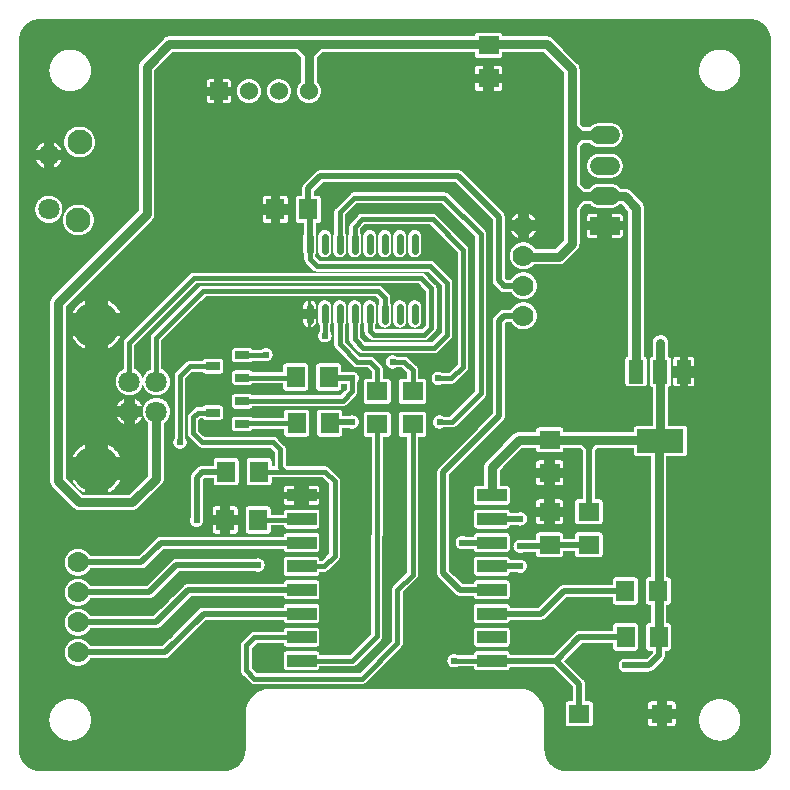
<source format=gtl>
G04 Layer: TopLayer*
G04 EasyEDA v5.9.42, Sat, 09 Mar 2019 23:57:52 GMT*
G04 162059df4c4b4fe6933ecd086f83df09*
G04 Gerber Generator version 0.2*
G04 Scale: 100 percent, Rotated: No, Reflected: No *
G04 Dimensions in millimeters *
G04 leading zeros omitted , absolute positions ,3 integer and 3 decimal *
%FSLAX33Y33*%
%MOMM*%
G90*
G71D02*

%ADD11C,0.799998*%
%ADD12C,0.399999*%
%ADD13C,0.508000*%
%ADD14C,0.599999*%
%ADD15C,0.619760*%
%ADD16R,1.250010X0.699999*%
%ADD17R,2.499995X1.099998*%
%ADD18R,4.013200X2.006600*%
%ADD19R,1.295400X2.006600*%
%ADD20R,1.799996X1.599997*%
%ADD21R,1.600200X1.800860*%
%ADD22R,1.800860X1.600200*%
%ADD23C,1.778000*%
%ADD24C,1.799996*%
%ADD25C,3.999992*%
%ADD26C,2.099996*%
%ADD27C,1.524000*%
%ADD28R,1.524000X1.524000*%
%ADD29R,2.499995X1.524000*%

%LPD*%
G36*
G01X63842Y1862D02*
G01X44657Y1862D01*
G01X44660Y1830D01*
G01X44663Y1797D01*
G01X44671Y1733D01*
G01X44676Y1701D01*
G01X44688Y1637D01*
G01X44702Y1573D01*
G01X44710Y1542D01*
G01X44718Y1510D01*
G01X44736Y1448D01*
G01X44746Y1417D01*
G01X44768Y1355D01*
G01X44779Y1325D01*
G01X44792Y1295D01*
G01X44804Y1265D01*
G01X44817Y1235D01*
G01X44831Y1206D01*
G01X44845Y1176D01*
G01X44860Y1147D01*
G01X44875Y1119D01*
G01X44891Y1090D01*
G01X44907Y1062D01*
G01X44924Y1034D01*
G01X44941Y1007D01*
G01X44959Y979D01*
G01X44977Y952D01*
G01X44996Y926D01*
G01X45015Y899D01*
G01X45035Y873D01*
G01X45075Y823D01*
G01X45096Y798D01*
G01X45118Y773D01*
G01X45139Y749D01*
G01X45162Y725D01*
G01X45184Y702D01*
G01X45207Y679D01*
G01X45231Y656D01*
G01X45255Y634D01*
G01X45279Y613D01*
G01X45303Y591D01*
G01X45328Y571D01*
G01X45354Y550D01*
G01X45379Y530D01*
G01X45405Y511D01*
G01X45459Y473D01*
G01X45513Y437D01*
G01X45541Y420D01*
G01X45568Y404D01*
G01X45597Y387D01*
G01X45625Y372D01*
G01X45683Y342D01*
G01X45712Y328D01*
G01X45742Y314D01*
G01X45772Y301D01*
G01X45862Y265D01*
G01X45893Y254D01*
G01X45955Y234D01*
G01X46017Y216D01*
G01X46049Y208D01*
G01X46080Y200D01*
G01X46144Y186D01*
G01X46176Y180D01*
G01X46240Y170D01*
G01X46272Y166D01*
G01X46305Y162D01*
G01X46337Y159D01*
G01X46370Y156D01*
G01X46402Y154D01*
G01X46434Y153D01*
G01X46467Y152D01*
G01X62032Y152D01*
G01X62064Y153D01*
G01X62097Y155D01*
G01X62129Y157D01*
G01X62162Y159D01*
G01X62194Y162D01*
G01X62226Y166D01*
G01X62259Y170D01*
G01X62291Y175D01*
G01X62387Y193D01*
G01X62419Y200D01*
G01X62450Y208D01*
G01X62482Y216D01*
G01X62544Y234D01*
G01X62606Y254D01*
G01X62637Y265D01*
G01X62727Y301D01*
G01X62757Y314D01*
G01X62787Y328D01*
G01X62816Y342D01*
G01X62874Y372D01*
G01X62958Y420D01*
G01X62986Y437D01*
G01X63040Y473D01*
G01X63067Y492D01*
G01X63119Y530D01*
G01X63145Y550D01*
G01X63171Y571D01*
G01X63195Y591D01*
G01X63220Y613D01*
G01X63244Y634D01*
G01X63268Y657D01*
G01X63292Y679D01*
G01X63315Y702D01*
G01X63337Y725D01*
G01X63360Y749D01*
G01X63381Y773D01*
G01X63403Y798D01*
G01X63424Y823D01*
G01X63444Y848D01*
G01X63464Y874D01*
G01X63484Y899D01*
G01X63503Y926D01*
G01X63522Y952D01*
G01X63540Y979D01*
G01X63557Y1007D01*
G01X63575Y1034D01*
G01X63591Y1062D01*
G01X63608Y1090D01*
G01X63623Y1119D01*
G01X63639Y1147D01*
G01X63653Y1176D01*
G01X63668Y1206D01*
G01X63681Y1235D01*
G01X63695Y1265D01*
G01X63731Y1355D01*
G01X63753Y1417D01*
G01X63763Y1448D01*
G01X63781Y1510D01*
G01X63789Y1542D01*
G01X63797Y1573D01*
G01X63811Y1637D01*
G01X63823Y1701D01*
G01X63828Y1733D01*
G01X63836Y1797D01*
G01X63839Y1830D01*
G01X63842Y1862D01*
G37*

%LPD*%
G36*
G01X47522Y3944D02*
G01X44652Y3944D01*
G01X44652Y1965D01*
G01X44653Y1931D01*
G01X44655Y1896D01*
G01X44657Y1862D01*
G01X47522Y1862D01*
G01X47522Y3944D01*
G37*

%LPD*%
G36*
G01X53872Y3944D02*
G01X47522Y3944D01*
G01X47522Y1862D01*
G01X53872Y1862D01*
G01X53872Y3944D01*
G37*

%LPD*%
G36*
G01X60222Y2745D02*
G01X53872Y2745D01*
G01X53872Y1862D01*
G01X60222Y1862D01*
G01X60222Y2745D01*
G37*

%LPD*%
G36*
G01X63847Y2000D02*
G01X60222Y2000D01*
G01X60222Y1862D01*
G01X63842Y1862D01*
G01X63844Y1896D01*
G01X63846Y1931D01*
G01X63847Y1965D01*
G01X63847Y2000D01*
G37*

%LPD*%
G36*
G01X46682Y6053D02*
G01X44376Y6053D01*
G01X44395Y6020D01*
G01X44412Y5987D01*
G01X44429Y5953D01*
G01X44446Y5918D01*
G01X44462Y5884D01*
G01X44492Y5814D01*
G01X44506Y5779D01*
G01X44519Y5743D01*
G01X44532Y5708D01*
G01X44556Y5636D01*
G01X44567Y5599D01*
G01X44577Y5563D01*
G01X44587Y5526D01*
G01X44596Y5489D01*
G01X44604Y5452D01*
G01X44611Y5415D01*
G01X44618Y5377D01*
G01X44625Y5340D01*
G01X44631Y5302D01*
G01X44636Y5265D01*
G01X44644Y5189D01*
G01X44647Y5151D01*
G01X44651Y5075D01*
G01X44652Y5037D01*
G01X44652Y3944D01*
G01X46691Y3944D01*
G01X46686Y3945D01*
G01X46677Y3945D01*
G01X46673Y3946D01*
G01X46668Y3946D01*
G01X46664Y3947D01*
G01X46660Y3947D01*
G01X46655Y3948D01*
G01X46647Y3950D01*
G01X46642Y3951D01*
G01X46634Y3953D01*
G01X46629Y3954D01*
G01X46625Y3955D01*
G01X46621Y3957D01*
G01X46617Y3958D01*
G01X46612Y3960D01*
G01X46608Y3961D01*
G01X46604Y3963D01*
G01X46600Y3964D01*
G01X46572Y3978D01*
G01X46568Y3981D01*
G01X46565Y3983D01*
G01X46561Y3985D01*
G01X46557Y3988D01*
G01X46553Y3990D01*
G01X46550Y3993D01*
G01X46546Y3995D01*
G01X46543Y3998D01*
G01X46539Y4001D01*
G01X46536Y4004D01*
G01X46532Y4007D01*
G01X46523Y4016D01*
G01X46519Y4019D01*
G01X46510Y4028D01*
G01X46507Y4032D01*
G01X46504Y4035D01*
G01X46502Y4039D01*
G01X46499Y4042D01*
G01X46496Y4046D01*
G01X46494Y4049D01*
G01X46491Y4053D01*
G01X46488Y4056D01*
G01X46484Y4064D01*
G01X46481Y4068D01*
G01X46479Y4072D01*
G01X46477Y4075D01*
G01X46463Y4103D01*
G01X46462Y4108D01*
G01X46460Y4112D01*
G01X46459Y4116D01*
G01X46457Y4120D01*
G01X46456Y4124D01*
G01X46455Y4129D01*
G01X46453Y4137D01*
G01X46451Y4142D01*
G01X46451Y4146D01*
G01X46450Y4150D01*
G01X46449Y4155D01*
G01X46447Y4163D01*
G01X46447Y4168D01*
G01X46446Y4172D01*
G01X46446Y4181D01*
G01X46445Y4185D01*
G01X46445Y5812D01*
G01X46446Y5817D01*
G01X46446Y5826D01*
G01X46447Y5830D01*
G01X46447Y5834D01*
G01X46448Y5839D01*
G01X46449Y5843D01*
G01X46450Y5848D01*
G01X46451Y5852D01*
G01X46451Y5856D01*
G01X46453Y5861D01*
G01X46456Y5873D01*
G01X46457Y5878D01*
G01X46459Y5882D01*
G01X46460Y5886D01*
G01X46462Y5890D01*
G01X46463Y5894D01*
G01X46467Y5902D01*
G01X46469Y5907D01*
G01X46471Y5911D01*
G01X46473Y5914D01*
G01X46481Y5930D01*
G01X46484Y5934D01*
G01X46486Y5938D01*
G01X46488Y5941D01*
G01X46494Y5949D01*
G01X46496Y5952D01*
G01X46499Y5956D01*
G01X46502Y5959D01*
G01X46504Y5963D01*
G01X46510Y5969D01*
G01X46513Y5973D01*
G01X46519Y5979D01*
G01X46523Y5982D01*
G01X46532Y5991D01*
G01X46536Y5994D01*
G01X46539Y5997D01*
G01X46543Y6000D01*
G01X46546Y6002D01*
G01X46550Y6005D01*
G01X46553Y6007D01*
G01X46557Y6010D01*
G01X46561Y6012D01*
G01X46565Y6015D01*
G01X46568Y6017D01*
G01X46572Y6019D01*
G01X46576Y6022D01*
G01X46592Y6030D01*
G01X46596Y6031D01*
G01X46608Y6037D01*
G01X46612Y6038D01*
G01X46617Y6040D01*
G01X46625Y6042D01*
G01X46629Y6044D01*
G01X46634Y6045D01*
G01X46642Y6047D01*
G01X46647Y6048D01*
G01X46655Y6050D01*
G01X46660Y6050D01*
G01X46668Y6052D01*
G01X46677Y6052D01*
G01X46682Y6053D01*
G37*

%LPD*%
G36*
G01X53445Y4599D02*
G01X48752Y4599D01*
G01X48752Y4181D01*
G01X48751Y4177D01*
G01X48751Y4172D01*
G01X48750Y4168D01*
G01X48750Y4163D01*
G01X48748Y4155D01*
G01X48748Y4150D01*
G01X48746Y4142D01*
G01X48745Y4137D01*
G01X48744Y4133D01*
G01X48742Y4129D01*
G01X48741Y4124D01*
G01X48740Y4120D01*
G01X48738Y4116D01*
G01X48737Y4112D01*
G01X48735Y4108D01*
G01X48734Y4103D01*
G01X48728Y4091D01*
G01X48727Y4087D01*
G01X48725Y4083D01*
G01X48722Y4079D01*
G01X48720Y4075D01*
G01X48718Y4072D01*
G01X48714Y4064D01*
G01X48711Y4060D01*
G01X48709Y4056D01*
G01X48706Y4053D01*
G01X48704Y4049D01*
G01X48701Y4046D01*
G01X48698Y4042D01*
G01X48696Y4039D01*
G01X48693Y4035D01*
G01X48690Y4032D01*
G01X48687Y4028D01*
G01X48675Y4016D01*
G01X48671Y4013D01*
G01X48665Y4007D01*
G01X48661Y4004D01*
G01X48658Y4001D01*
G01X48654Y3998D01*
G01X48651Y3995D01*
G01X48647Y3993D01*
G01X48644Y3990D01*
G01X48640Y3988D01*
G01X48636Y3985D01*
G01X48633Y3983D01*
G01X48629Y3981D01*
G01X48625Y3978D01*
G01X48597Y3964D01*
G01X48593Y3963D01*
G01X48589Y3961D01*
G01X48585Y3960D01*
G01X48581Y3958D01*
G01X48576Y3957D01*
G01X48572Y3955D01*
G01X48564Y3953D01*
G01X48559Y3952D01*
G01X48551Y3950D01*
G01X48546Y3949D01*
G01X48538Y3947D01*
G01X48533Y3947D01*
G01X48529Y3946D01*
G01X48524Y3946D01*
G01X48520Y3945D01*
G01X48511Y3945D01*
G01X48507Y3944D01*
G01X53691Y3944D01*
G01X53686Y3945D01*
G01X53678Y3945D01*
G01X53673Y3946D01*
G01X53669Y3946D01*
G01X53664Y3947D01*
G01X53660Y3947D01*
G01X53656Y3948D01*
G01X53651Y3949D01*
G01X53647Y3950D01*
G01X53642Y3951D01*
G01X53630Y3954D01*
G01X53625Y3955D01*
G01X53621Y3957D01*
G01X53617Y3958D01*
G01X53613Y3960D01*
G01X53608Y3961D01*
G01X53604Y3963D01*
G01X53600Y3964D01*
G01X53572Y3978D01*
G01X53569Y3981D01*
G01X53561Y3985D01*
G01X53557Y3988D01*
G01X53554Y3990D01*
G01X53550Y3993D01*
G01X53547Y3995D01*
G01X53543Y3998D01*
G01X53540Y4001D01*
G01X53536Y4004D01*
G01X53533Y4007D01*
G01X53529Y4010D01*
G01X53511Y4028D01*
G01X53508Y4032D01*
G01X53505Y4035D01*
G01X53502Y4039D01*
G01X53499Y4042D01*
G01X53496Y4046D01*
G01X53494Y4049D01*
G01X53491Y4053D01*
G01X53489Y4056D01*
G01X53486Y4060D01*
G01X53482Y4068D01*
G01X53479Y4072D01*
G01X53477Y4075D01*
G01X53465Y4099D01*
G01X53464Y4103D01*
G01X53462Y4108D01*
G01X53461Y4112D01*
G01X53459Y4116D01*
G01X53458Y4120D01*
G01X53456Y4124D01*
G01X53455Y4129D01*
G01X53453Y4137D01*
G01X53452Y4142D01*
G01X53450Y4150D01*
G01X53449Y4155D01*
G01X53448Y4159D01*
G01X53448Y4163D01*
G01X53447Y4168D01*
G01X53447Y4172D01*
G01X53446Y4177D01*
G01X53446Y4185D01*
G01X53445Y4190D01*
G01X53445Y4599D01*
G37*

%LPD*%
G36*
G01X57835Y3944D02*
G01X53872Y3944D01*
G01X53872Y2745D01*
G01X59469Y2745D01*
G01X59407Y2747D01*
G01X59376Y2749D01*
G01X59345Y2752D01*
G01X59315Y2755D01*
G01X59284Y2758D01*
G01X59253Y2762D01*
G01X59193Y2772D01*
G01X59162Y2778D01*
G01X59132Y2784D01*
G01X59072Y2798D01*
G01X59012Y2814D01*
G01X58983Y2823D01*
G01X58953Y2832D01*
G01X58895Y2852D01*
G01X58866Y2863D01*
G01X58837Y2875D01*
G01X58781Y2899D01*
G01X58725Y2925D01*
G01X58697Y2939D01*
G01X58670Y2953D01*
G01X58643Y2968D01*
G01X58616Y2984D01*
G01X58590Y2999D01*
G01X58563Y3016D01*
G01X58537Y3032D01*
G01X58512Y3049D01*
G01X58486Y3067D01*
G01X58461Y3085D01*
G01X58437Y3104D01*
G01X58412Y3122D01*
G01X58364Y3162D01*
G01X58318Y3202D01*
G01X58296Y3223D01*
G01X58273Y3245D01*
G01X58251Y3266D01*
G01X58230Y3289D01*
G01X58209Y3311D01*
G01X58188Y3334D01*
G01X58168Y3357D01*
G01X58128Y3405D01*
G01X58109Y3429D01*
G01X58055Y3504D01*
G01X58038Y3529D01*
G01X58004Y3581D01*
G01X57988Y3608D01*
G01X57958Y3662D01*
G01X57930Y3716D01*
G01X57916Y3744D01*
G01X57890Y3800D01*
G01X57878Y3829D01*
G01X57867Y3857D01*
G01X57845Y3915D01*
G01X57835Y3944D01*
G37*

%LPD*%
G36*
G01X60222Y2745D02*
G01X60222Y2900D01*
G01X60193Y2888D01*
G01X60165Y2876D01*
G01X60136Y2864D01*
G01X60107Y2853D01*
G01X60078Y2843D01*
G01X60048Y2833D01*
G01X60019Y2824D01*
G01X59959Y2806D01*
G01X59929Y2798D01*
G01X59869Y2784D01*
G01X59838Y2778D01*
G01X59808Y2772D01*
G01X59777Y2767D01*
G01X59747Y2762D01*
G01X59716Y2758D01*
G01X59623Y2749D01*
G01X59593Y2747D01*
G01X59531Y2745D01*
G01X60222Y2745D01*
G37*

%LPD*%
G36*
G01X63847Y7152D02*
G01X60222Y7152D01*
G01X60222Y6099D01*
G01X60249Y6086D01*
G01X60305Y6058D01*
G01X60332Y6044D01*
G01X60359Y6029D01*
G01X60385Y6014D01*
G01X60412Y5998D01*
G01X60438Y5982D01*
G01X60464Y5965D01*
G01X60514Y5931D01*
G01X60539Y5913D01*
G01X60564Y5894D01*
G01X60588Y5876D01*
G01X60612Y5856D01*
G01X60635Y5837D01*
G01X60659Y5817D01*
G01X60682Y5796D01*
G01X60726Y5754D01*
G01X60748Y5732D01*
G01X60790Y5688D01*
G01X60811Y5665D01*
G01X60831Y5642D01*
G01X60851Y5618D01*
G01X60908Y5546D01*
G01X60944Y5496D01*
G01X60961Y5470D01*
G01X60978Y5445D01*
G01X60994Y5419D01*
G01X61010Y5392D01*
G01X61025Y5366D01*
G01X61055Y5312D01*
G01X61069Y5285D01*
G01X61108Y5201D01*
G01X61120Y5173D01*
G01X61131Y5144D01*
G01X61142Y5116D01*
G01X61153Y5087D01*
G01X61163Y5058D01*
G01X61172Y5029D01*
G01X61181Y4999D01*
G01X61190Y4970D01*
G01X61198Y4940D01*
G01X61219Y4850D01*
G01X61224Y4820D01*
G01X61230Y4790D01*
G01X61235Y4760D01*
G01X61239Y4729D01*
G01X61243Y4699D01*
G01X61246Y4668D01*
G01X61249Y4638D01*
G01X61251Y4607D01*
G01X61252Y4576D01*
G01X61253Y4546D01*
G01X61254Y4515D01*
G01X61254Y4484D01*
G01X61253Y4453D01*
G01X61252Y4423D01*
G01X61251Y4392D01*
G01X61249Y4361D01*
G01X61246Y4331D01*
G01X61243Y4300D01*
G01X61239Y4270D01*
G01X61235Y4239D01*
G01X61230Y4209D01*
G01X61224Y4179D01*
G01X61219Y4149D01*
G01X61198Y4059D01*
G01X61190Y4029D01*
G01X61181Y4000D01*
G01X61172Y3970D01*
G01X61163Y3941D01*
G01X61153Y3912D01*
G01X61142Y3883D01*
G01X61131Y3855D01*
G01X61120Y3826D01*
G01X61108Y3798D01*
G01X61069Y3714D01*
G01X61055Y3687D01*
G01X61025Y3633D01*
G01X61010Y3607D01*
G01X60994Y3580D01*
G01X60978Y3554D01*
G01X60961Y3529D01*
G01X60944Y3503D01*
G01X60908Y3453D01*
G01X60889Y3429D01*
G01X60870Y3404D01*
G01X60851Y3381D01*
G01X60831Y3357D01*
G01X60811Y3334D01*
G01X60790Y3311D01*
G01X60748Y3267D01*
G01X60726Y3245D01*
G01X60682Y3203D01*
G01X60659Y3182D01*
G01X60635Y3162D01*
G01X60612Y3143D01*
G01X60588Y3123D01*
G01X60564Y3105D01*
G01X60539Y3086D01*
G01X60514Y3068D01*
G01X60464Y3034D01*
G01X60438Y3017D01*
G01X60412Y3001D01*
G01X60385Y2985D01*
G01X60359Y2970D01*
G01X60332Y2955D01*
G01X60305Y2941D01*
G01X60249Y2913D01*
G01X60222Y2900D01*
G01X60222Y2000D01*
G01X63847Y2000D01*
G01X63847Y7152D01*
G37*

%LPD*%
G36*
G01X47091Y7152D02*
G01X42538Y7152D01*
G01X42575Y7151D01*
G01X42651Y7147D01*
G01X42689Y7144D01*
G01X42765Y7136D01*
G01X42802Y7130D01*
G01X42840Y7125D01*
G01X42877Y7118D01*
G01X42915Y7111D01*
G01X42952Y7104D01*
G01X42989Y7095D01*
G01X43026Y7087D01*
G01X43063Y7077D01*
G01X43099Y7067D01*
G01X43136Y7056D01*
G01X43208Y7032D01*
G01X43244Y7019D01*
G01X43279Y7006D01*
G01X43315Y6992D01*
G01X43350Y6977D01*
G01X43384Y6962D01*
G01X43419Y6946D01*
G01X43487Y6912D01*
G01X43521Y6894D01*
G01X43554Y6876D01*
G01X43587Y6857D01*
G01X43619Y6838D01*
G01X43652Y6818D01*
G01X43684Y6797D01*
G01X43715Y6776D01*
G01X43777Y6732D01*
G01X43837Y6686D01*
G01X43867Y6662D01*
G01X43925Y6612D01*
G01X43953Y6587D01*
G01X43981Y6561D01*
G01X44008Y6535D01*
G01X44035Y6508D01*
G01X44061Y6481D01*
G01X44087Y6453D01*
G01X44113Y6424D01*
G01X44138Y6396D01*
G01X44162Y6367D01*
G01X44186Y6337D01*
G01X44232Y6277D01*
G01X44276Y6215D01*
G01X44318Y6151D01*
G01X44338Y6119D01*
G01X44376Y6053D01*
G01X47091Y6053D01*
G01X47091Y7152D01*
G37*

%LPD*%
G36*
G01X53872Y5399D02*
G01X48752Y5399D01*
G01X48752Y4599D01*
G01X53872Y4599D01*
G01X53872Y5399D01*
G37*

%LPD*%
G36*
G01X55048Y4599D02*
G01X54149Y4599D01*
G01X54149Y3944D01*
G01X55048Y3944D01*
G01X55048Y4599D01*
G37*

%LPD*%
G36*
G01X57748Y4599D02*
G01X55753Y4599D01*
G01X55753Y4199D01*
G01X55752Y4194D01*
G01X55752Y4176D01*
G01X55751Y4172D01*
G01X55751Y4167D01*
G01X55750Y4163D01*
G01X55749Y4158D01*
G01X55749Y4154D01*
G01X55748Y4150D01*
G01X55747Y4145D01*
G01X55745Y4137D01*
G01X55744Y4132D01*
G01X55742Y4128D01*
G01X55741Y4124D01*
G01X55740Y4119D01*
G01X55738Y4115D01*
G01X55737Y4111D01*
G01X55735Y4107D01*
G01X55734Y4102D01*
G01X55718Y4070D01*
G01X55715Y4066D01*
G01X55713Y4063D01*
G01X55711Y4059D01*
G01X55705Y4051D01*
G01X55703Y4048D01*
G01X55700Y4044D01*
G01X55697Y4041D01*
G01X55695Y4037D01*
G01X55692Y4034D01*
G01X55689Y4030D01*
G01X55683Y4024D01*
G01X55680Y4020D01*
G01X55676Y4017D01*
G01X55667Y4008D01*
G01X55663Y4005D01*
G01X55660Y4002D01*
G01X55656Y3999D01*
G01X55653Y3997D01*
G01X55645Y3991D01*
G01X55642Y3989D01*
G01X55638Y3986D01*
G01X55634Y3984D01*
G01X55630Y3981D01*
G01X55627Y3979D01*
G01X55599Y3965D01*
G01X55594Y3963D01*
G01X55590Y3962D01*
G01X55582Y3958D01*
G01X55578Y3957D01*
G01X55573Y3956D01*
G01X55569Y3954D01*
G01X55565Y3953D01*
G01X55560Y3952D01*
G01X55552Y3950D01*
G01X55547Y3949D01*
G01X55543Y3948D01*
G01X55538Y3947D01*
G01X55534Y3947D01*
G01X55529Y3946D01*
G01X55525Y3946D01*
G01X55520Y3945D01*
G01X55511Y3945D01*
G01X55507Y3944D01*
G01X57835Y3944D01*
G01X57825Y3974D01*
G01X57816Y4005D01*
G01X57808Y4035D01*
G01X57800Y4066D01*
G01X57792Y4096D01*
G01X57785Y4127D01*
G01X57767Y4220D01*
G01X57763Y4252D01*
G01X57758Y4283D01*
G01X57755Y4314D01*
G01X57749Y4378D01*
G01X57747Y4409D01*
G01X57746Y4441D01*
G01X57745Y4472D01*
G01X57745Y4536D01*
G01X57746Y4567D01*
G01X57748Y4599D01*
G37*

%LPD*%
G36*
G01X60222Y10358D02*
G01X54823Y10358D01*
G01X54823Y9897D01*
G01X54822Y9888D01*
G01X54822Y9879D01*
G01X54820Y9861D01*
G01X54819Y9853D01*
G01X54817Y9835D01*
G01X54815Y9826D01*
G01X54814Y9818D01*
G01X54810Y9800D01*
G01X54808Y9792D01*
G01X54806Y9783D01*
G01X54803Y9774D01*
G01X54801Y9766D01*
G01X54798Y9757D01*
G01X54792Y9741D01*
G01X54789Y9732D01*
G01X54786Y9724D01*
G01X54782Y9716D01*
G01X54779Y9708D01*
G01X54755Y9660D01*
G01X54750Y9653D01*
G01X54746Y9645D01*
G01X54741Y9638D01*
G01X54736Y9630D01*
G01X54726Y9616D01*
G01X54720Y9609D01*
G01X54715Y9601D01*
G01X54710Y9595D01*
G01X54692Y9574D01*
G01X54686Y9568D01*
G01X54680Y9561D01*
G01X53872Y8753D01*
G01X53872Y6254D01*
G01X60222Y6254D01*
G01X60222Y10358D01*
G37*

%LPD*%
G36*
G01X60222Y6254D02*
G01X59531Y6254D01*
G01X59593Y6252D01*
G01X59623Y6250D01*
G01X59716Y6241D01*
G01X59747Y6236D01*
G01X59777Y6232D01*
G01X59808Y6227D01*
G01X59838Y6221D01*
G01X59869Y6215D01*
G01X59929Y6201D01*
G01X59959Y6193D01*
G01X60019Y6175D01*
G01X60048Y6166D01*
G01X60078Y6156D01*
G01X60107Y6146D01*
G01X60136Y6135D01*
G01X60165Y6123D01*
G01X60193Y6111D01*
G01X60222Y6099D01*
G01X60222Y6254D01*
G37*

%LPD*%
G36*
G01X63847Y20912D02*
G01X60222Y20912D01*
G01X60222Y7152D01*
G01X63847Y7152D01*
G01X63847Y20912D01*
G37*

%LPD*%
G36*
G01X45681Y8694D02*
G01X41172Y8694D01*
G01X41172Y7152D01*
G01X47091Y7152D01*
G01X47091Y7284D01*
G01X45681Y8694D01*
G37*

%LPD*%
G36*
G01X53682Y6053D02*
G01X48516Y6053D01*
G01X48520Y6052D01*
G01X48529Y6052D01*
G01X48533Y6051D01*
G01X48538Y6050D01*
G01X48542Y6050D01*
G01X48546Y6049D01*
G01X48551Y6048D01*
G01X48559Y6046D01*
G01X48564Y6045D01*
G01X48568Y6044D01*
G01X48572Y6042D01*
G01X48576Y6041D01*
G01X48581Y6040D01*
G01X48585Y6038D01*
G01X48589Y6037D01*
G01X48601Y6031D01*
G01X48605Y6030D01*
G01X48621Y6022D01*
G01X48625Y6019D01*
G01X48633Y6015D01*
G01X48636Y6012D01*
G01X48640Y6010D01*
G01X48644Y6007D01*
G01X48647Y6005D01*
G01X48651Y6002D01*
G01X48654Y6000D01*
G01X48658Y5997D01*
G01X48661Y5994D01*
G01X48665Y5991D01*
G01X48671Y5985D01*
G01X48675Y5982D01*
G01X48684Y5973D01*
G01X48687Y5969D01*
G01X48693Y5963D01*
G01X48696Y5959D01*
G01X48698Y5956D01*
G01X48701Y5952D01*
G01X48704Y5949D01*
G01X48706Y5945D01*
G01X48709Y5941D01*
G01X48711Y5938D01*
G01X48714Y5934D01*
G01X48722Y5918D01*
G01X48725Y5914D01*
G01X48727Y5911D01*
G01X48728Y5907D01*
G01X48730Y5902D01*
G01X48734Y5894D01*
G01X48735Y5890D01*
G01X48737Y5886D01*
G01X48738Y5882D01*
G01X48740Y5878D01*
G01X48741Y5873D01*
G01X48742Y5869D01*
G01X48744Y5865D01*
G01X48745Y5861D01*
G01X48746Y5856D01*
G01X48748Y5848D01*
G01X48748Y5843D01*
G01X48749Y5839D01*
G01X48750Y5834D01*
G01X48750Y5830D01*
G01X48751Y5826D01*
G01X48751Y5821D01*
G01X48752Y5817D01*
G01X48752Y5399D01*
G01X53445Y5399D01*
G01X53445Y5808D01*
G01X53446Y5812D01*
G01X53446Y5821D01*
G01X53447Y5826D01*
G01X53447Y5830D01*
G01X53448Y5834D01*
G01X53448Y5839D01*
G01X53449Y5843D01*
G01X53450Y5848D01*
G01X53452Y5856D01*
G01X53453Y5861D01*
G01X53456Y5873D01*
G01X53458Y5878D01*
G01X53459Y5882D01*
G01X53461Y5886D01*
G01X53462Y5890D01*
G01X53464Y5894D01*
G01X53465Y5898D01*
G01X53467Y5902D01*
G01X53469Y5907D01*
G01X53471Y5911D01*
G01X53473Y5914D01*
G01X53479Y5926D01*
G01X53482Y5930D01*
G01X53486Y5938D01*
G01X53489Y5941D01*
G01X53491Y5945D01*
G01X53494Y5949D01*
G01X53496Y5952D01*
G01X53499Y5956D01*
G01X53502Y5959D01*
G01X53505Y5963D01*
G01X53511Y5969D01*
G01X53514Y5973D01*
G01X53529Y5988D01*
G01X53533Y5991D01*
G01X53536Y5994D01*
G01X53540Y5997D01*
G01X53543Y6000D01*
G01X53547Y6002D01*
G01X53550Y6005D01*
G01X53554Y6007D01*
G01X53557Y6010D01*
G01X53561Y6012D01*
G01X53565Y6015D01*
G01X53569Y6017D01*
G01X53572Y6019D01*
G01X53576Y6022D01*
G01X53592Y6030D01*
G01X53596Y6031D01*
G01X53608Y6037D01*
G01X53613Y6038D01*
G01X53617Y6040D01*
G01X53625Y6042D01*
G01X53630Y6044D01*
G01X53642Y6047D01*
G01X53647Y6048D01*
G01X53651Y6049D01*
G01X53656Y6050D01*
G01X53660Y6050D01*
G01X53664Y6051D01*
G01X53669Y6052D01*
G01X53678Y6052D01*
G01X53682Y6053D01*
G37*

%LPD*%
G36*
G01X57993Y5399D02*
G01X53872Y5399D01*
G01X53872Y4599D01*
G01X57748Y4599D01*
G01X57752Y4661D01*
G01X57756Y4692D01*
G01X57759Y4723D01*
G01X57764Y4754D01*
G01X57768Y4785D01*
G01X57786Y4878D01*
G01X57793Y4908D01*
G01X57801Y4938D01*
G01X57809Y4969D01*
G01X57827Y5029D01*
G01X57836Y5058D01*
G01X57847Y5088D01*
G01X57857Y5117D01*
G01X57869Y5147D01*
G01X57881Y5176D01*
G01X57893Y5204D01*
G01X57906Y5233D01*
G01X57919Y5261D01*
G01X57947Y5317D01*
G01X57962Y5345D01*
G01X57977Y5372D01*
G01X57993Y5399D01*
G37*

%LPD*%
G36*
G01X53872Y8535D02*
G01X47522Y8535D01*
G01X47522Y8292D01*
G01X47959Y7854D01*
G01X47978Y7835D01*
G01X47983Y7828D01*
G01X47989Y7822D01*
G01X47995Y7815D01*
G01X48000Y7808D01*
G01X48006Y7801D01*
G01X48011Y7794D01*
G01X48016Y7786D01*
G01X48026Y7772D01*
G01X48031Y7764D01*
G01X48036Y7757D01*
G01X48044Y7741D01*
G01X48049Y7733D01*
G01X48053Y7726D01*
G01X48057Y7718D01*
G01X48060Y7710D01*
G01X48064Y7701D01*
G01X48068Y7693D01*
G01X48077Y7669D01*
G01X48080Y7660D01*
G01X48083Y7652D01*
G01X48086Y7643D01*
G01X48088Y7635D01*
G01X48091Y7626D01*
G01X48093Y7618D01*
G01X48097Y7600D01*
G01X48099Y7592D01*
G01X48100Y7583D01*
G01X48102Y7574D01*
G01X48103Y7565D01*
G01X48104Y7557D01*
G01X48107Y7530D01*
G01X48107Y7521D01*
G01X48108Y7512D01*
G01X48108Y6053D01*
G01X53872Y6053D01*
G01X53872Y8535D01*
G37*

%LPD*%
G36*
G01X53872Y8591D02*
G01X51744Y8591D01*
G01X51717Y8579D01*
G01X51707Y8575D01*
G01X51698Y8571D01*
G01X51688Y8568D01*
G01X51679Y8564D01*
G01X51659Y8558D01*
G01X51650Y8556D01*
G01X51640Y8553D01*
G01X51630Y8551D01*
G01X51620Y8548D01*
G01X51600Y8544D01*
G01X51590Y8543D01*
G01X51580Y8541D01*
G01X51530Y8536D01*
G01X51520Y8536D01*
G01X51510Y8535D01*
G01X53872Y8535D01*
G01X53872Y8591D01*
G37*

%LPD*%
G36*
G01X53872Y8591D02*
G01X53872Y8753D01*
G01X53853Y8734D01*
G01X53846Y8728D01*
G01X53840Y8722D01*
G01X53819Y8704D01*
G01X53812Y8699D01*
G01X53805Y8693D01*
G01X53784Y8678D01*
G01X53776Y8673D01*
G01X53769Y8668D01*
G01X53761Y8664D01*
G01X53754Y8659D01*
G01X53706Y8635D01*
G01X53698Y8632D01*
G01X53690Y8628D01*
G01X53682Y8625D01*
G01X53673Y8622D01*
G01X53657Y8616D01*
G01X53648Y8613D01*
G01X53640Y8611D01*
G01X53631Y8608D01*
G01X53622Y8606D01*
G01X53614Y8604D01*
G01X53596Y8600D01*
G01X53588Y8599D01*
G01X53579Y8597D01*
G01X53561Y8595D01*
G01X53553Y8594D01*
G01X53535Y8592D01*
G01X53526Y8592D01*
G01X53517Y8591D01*
G01X53872Y8591D01*
G37*

%LPD*%
G36*
G01X59468Y6254D02*
G01X53872Y6254D01*
G01X53872Y6053D01*
G01X58685Y6053D01*
G01X58713Y6068D01*
G01X58741Y6082D01*
G01X58769Y6095D01*
G01X58798Y6108D01*
G01X58856Y6132D01*
G01X58885Y6143D01*
G01X58915Y6154D01*
G01X58945Y6164D01*
G01X58974Y6174D01*
G01X59004Y6183D01*
G01X59035Y6191D01*
G01X59095Y6207D01*
G01X59126Y6214D01*
G01X59157Y6220D01*
G01X59187Y6226D01*
G01X59249Y6236D01*
G01X59280Y6240D01*
G01X59312Y6244D01*
G01X59374Y6250D01*
G01X59405Y6251D01*
G01X59437Y6253D01*
G01X59468Y6254D01*
G37*

%LPD*%
G36*
G01X60222Y12668D02*
G01X55119Y12668D01*
G01X55123Y12667D01*
G01X55137Y12667D01*
G01X55141Y12666D01*
G01X55146Y12666D01*
G01X55150Y12665D01*
G01X55155Y12664D01*
G01X55159Y12664D01*
G01X55164Y12663D01*
G01X55172Y12661D01*
G01X55177Y12660D01*
G01X55185Y12658D01*
G01X55190Y12656D01*
G01X55194Y12655D01*
G01X55198Y12653D01*
G01X55202Y12652D01*
G01X55207Y12650D01*
G01X55211Y12649D01*
G01X55243Y12633D01*
G01X55247Y12630D01*
G01X55251Y12628D01*
G01X55254Y12626D01*
G01X55258Y12623D01*
G01X55262Y12621D01*
G01X55266Y12618D01*
G01X55269Y12615D01*
G01X55273Y12612D01*
G01X55276Y12610D01*
G01X55280Y12607D01*
G01X55286Y12601D01*
G01X55290Y12598D01*
G01X55293Y12595D01*
G01X55296Y12591D01*
G01X55305Y12582D01*
G01X55308Y12578D01*
G01X55311Y12575D01*
G01X55314Y12571D01*
G01X55317Y12568D01*
G01X55319Y12564D01*
G01X55322Y12561D01*
G01X55325Y12557D01*
G01X55329Y12549D01*
G01X55332Y12546D01*
G01X55336Y12538D01*
G01X55339Y12534D01*
G01X55345Y12522D01*
G01X55346Y12518D01*
G01X55348Y12514D01*
G01X55350Y12509D01*
G01X55352Y12505D01*
G01X55353Y12501D01*
G01X55355Y12497D01*
G01X55356Y12493D01*
G01X55358Y12488D01*
G01X55360Y12480D01*
G01X55361Y12475D01*
G01X55363Y12467D01*
G01X55364Y12462D01*
G01X55365Y12458D01*
G01X55366Y12453D01*
G01X55366Y12449D01*
G01X55367Y12444D01*
G01X55368Y12440D01*
G01X55368Y12431D01*
G01X55369Y12427D01*
G01X55369Y10599D01*
G01X55368Y10594D01*
G01X55368Y10585D01*
G01X55367Y10581D01*
G01X55366Y10576D01*
G01X55366Y10572D01*
G01X55365Y10568D01*
G01X55364Y10563D01*
G01X55363Y10559D01*
G01X55362Y10554D01*
G01X55360Y10546D01*
G01X55359Y10541D01*
G01X55358Y10537D01*
G01X55356Y10533D01*
G01X55355Y10528D01*
G01X55353Y10524D01*
G01X55352Y10520D01*
G01X55346Y10508D01*
G01X55345Y10504D01*
G01X55339Y10492D01*
G01X55336Y10488D01*
G01X55332Y10480D01*
G01X55329Y10476D01*
G01X55327Y10472D01*
G01X55325Y10469D01*
G01X55319Y10461D01*
G01X55317Y10458D01*
G01X55314Y10454D01*
G01X55311Y10451D01*
G01X55308Y10447D01*
G01X55305Y10444D01*
G01X55302Y10440D01*
G01X55290Y10428D01*
G01X55286Y10425D01*
G01X55280Y10419D01*
G01X55276Y10416D01*
G01X55273Y10413D01*
G01X55269Y10410D01*
G01X55266Y10407D01*
G01X55262Y10405D01*
G01X55258Y10402D01*
G01X55254Y10400D01*
G01X55251Y10397D01*
G01X55243Y10393D01*
G01X55239Y10390D01*
G01X55215Y10378D01*
G01X55211Y10377D01*
G01X55207Y10375D01*
G01X55202Y10373D01*
G01X55198Y10372D01*
G01X55194Y10370D01*
G01X55190Y10369D01*
G01X55185Y10368D01*
G01X55181Y10367D01*
G01X55177Y10365D01*
G01X55172Y10364D01*
G01X55168Y10363D01*
G01X55164Y10363D01*
G01X55159Y10362D01*
G01X55155Y10361D01*
G01X55150Y10360D01*
G01X55146Y10360D01*
G01X55141Y10359D01*
G01X55137Y10359D01*
G01X55132Y10358D01*
G01X60222Y10358D01*
G01X60222Y12668D01*
G37*

%LPD*%
G36*
G01X60222Y14246D02*
G01X54968Y14246D01*
G01X54968Y12668D01*
G01X60222Y12668D01*
G01X60222Y14246D01*
G37*

%LPD*%
G36*
G01X60222Y20912D02*
G01X54968Y20912D01*
G01X54968Y20371D01*
G01X60222Y20371D01*
G01X60222Y20912D01*
G37*

%LPD*%
G36*
G01X60222Y20371D02*
G01X54968Y20371D01*
G01X54968Y16556D01*
G01X60222Y16556D01*
G01X60222Y20371D01*
G37*

%LPD*%
G36*
G01X60222Y16556D02*
G01X55109Y16556D01*
G01X55114Y16555D01*
G01X55118Y16555D01*
G01X55123Y16554D01*
G01X55127Y16554D01*
G01X55131Y16553D01*
G01X55136Y16552D01*
G01X55140Y16552D01*
G01X55145Y16551D01*
G01X55157Y16548D01*
G01X55162Y16547D01*
G01X55166Y16545D01*
G01X55170Y16544D01*
G01X55174Y16542D01*
G01X55179Y16541D01*
G01X55183Y16539D01*
G01X55187Y16538D01*
G01X55195Y16534D01*
G01X55199Y16533D01*
G01X55211Y16527D01*
G01X55215Y16524D01*
G01X55223Y16520D01*
G01X55226Y16518D01*
G01X55230Y16515D01*
G01X55234Y16513D01*
G01X55238Y16510D01*
G01X55241Y16508D01*
G01X55245Y16505D01*
G01X55248Y16502D01*
G01X55252Y16500D01*
G01X55255Y16497D01*
G01X55259Y16494D01*
G01X55268Y16485D01*
G01X55272Y16482D01*
G01X55275Y16479D01*
G01X55278Y16475D01*
G01X55284Y16469D01*
G01X55287Y16465D01*
G01X55289Y16462D01*
G01X55292Y16459D01*
G01X55298Y16451D01*
G01X55300Y16448D01*
G01X55303Y16444D01*
G01X55305Y16440D01*
G01X55307Y16437D01*
G01X55310Y16433D01*
G01X55328Y16397D01*
G01X55329Y16393D01*
G01X55331Y16389D01*
G01X55332Y16385D01*
G01X55334Y16381D01*
G01X55335Y16376D01*
G01X55337Y16368D01*
G01X55339Y16363D01*
G01X55341Y16355D01*
G01X55341Y16350D01*
G01X55343Y16342D01*
G01X55344Y16337D01*
G01X55344Y16333D01*
G01X55345Y16328D01*
G01X55345Y16324D01*
G01X55346Y16320D01*
G01X55346Y14483D01*
G01X55345Y14479D01*
G01X55345Y14474D01*
G01X55344Y14470D01*
G01X55344Y14466D01*
G01X55343Y14461D01*
G01X55342Y14457D01*
G01X55341Y14452D01*
G01X55341Y14448D01*
G01X55340Y14444D01*
G01X55339Y14439D01*
G01X55337Y14435D01*
G01X55335Y14427D01*
G01X55334Y14422D01*
G01X55332Y14418D01*
G01X55331Y14414D01*
G01X55329Y14410D01*
G01X55328Y14406D01*
G01X55326Y14402D01*
G01X55324Y14397D01*
G01X55318Y14385D01*
G01X55316Y14382D01*
G01X55310Y14370D01*
G01X55307Y14366D01*
G01X55305Y14362D01*
G01X55303Y14359D01*
G01X55300Y14355D01*
G01X55298Y14351D01*
G01X55295Y14348D01*
G01X55292Y14344D01*
G01X55289Y14341D01*
G01X55287Y14337D01*
G01X55281Y14331D01*
G01X55278Y14327D01*
G01X55272Y14321D01*
G01X55268Y14318D01*
G01X55259Y14309D01*
G01X55255Y14306D01*
G01X55252Y14303D01*
G01X55248Y14300D01*
G01X55245Y14298D01*
G01X55241Y14295D01*
G01X55238Y14293D01*
G01X55234Y14290D01*
G01X55230Y14288D01*
G01X55226Y14285D01*
G01X55223Y14283D01*
G01X55219Y14281D01*
G01X55215Y14278D01*
G01X55195Y14268D01*
G01X55191Y14267D01*
G01X55183Y14263D01*
G01X55179Y14262D01*
G01X55174Y14260D01*
G01X55166Y14258D01*
G01X55162Y14256D01*
G01X55157Y14255D01*
G01X55145Y14252D01*
G01X55140Y14251D01*
G01X55136Y14250D01*
G01X55131Y14250D01*
G01X55123Y14248D01*
G01X55118Y14248D01*
G01X55114Y14247D01*
G01X55096Y14247D01*
G01X55092Y14246D01*
G01X60222Y14246D01*
G01X60222Y16556D01*
G37*

%LPD*%
G36*
G01X63847Y26855D02*
G01X54968Y26855D01*
G01X54968Y20912D01*
G01X63847Y20912D01*
G01X63847Y26855D01*
G37*

%LPD*%
G36*
G01X41172Y7544D02*
G01X22122Y7544D01*
G01X22122Y7152D01*
G01X41172Y7152D01*
G01X41172Y7544D01*
G37*

%LPD*%
G36*
G01X41172Y8212D02*
G01X30055Y8212D01*
G01X29509Y7666D01*
G01X29491Y7651D01*
G01X29485Y7645D01*
G01X29479Y7641D01*
G01X29473Y7636D01*
G01X29466Y7631D01*
G01X29460Y7626D01*
G01X29453Y7622D01*
G01X29447Y7617D01*
G01X29412Y7597D01*
G01X29405Y7594D01*
G01X29398Y7590D01*
G01X29391Y7587D01*
G01X29384Y7583D01*
G01X29377Y7580D01*
G01X29369Y7577D01*
G01X29362Y7574D01*
G01X29354Y7572D01*
G01X29347Y7569D01*
G01X29339Y7566D01*
G01X29332Y7564D01*
G01X29324Y7562D01*
G01X29317Y7560D01*
G01X29293Y7554D01*
G01X29286Y7552D01*
G01X29262Y7549D01*
G01X29254Y7547D01*
G01X29246Y7547D01*
G01X29238Y7546D01*
G01X29231Y7545D01*
G01X29223Y7545D01*
G01X29215Y7544D01*
G01X41172Y7544D01*
G01X41172Y8212D01*
G37*

%LPD*%
G36*
G01X41172Y8694D02*
G01X34822Y8694D01*
G01X34822Y8212D01*
G01X41172Y8212D01*
G01X41172Y8694D01*
G37*

%LPD*%
G36*
G01X45386Y8989D02*
G01X41701Y8989D01*
G01X41701Y8931D01*
G01X41700Y8926D01*
G01X41700Y8922D01*
G01X41699Y8918D01*
G01X41699Y8913D01*
G01X41698Y8909D01*
G01X41697Y8904D01*
G01X41697Y8900D01*
G01X41696Y8896D01*
G01X41695Y8891D01*
G01X41693Y8883D01*
G01X41691Y8878D01*
G01X41689Y8870D01*
G01X41687Y8866D01*
G01X41686Y8862D01*
G01X41684Y8857D01*
G01X41683Y8853D01*
G01X41675Y8837D01*
G01X41674Y8833D01*
G01X41671Y8829D01*
G01X41665Y8817D01*
G01X41663Y8814D01*
G01X41660Y8810D01*
G01X41658Y8806D01*
G01X41655Y8803D01*
G01X41653Y8799D01*
G01X41650Y8795D01*
G01X41647Y8792D01*
G01X41645Y8788D01*
G01X41639Y8782D01*
G01X41636Y8778D01*
G01X41627Y8769D01*
G01X41624Y8765D01*
G01X41620Y8762D01*
G01X41614Y8756D01*
G01X41610Y8754D01*
G01X41607Y8751D01*
G01X41603Y8748D01*
G01X41600Y8745D01*
G01X41596Y8743D01*
G01X41593Y8740D01*
G01X41589Y8738D01*
G01X41585Y8735D01*
G01X41582Y8733D01*
G01X41578Y8730D01*
G01X41546Y8714D01*
G01X41542Y8713D01*
G01X41534Y8709D01*
G01X41530Y8708D01*
G01X41525Y8707D01*
G01X41521Y8705D01*
G01X41513Y8703D01*
G01X41508Y8702D01*
G01X41500Y8700D01*
G01X41495Y8699D01*
G01X41487Y8697D01*
G01X41482Y8697D01*
G01X41478Y8696D01*
G01X41473Y8695D01*
G01X41464Y8695D01*
G01X41460Y8694D01*
G01X45681Y8694D01*
G01X45386Y8989D01*
G37*

%LPD*%
G36*
G01X55048Y6053D02*
G01X54149Y6053D01*
G01X54149Y5399D01*
G01X55048Y5399D01*
G01X55048Y6053D01*
G37*

%LPD*%
G36*
G01X58685Y6053D02*
G01X55516Y6053D01*
G01X55520Y6052D01*
G01X55529Y6052D01*
G01X55534Y6051D01*
G01X55538Y6050D01*
G01X55543Y6050D01*
G01X55547Y6049D01*
G01X55552Y6048D01*
G01X55560Y6046D01*
G01X55565Y6045D01*
G01X55569Y6043D01*
G01X55573Y6042D01*
G01X55578Y6041D01*
G01X55582Y6039D01*
G01X55586Y6038D01*
G01X55590Y6036D01*
G01X55594Y6035D01*
G01X55599Y6033D01*
G01X55627Y6019D01*
G01X55630Y6016D01*
G01X55638Y6012D01*
G01X55642Y6009D01*
G01X55645Y6006D01*
G01X55649Y6004D01*
G01X55653Y6001D01*
G01X55656Y5998D01*
G01X55660Y5996D01*
G01X55663Y5993D01*
G01X55667Y5990D01*
G01X55686Y5971D01*
G01X55689Y5967D01*
G01X55695Y5961D01*
G01X55697Y5957D01*
G01X55700Y5954D01*
G01X55703Y5950D01*
G01X55705Y5946D01*
G01X55708Y5943D01*
G01X55711Y5939D01*
G01X55715Y5931D01*
G01X55718Y5928D01*
G01X55730Y5904D01*
G01X55732Y5899D01*
G01X55734Y5895D01*
G01X55735Y5891D01*
G01X55737Y5887D01*
G01X55738Y5883D01*
G01X55740Y5878D01*
G01X55742Y5870D01*
G01X55744Y5866D01*
G01X55745Y5861D01*
G01X55746Y5857D01*
G01X55747Y5852D01*
G01X55749Y5844D01*
G01X55749Y5839D01*
G01X55750Y5835D01*
G01X55751Y5830D01*
G01X55751Y5826D01*
G01X55752Y5821D01*
G01X55752Y5803D01*
G01X55753Y5799D01*
G01X55753Y5399D01*
G01X57993Y5399D01*
G01X58009Y5425D01*
G01X58026Y5452D01*
G01X58043Y5478D01*
G01X58061Y5503D01*
G01X58079Y5529D01*
G01X58097Y5554D01*
G01X58116Y5579D01*
G01X58135Y5603D01*
G01X58175Y5651D01*
G01X58217Y5697D01*
G01X58238Y5719D01*
G01X58260Y5742D01*
G01X58283Y5763D01*
G01X58305Y5785D01*
G01X58328Y5806D01*
G01X58351Y5826D01*
G01X58399Y5866D01*
G01X58424Y5885D01*
G01X58448Y5904D01*
G01X58473Y5923D01*
G01X58499Y5941D01*
G01X58577Y5992D01*
G01X58604Y6008D01*
G01X58630Y6024D01*
G01X58658Y6039D01*
G01X58685Y6053D01*
G37*

%LPD*%
G36*
G01X47522Y10303D02*
G01X47122Y10303D01*
G01X46316Y9497D01*
G01X47522Y8292D01*
G01X47522Y10303D01*
G37*

%LPD*%
G36*
G01X51480Y9664D02*
G01X47522Y9664D01*
G01X47522Y8535D01*
G01X51490Y8535D01*
G01X51480Y8536D01*
G01X51470Y8536D01*
G01X51460Y8537D01*
G01X51450Y8537D01*
G01X51440Y8538D01*
G01X51430Y8540D01*
G01X51421Y8541D01*
G01X51411Y8542D01*
G01X51391Y8546D01*
G01X51382Y8548D01*
G01X51362Y8552D01*
G01X51353Y8555D01*
G01X51343Y8557D01*
G01X51334Y8560D01*
G01X51324Y8563D01*
G01X51315Y8566D01*
G01X51305Y8570D01*
G01X51296Y8573D01*
G01X51242Y8597D01*
G01X51233Y8602D01*
G01X51225Y8607D01*
G01X51207Y8617D01*
G01X51191Y8627D01*
G01X51182Y8633D01*
G01X51174Y8638D01*
G01X51150Y8656D01*
G01X51143Y8662D01*
G01X51135Y8669D01*
G01X51128Y8675D01*
G01X51120Y8682D01*
G01X51113Y8689D01*
G01X51106Y8695D01*
G01X51092Y8709D01*
G01X51085Y8717D01*
G01X51078Y8724D01*
G01X51072Y8731D01*
G01X51065Y8739D01*
G01X51059Y8747D01*
G01X51053Y8754D01*
G01X51041Y8770D01*
G01X51036Y8778D01*
G01X51030Y8787D01*
G01X51025Y8795D01*
G01X51019Y8803D01*
G01X51014Y8812D01*
G01X51009Y8820D01*
G01X51004Y8829D01*
G01X51000Y8838D01*
G01X50995Y8847D01*
G01X50991Y8855D01*
G01X50987Y8864D01*
G01X50982Y8873D01*
G01X50979Y8883D01*
G01X50971Y8901D01*
G01X50968Y8910D01*
G01X50965Y8920D01*
G01X50962Y8929D01*
G01X50959Y8939D01*
G01X50956Y8948D01*
G01X50953Y8958D01*
G01X50951Y8967D01*
G01X50947Y8987D01*
G01X50945Y8996D01*
G01X50941Y9016D01*
G01X50940Y9026D01*
G01X50939Y9035D01*
G01X50936Y9065D01*
G01X50936Y9075D01*
G01X50935Y9085D01*
G01X50935Y9115D01*
G01X50936Y9124D01*
G01X50936Y9134D01*
G01X50941Y9184D01*
G01X50943Y9193D01*
G01X50949Y9223D01*
G01X50951Y9232D01*
G01X50953Y9242D01*
G01X50956Y9251D01*
G01X50959Y9261D01*
G01X50962Y9270D01*
G01X50965Y9280D01*
G01X50971Y9298D01*
G01X50975Y9308D01*
G01X50979Y9317D01*
G01X50982Y9326D01*
G01X50987Y9335D01*
G01X50995Y9353D01*
G01X51000Y9362D01*
G01X51004Y9370D01*
G01X51014Y9388D01*
G01X51019Y9396D01*
G01X51025Y9404D01*
G01X51030Y9413D01*
G01X51036Y9421D01*
G01X51041Y9429D01*
G01X51059Y9453D01*
G01X51065Y9460D01*
G01X51072Y9468D01*
G01X51078Y9475D01*
G01X51085Y9483D01*
G01X51120Y9518D01*
G01X51128Y9524D01*
G01X51135Y9531D01*
G01X51143Y9537D01*
G01X51150Y9543D01*
G01X51182Y9567D01*
G01X51191Y9572D01*
G01X51199Y9577D01*
G01X51207Y9583D01*
G01X51225Y9593D01*
G01X51233Y9597D01*
G01X51242Y9602D01*
G01X51251Y9606D01*
G01X51260Y9611D01*
G01X51287Y9623D01*
G01X51296Y9626D01*
G01X51305Y9630D01*
G01X51315Y9633D01*
G01X51324Y9636D01*
G01X51334Y9639D01*
G01X51343Y9642D01*
G01X51353Y9645D01*
G01X51362Y9647D01*
G01X51372Y9649D01*
G01X51382Y9652D01*
G01X51391Y9654D01*
G01X51401Y9655D01*
G01X51421Y9659D01*
G01X51430Y9660D01*
G01X51460Y9663D01*
G01X51470Y9663D01*
G01X51480Y9664D01*
G37*

%LPD*%
G36*
G01X63847Y27262D02*
G01X56730Y27262D01*
G01X56730Y27092D01*
G01X56729Y27087D01*
G01X56729Y27079D01*
G01X56728Y27074D01*
G01X56727Y27070D01*
G01X56727Y27065D01*
G01X56725Y27057D01*
G01X56724Y27052D01*
G01X56722Y27044D01*
G01X56721Y27039D01*
G01X56719Y27035D01*
G01X56717Y27027D01*
G01X56715Y27023D01*
G01X56714Y27018D01*
G01X56708Y27006D01*
G01X56707Y27002D01*
G01X56699Y26986D01*
G01X56696Y26982D01*
G01X56694Y26978D01*
G01X56692Y26975D01*
G01X56689Y26971D01*
G01X56687Y26967D01*
G01X56684Y26964D01*
G01X56682Y26960D01*
G01X56679Y26956D01*
G01X56676Y26953D01*
G01X56674Y26949D01*
G01X56668Y26943D01*
G01X56665Y26939D01*
G01X56656Y26930D01*
G01X56653Y26926D01*
G01X56649Y26923D01*
G01X56643Y26917D01*
G01X56640Y26915D01*
G01X56636Y26912D01*
G01X56633Y26909D01*
G01X56629Y26906D01*
G01X56626Y26904D01*
G01X56622Y26901D01*
G01X56618Y26899D01*
G01X56615Y26896D01*
G01X56611Y26894D01*
G01X56607Y26891D01*
G01X56575Y26875D01*
G01X56571Y26874D01*
G01X56563Y26870D01*
G01X56555Y26868D01*
G01X56550Y26866D01*
G01X56542Y26864D01*
G01X56537Y26863D01*
G01X56529Y26861D01*
G01X56524Y26860D01*
G01X56516Y26858D01*
G01X56511Y26858D01*
G01X56503Y26856D01*
G01X56494Y26856D01*
G01X56489Y26855D01*
G01X63847Y26855D01*
G01X63847Y27262D01*
G37*

%LPD*%
G36*
G01X22122Y7544D02*
G01X152Y7544D01*
G01X152Y7152D01*
G01X22122Y7152D01*
G01X22122Y7544D01*
G37*

%LPD*%
G36*
G01X34822Y16476D02*
G01X33818Y16476D01*
G01X32653Y15311D01*
G01X32653Y10985D01*
G01X32652Y10977D01*
G01X32652Y10968D01*
G01X32651Y10960D01*
G01X32651Y10952D01*
G01X32650Y10944D01*
G01X32648Y10936D01*
G01X32646Y10920D01*
G01X32644Y10912D01*
G01X32643Y10904D01*
G01X32641Y10896D01*
G01X32639Y10889D01*
G01X32635Y10873D01*
G01X32632Y10865D01*
G01X32630Y10857D01*
G01X32627Y10850D01*
G01X32624Y10842D01*
G01X32622Y10835D01*
G01X32619Y10827D01*
G01X32615Y10820D01*
G01X32612Y10812D01*
G01X32609Y10805D01*
G01X32605Y10798D01*
G01X32601Y10790D01*
G01X32598Y10783D01*
G01X32590Y10769D01*
G01X32585Y10762D01*
G01X32577Y10748D01*
G01X32572Y10742D01*
G01X32567Y10735D01*
G01X32563Y10729D01*
G01X32558Y10722D01*
G01X32553Y10716D01*
G01X32547Y10710D01*
G01X32542Y10703D01*
G01X32537Y10697D01*
G01X32531Y10691D01*
G01X32526Y10685D01*
G01X32520Y10680D01*
G01X30055Y8212D01*
G01X34822Y8212D01*
G01X34822Y16476D01*
G37*

%LPD*%
G36*
G01X38693Y8934D02*
G01X34822Y8934D01*
G01X34822Y8694D01*
G01X38934Y8694D01*
G01X38929Y8695D01*
G01X38921Y8695D01*
G01X38916Y8696D01*
G01X38912Y8697D01*
G01X38907Y8697D01*
G01X38903Y8698D01*
G01X38898Y8699D01*
G01X38890Y8701D01*
G01X38885Y8702D01*
G01X38877Y8704D01*
G01X38872Y8705D01*
G01X38868Y8707D01*
G01X38864Y8708D01*
G01X38860Y8710D01*
G01X38856Y8711D01*
G01X38851Y8713D01*
G01X38847Y8715D01*
G01X38843Y8716D01*
G01X38823Y8726D01*
G01X38819Y8729D01*
G01X38815Y8731D01*
G01X38812Y8733D01*
G01X38808Y8736D01*
G01X38804Y8738D01*
G01X38800Y8741D01*
G01X38797Y8743D01*
G01X38793Y8746D01*
G01X38790Y8749D01*
G01X38786Y8752D01*
G01X38783Y8754D01*
G01X38779Y8757D01*
G01X38757Y8779D01*
G01X38754Y8783D01*
G01X38751Y8786D01*
G01X38749Y8790D01*
G01X38746Y8793D01*
G01X38743Y8797D01*
G01X38740Y8800D01*
G01X38738Y8804D01*
G01X38735Y8808D01*
G01X38733Y8811D01*
G01X38731Y8815D01*
G01X38728Y8819D01*
G01X38712Y8851D01*
G01X38711Y8855D01*
G01X38709Y8859D01*
G01X38707Y8864D01*
G01X38705Y8872D01*
G01X38703Y8876D01*
G01X38702Y8881D01*
G01X38700Y8889D01*
G01X38699Y8894D01*
G01X38697Y8902D01*
G01X38696Y8907D01*
G01X38696Y8911D01*
G01X38695Y8916D01*
G01X38694Y8920D01*
G01X38694Y8929D01*
G01X38693Y8934D01*
G37*

%LPD*%
G36*
G01X47522Y10303D02*
G01X47522Y10703D01*
G01X47122Y10303D01*
G01X47522Y10303D01*
G37*

%LPD*%
G36*
G01X53806Y10358D02*
G01X47522Y10358D01*
G01X47522Y9664D01*
G01X53345Y9664D01*
G01X53806Y10125D01*
G01X53806Y10358D01*
G37*

%LPD*%
G36*
G01X53345Y9664D02*
G01X51520Y9664D01*
G01X51530Y9663D01*
G01X51540Y9663D01*
G01X51570Y9660D01*
G01X51580Y9658D01*
G01X51590Y9657D01*
G01X51630Y9649D01*
G01X51640Y9646D01*
G01X51650Y9644D01*
G01X51660Y9641D01*
G01X51669Y9638D01*
G01X51679Y9635D01*
G01X51688Y9632D01*
G01X51698Y9628D01*
G01X51707Y9624D01*
G01X51717Y9621D01*
G01X51726Y9617D01*
G01X51735Y9612D01*
G01X51745Y9608D01*
G01X53289Y9608D01*
G01X53345Y9664D01*
G37*

%LPD*%
G36*
G01X60222Y29371D02*
G01X56485Y29371D01*
G01X56489Y29370D01*
G01X56498Y29370D01*
G01X56503Y29369D01*
G01X56507Y29369D01*
G01X56511Y29368D01*
G01X56516Y29368D01*
G01X56524Y29366D01*
G01X56529Y29365D01*
G01X56537Y29363D01*
G01X56542Y29362D01*
G01X56550Y29360D01*
G01X56555Y29358D01*
G01X56559Y29357D01*
G01X56563Y29355D01*
G01X56567Y29354D01*
G01X56575Y29350D01*
G01X56579Y29349D01*
G01X56603Y29337D01*
G01X56607Y29334D01*
G01X56615Y29330D01*
G01X56618Y29327D01*
G01X56622Y29325D01*
G01X56626Y29322D01*
G01X56629Y29319D01*
G01X56633Y29317D01*
G01X56636Y29314D01*
G01X56640Y29311D01*
G01X56649Y29302D01*
G01X56653Y29299D01*
G01X56662Y29290D01*
G01X56665Y29286D01*
G01X56671Y29280D01*
G01X56674Y29276D01*
G01X56676Y29273D01*
G01X56679Y29269D01*
G01X56682Y29266D01*
G01X56684Y29262D01*
G01X56687Y29258D01*
G01X56689Y29255D01*
G01X56692Y29251D01*
G01X56696Y29243D01*
G01X56699Y29240D01*
G01X56707Y29224D01*
G01X56708Y29220D01*
G01X56710Y29216D01*
G01X56712Y29211D01*
G01X56714Y29207D01*
G01X56715Y29203D01*
G01X56717Y29199D01*
G01X56719Y29191D01*
G01X56721Y29186D01*
G01X56723Y29178D01*
G01X56724Y29173D01*
G01X56726Y29165D01*
G01X56727Y29160D01*
G01X56727Y29156D01*
G01X56728Y29152D01*
G01X56729Y29147D01*
G01X56729Y29138D01*
G01X56730Y29134D01*
G01X56730Y27262D01*
G01X60222Y27262D01*
G01X60222Y29371D01*
G37*

%LPD*%
G36*
G01X63847Y39962D02*
G01X60222Y39962D01*
G01X60222Y27262D01*
G01X63847Y27262D01*
G01X63847Y39962D01*
G37*

%LPD*%
G36*
G01X21462Y7152D02*
G01X152Y7152D01*
G01X152Y6254D01*
G01X19750Y6254D01*
G01X19773Y6285D01*
G01X19796Y6315D01*
G01X19819Y6344D01*
G01X19843Y6374D01*
G01X19867Y6403D01*
G01X19892Y6431D01*
G01X19918Y6459D01*
G01X19943Y6487D01*
G01X19970Y6514D01*
G01X19997Y6540D01*
G01X20024Y6567D01*
G01X20080Y6617D01*
G01X20109Y6642D01*
G01X20167Y6690D01*
G01X20227Y6736D01*
G01X20258Y6758D01*
G01X20320Y6800D01*
G01X20352Y6821D01*
G01X20384Y6841D01*
G01X20450Y6879D01*
G01X20483Y6897D01*
G01X20516Y6914D01*
G01X20584Y6948D01*
G01X20619Y6963D01*
G01X20653Y6979D01*
G01X20723Y7007D01*
G01X20759Y7020D01*
G01X20794Y7033D01*
G01X20866Y7057D01*
G01X20902Y7067D01*
G01X20939Y7078D01*
G01X20975Y7087D01*
G01X21012Y7096D01*
G01X21086Y7112D01*
G01X21123Y7119D01*
G01X21161Y7125D01*
G01X21198Y7131D01*
G01X21236Y7136D01*
G01X21273Y7140D01*
G01X21311Y7144D01*
G01X21348Y7147D01*
G01X21424Y7151D01*
G01X21462Y7152D01*
G37*

%LPD*%
G36*
G01X19244Y8212D02*
G01X152Y8212D01*
G01X152Y7544D01*
G01X20085Y7544D01*
G01X20077Y7545D01*
G01X20069Y7545D01*
G01X20053Y7547D01*
G01X20045Y7547D01*
G01X20037Y7549D01*
G01X20029Y7550D01*
G01X20022Y7551D01*
G01X20014Y7552D01*
G01X19998Y7556D01*
G01X19991Y7558D01*
G01X19975Y7562D01*
G01X19968Y7564D01*
G01X19960Y7566D01*
G01X19953Y7569D01*
G01X19945Y7571D01*
G01X19938Y7574D01*
G01X19930Y7577D01*
G01X19916Y7583D01*
G01X19908Y7587D01*
G01X19901Y7590D01*
G01X19894Y7594D01*
G01X19887Y7597D01*
G01X19866Y7609D01*
G01X19860Y7613D01*
G01X19853Y7617D01*
G01X19846Y7622D01*
G01X19840Y7626D01*
G01X19833Y7631D01*
G01X19827Y7636D01*
G01X19821Y7640D01*
G01X19815Y7645D01*
G01X19808Y7650D01*
G01X19802Y7656D01*
G01X19796Y7661D01*
G01X19785Y7672D01*
G01X19779Y7677D01*
G01X19244Y8212D01*
G37*

%LPD*%
G36*
G01X35740Y25859D02*
G01X34822Y25859D01*
G01X34822Y14989D01*
G01X37501Y14989D01*
G01X37492Y14990D01*
G01X37474Y14990D01*
G01X37466Y14991D01*
G01X37457Y14991D01*
G01X37430Y14994D01*
G01X37422Y14996D01*
G01X37413Y14997D01*
G01X37395Y15001D01*
G01X37387Y15002D01*
G01X37378Y15005D01*
G01X37369Y15007D01*
G01X37361Y15009D01*
G01X37352Y15012D01*
G01X37344Y15014D01*
G01X37336Y15017D01*
G01X37327Y15020D01*
G01X37311Y15026D01*
G01X37302Y15030D01*
G01X37294Y15033D01*
G01X37262Y15049D01*
G01X37255Y15053D01*
G01X37247Y15058D01*
G01X37239Y15062D01*
G01X37232Y15067D01*
G01X37224Y15071D01*
G01X37217Y15076D01*
G01X37209Y15081D01*
G01X37202Y15087D01*
G01X37188Y15097D01*
G01X37181Y15103D01*
G01X37174Y15108D01*
G01X37167Y15114D01*
G01X37161Y15120D01*
G01X37154Y15126D01*
G01X35734Y16546D01*
G01X35728Y16553D01*
G01X35722Y16559D01*
G01X35704Y16580D01*
G01X35699Y16587D01*
G01X35693Y16594D01*
G01X35678Y16615D01*
G01X35673Y16623D01*
G01X35668Y16630D01*
G01X35664Y16638D01*
G01X35659Y16645D01*
G01X35655Y16653D01*
G01X35650Y16661D01*
G01X35642Y16677D01*
G01X35639Y16685D01*
G01X35631Y16701D01*
G01X35625Y16717D01*
G01X35622Y16726D01*
G01X35616Y16742D01*
G01X35613Y16751D01*
G01X35611Y16759D01*
G01X35608Y16768D01*
G01X35606Y16777D01*
G01X35604Y16785D01*
G01X35600Y16803D01*
G01X35599Y16811D01*
G01X35597Y16820D01*
G01X35595Y16838D01*
G01X35594Y16846D01*
G01X35592Y16864D01*
G01X35592Y16873D01*
G01X35591Y16882D01*
G01X35591Y25517D01*
G01X35592Y25526D01*
G01X35592Y25535D01*
G01X35595Y25562D01*
G01X35596Y25570D01*
G01X35597Y25579D01*
G01X35599Y25588D01*
G01X35600Y25597D01*
G01X35602Y25605D01*
G01X35606Y25623D01*
G01X35608Y25631D01*
G01X35611Y25640D01*
G01X35613Y25648D01*
G01X35616Y25657D01*
G01X35622Y25673D01*
G01X35625Y25682D01*
G01X35631Y25698D01*
G01X35639Y25714D01*
G01X35642Y25722D01*
G01X35650Y25738D01*
G01X35655Y25746D01*
G01X35659Y25754D01*
G01X35664Y25761D01*
G01X35668Y25769D01*
G01X35673Y25777D01*
G01X35688Y25798D01*
G01X35693Y25806D01*
G01X35699Y25813D01*
G01X35704Y25820D01*
G01X35710Y25826D01*
G01X35722Y25840D01*
G01X35728Y25846D01*
G01X35734Y25853D01*
G01X35740Y25859D01*
G37*

%LPD*%
G36*
G01X36972Y10062D02*
G01X34822Y10062D01*
G01X34822Y8934D01*
G01X36972Y8934D01*
G01X36922Y8939D01*
G01X36912Y8941D01*
G01X36903Y8942D01*
G01X36883Y8946D01*
G01X36874Y8948D01*
G01X36864Y8951D01*
G01X36854Y8953D01*
G01X36845Y8956D01*
G01X36835Y8959D01*
G01X36826Y8961D01*
G01X36816Y8965D01*
G01X36798Y8971D01*
G01X36780Y8979D01*
G01X36770Y8983D01*
G01X36761Y8987D01*
G01X36753Y8991D01*
G01X36744Y8996D01*
G01X36735Y9000D01*
G01X36726Y9005D01*
G01X36718Y9010D01*
G01X36709Y9015D01*
G01X36701Y9020D01*
G01X36692Y9026D01*
G01X36684Y9031D01*
G01X36668Y9043D01*
G01X36660Y9048D01*
G01X36652Y9055D01*
G01X36644Y9061D01*
G01X36637Y9067D01*
G01X36629Y9073D01*
G01X36615Y9087D01*
G01X36607Y9094D01*
G01X36593Y9108D01*
G01X36587Y9115D01*
G01X36580Y9122D01*
G01X36574Y9130D01*
G01X36567Y9137D01*
G01X36537Y9177D01*
G01X36532Y9185D01*
G01X36526Y9193D01*
G01X36521Y9202D01*
G01X36516Y9210D01*
G01X36511Y9219D01*
G01X36506Y9227D01*
G01X36501Y9236D01*
G01X36497Y9245D01*
G01X36492Y9254D01*
G01X36480Y9281D01*
G01X36477Y9290D01*
G01X36473Y9299D01*
G01X36470Y9309D01*
G01X36466Y9318D01*
G01X36463Y9327D01*
G01X36460Y9337D01*
G01X36458Y9346D01*
G01X36455Y9356D01*
G01X36453Y9365D01*
G01X36450Y9375D01*
G01X36446Y9395D01*
G01X36445Y9404D01*
G01X36443Y9414D01*
G01X36441Y9434D01*
G01X36439Y9444D01*
G01X36439Y9453D01*
G01X36437Y9473D01*
G01X36437Y9523D01*
G01X36438Y9533D01*
G01X36439Y9542D01*
G01X36439Y9552D01*
G01X36441Y9562D01*
G01X36443Y9582D01*
G01X36445Y9592D01*
G01X36446Y9601D01*
G01X36450Y9621D01*
G01X36453Y9630D01*
G01X36455Y9640D01*
G01X36458Y9650D01*
G01X36460Y9659D01*
G01X36463Y9669D01*
G01X36466Y9678D01*
G01X36470Y9687D01*
G01X36473Y9697D01*
G01X36477Y9706D01*
G01X36480Y9715D01*
G01X36492Y9742D01*
G01X36497Y9751D01*
G01X36501Y9760D01*
G01X36506Y9769D01*
G01X36511Y9777D01*
G01X36516Y9786D01*
G01X36521Y9794D01*
G01X36526Y9803D01*
G01X36532Y9811D01*
G01X36537Y9819D01*
G01X36567Y9859D01*
G01X36574Y9866D01*
G01X36580Y9874D01*
G01X36587Y9881D01*
G01X36593Y9888D01*
G01X36607Y9902D01*
G01X36615Y9909D01*
G01X36622Y9916D01*
G01X36629Y9922D01*
G01X36637Y9929D01*
G01X36644Y9935D01*
G01X36684Y9965D01*
G01X36692Y9970D01*
G01X36701Y9976D01*
G01X36709Y9981D01*
G01X36718Y9986D01*
G01X36726Y9991D01*
G01X36735Y9996D01*
G01X36744Y10000D01*
G01X36753Y10005D01*
G01X36761Y10009D01*
G01X36770Y10013D01*
G01X36780Y10017D01*
G01X36789Y10021D01*
G01X36798Y10024D01*
G01X36807Y10028D01*
G01X36816Y10031D01*
G01X36826Y10034D01*
G01X36835Y10037D01*
G01X36845Y10040D01*
G01X36854Y10043D01*
G01X36864Y10045D01*
G01X36874Y10048D01*
G01X36883Y10050D01*
G01X36903Y10054D01*
G01X36912Y10055D01*
G01X36922Y10057D01*
G01X36972Y10062D01*
G37*

%LPD*%
G36*
G01X38934Y10303D02*
G01X34822Y10303D01*
G01X34822Y10062D01*
G01X38693Y10062D01*
G01X38694Y10067D01*
G01X38694Y10076D01*
G01X38695Y10080D01*
G01X38695Y10085D01*
G01X38696Y10089D01*
G01X38697Y10094D01*
G01X38699Y10102D01*
G01X38700Y10107D01*
G01X38702Y10115D01*
G01X38703Y10120D01*
G01X38704Y10124D01*
G01X38706Y10128D01*
G01X38707Y10133D01*
G01X38709Y10137D01*
G01X38710Y10141D01*
G01X38716Y10153D01*
G01X38717Y10157D01*
G01X38723Y10169D01*
G01X38726Y10173D01*
G01X38730Y10181D01*
G01X38733Y10185D01*
G01X38735Y10189D01*
G01X38738Y10192D01*
G01X38740Y10196D01*
G01X38743Y10200D01*
G01X38745Y10203D01*
G01X38748Y10207D01*
G01X38751Y10210D01*
G01X38754Y10214D01*
G01X38760Y10220D01*
G01X38763Y10224D01*
G01X38772Y10233D01*
G01X38776Y10236D01*
G01X38782Y10242D01*
G01X38786Y10245D01*
G01X38789Y10248D01*
G01X38793Y10251D01*
G01X38797Y10253D01*
G01X38800Y10256D01*
G01X38804Y10259D01*
G01X38808Y10261D01*
G01X38811Y10263D01*
G01X38815Y10266D01*
G01X38823Y10270D01*
G01X38827Y10273D01*
G01X38839Y10279D01*
G01X38843Y10280D01*
G01X38855Y10286D01*
G01X38860Y10287D01*
G01X38864Y10289D01*
G01X38868Y10290D01*
G01X38872Y10292D01*
G01X38877Y10293D01*
G01X38885Y10295D01*
G01X38890Y10296D01*
G01X38898Y10298D01*
G01X38903Y10299D01*
G01X38907Y10300D01*
G01X38912Y10300D01*
G01X38916Y10301D01*
G01X38921Y10301D01*
G01X38925Y10302D01*
G01X38929Y10302D01*
G01X38934Y10303D01*
G37*

%LPD*%
G36*
G01X41172Y10696D02*
G01X34822Y10696D01*
G01X34822Y10303D01*
G01X41172Y10303D01*
G01X41172Y10696D01*
G37*

%LPD*%
G36*
G01X38929Y12304D02*
G01X34822Y12304D01*
G01X34822Y10696D01*
G01X38929Y10696D01*
G01X38925Y10697D01*
G01X38920Y10697D01*
G01X38916Y10698D01*
G01X38912Y10698D01*
G01X38907Y10699D01*
G01X38903Y10700D01*
G01X38898Y10700D01*
G01X38894Y10701D01*
G01X38889Y10702D01*
G01X38881Y10704D01*
G01X38876Y10706D01*
G01X38868Y10708D01*
G01X38864Y10710D01*
G01X38859Y10711D01*
G01X38851Y10715D01*
G01X38847Y10716D01*
G01X38819Y10730D01*
G01X38815Y10733D01*
G01X38811Y10735D01*
G01X38807Y10738D01*
G01X38804Y10740D01*
G01X38800Y10743D01*
G01X38796Y10745D01*
G01X38793Y10748D01*
G01X38789Y10751D01*
G01X38786Y10754D01*
G01X38782Y10756D01*
G01X38776Y10762D01*
G01X38772Y10765D01*
G01X38769Y10769D01*
G01X38760Y10778D01*
G01X38757Y10782D01*
G01X38751Y10788D01*
G01X38748Y10792D01*
G01X38745Y10795D01*
G01X38743Y10799D01*
G01X38740Y10803D01*
G01X38737Y10806D01*
G01X38735Y10810D01*
G01X38732Y10814D01*
G01X38728Y10822D01*
G01X38725Y10825D01*
G01X38715Y10845D01*
G01X38714Y10850D01*
G01X38710Y10858D01*
G01X38709Y10862D01*
G01X38707Y10866D01*
G01X38706Y10871D01*
G01X38704Y10875D01*
G01X38702Y10883D01*
G01X38701Y10888D01*
G01X38700Y10892D01*
G01X38699Y10897D01*
G01X38697Y10905D01*
G01X38696Y10910D01*
G01X38695Y10914D01*
G01X38695Y10919D01*
G01X38694Y10923D01*
G01X38694Y10932D01*
G01X38693Y10937D01*
G01X38693Y12063D01*
G01X38694Y12068D01*
G01X38694Y12077D01*
G01X38695Y12081D01*
G01X38695Y12086D01*
G01X38696Y12090D01*
G01X38697Y12095D01*
G01X38699Y12103D01*
G01X38700Y12108D01*
G01X38702Y12116D01*
G01X38703Y12121D01*
G01X38704Y12125D01*
G01X38706Y12129D01*
G01X38707Y12134D01*
G01X38709Y12138D01*
G01X38710Y12142D01*
G01X38714Y12150D01*
G01X38715Y12155D01*
G01X38725Y12175D01*
G01X38728Y12178D01*
G01X38732Y12186D01*
G01X38735Y12190D01*
G01X38737Y12194D01*
G01X38740Y12197D01*
G01X38743Y12201D01*
G01X38745Y12205D01*
G01X38748Y12208D01*
G01X38751Y12212D01*
G01X38757Y12218D01*
G01X38760Y12222D01*
G01X38769Y12231D01*
G01X38772Y12235D01*
G01X38776Y12238D01*
G01X38782Y12244D01*
G01X38786Y12246D01*
G01X38789Y12249D01*
G01X38793Y12252D01*
G01X38796Y12255D01*
G01X38800Y12257D01*
G01X38804Y12260D01*
G01X38807Y12262D01*
G01X38811Y12265D01*
G01X38815Y12267D01*
G01X38819Y12270D01*
G01X38847Y12284D01*
G01X38851Y12285D01*
G01X38859Y12289D01*
G01X38864Y12290D01*
G01X38868Y12292D01*
G01X38876Y12294D01*
G01X38881Y12296D01*
G01X38889Y12298D01*
G01X38894Y12299D01*
G01X38898Y12300D01*
G01X38903Y12300D01*
G01X38907Y12301D01*
G01X38912Y12302D01*
G01X38916Y12302D01*
G01X38920Y12303D01*
G01X38925Y12303D01*
G01X38929Y12304D01*
G37*

%LPD*%
G36*
G01X41172Y12695D02*
G01X34822Y12695D01*
G01X34822Y12304D01*
G01X41172Y12304D01*
G01X41172Y12695D01*
G37*

%LPD*%
G36*
G01X38929Y14303D02*
G01X34822Y14303D01*
G01X34822Y12695D01*
G01X38929Y12695D01*
G01X38925Y12696D01*
G01X38916Y12696D01*
G01X38912Y12697D01*
G01X38907Y12698D01*
G01X38903Y12699D01*
G01X38898Y12699D01*
G01X38894Y12700D01*
G01X38889Y12701D01*
G01X38881Y12703D01*
G01X38876Y12705D01*
G01X38868Y12707D01*
G01X38864Y12709D01*
G01X38859Y12710D01*
G01X38855Y12712D01*
G01X38851Y12713D01*
G01X38819Y12729D01*
G01X38815Y12732D01*
G01X38811Y12734D01*
G01X38807Y12737D01*
G01X38804Y12739D01*
G01X38800Y12742D01*
G01X38796Y12744D01*
G01X38793Y12747D01*
G01X38789Y12750D01*
G01X38786Y12752D01*
G01X38782Y12755D01*
G01X38776Y12761D01*
G01X38772Y12764D01*
G01X38769Y12768D01*
G01X38760Y12777D01*
G01X38757Y12781D01*
G01X38751Y12787D01*
G01X38748Y12791D01*
G01X38745Y12794D01*
G01X38743Y12798D01*
G01X38740Y12802D01*
G01X38737Y12805D01*
G01X38735Y12809D01*
G01X38732Y12813D01*
G01X38728Y12821D01*
G01X38725Y12824D01*
G01X38715Y12844D01*
G01X38714Y12849D01*
G01X38710Y12857D01*
G01X38709Y12861D01*
G01X38707Y12865D01*
G01X38706Y12870D01*
G01X38704Y12874D01*
G01X38702Y12882D01*
G01X38701Y12887D01*
G01X38700Y12891D01*
G01X38699Y12896D01*
G01X38697Y12904D01*
G01X38696Y12909D01*
G01X38695Y12913D01*
G01X38695Y12918D01*
G01X38694Y12922D01*
G01X38694Y12931D01*
G01X38693Y12936D01*
G01X38693Y14062D01*
G01X38694Y14067D01*
G01X38694Y14076D01*
G01X38695Y14080D01*
G01X38695Y14085D01*
G01X38696Y14089D01*
G01X38697Y14094D01*
G01X38699Y14102D01*
G01X38700Y14107D01*
G01X38702Y14115D01*
G01X38703Y14120D01*
G01X38704Y14124D01*
G01X38706Y14128D01*
G01X38707Y14133D01*
G01X38709Y14137D01*
G01X38710Y14141D01*
G01X38714Y14149D01*
G01X38715Y14153D01*
G01X38717Y14158D01*
G01X38725Y14174D01*
G01X38728Y14177D01*
G01X38732Y14185D01*
G01X38735Y14189D01*
G01X38737Y14193D01*
G01X38740Y14196D01*
G01X38743Y14200D01*
G01X38745Y14204D01*
G01X38748Y14207D01*
G01X38751Y14211D01*
G01X38757Y14217D01*
G01X38760Y14221D01*
G01X38769Y14230D01*
G01X38772Y14234D01*
G01X38776Y14237D01*
G01X38782Y14243D01*
G01X38786Y14245D01*
G01X38789Y14248D01*
G01X38793Y14251D01*
G01X38796Y14254D01*
G01X38800Y14256D01*
G01X38804Y14259D01*
G01X38807Y14261D01*
G01X38811Y14264D01*
G01X38815Y14266D01*
G01X38819Y14269D01*
G01X38847Y14283D01*
G01X38851Y14284D01*
G01X38859Y14288D01*
G01X38864Y14289D01*
G01X38868Y14291D01*
G01X38876Y14293D01*
G01X38881Y14295D01*
G01X38889Y14297D01*
G01X38894Y14298D01*
G01X38898Y14299D01*
G01X38903Y14299D01*
G01X38907Y14300D01*
G01X38912Y14301D01*
G01X38916Y14301D01*
G01X38920Y14302D01*
G01X38925Y14302D01*
G01X38929Y14303D01*
G37*

%LPD*%
G36*
G01X41172Y14694D02*
G01X34822Y14694D01*
G01X34822Y14303D01*
G01X41172Y14303D01*
G01X41172Y14694D01*
G37*

%LPD*%
G36*
G01X38693Y14989D02*
G01X34822Y14989D01*
G01X34822Y14694D01*
G01X38929Y14694D01*
G01X38925Y14695D01*
G01X38916Y14695D01*
G01X38912Y14696D01*
G01X38907Y14697D01*
G01X38903Y14697D01*
G01X38898Y14698D01*
G01X38894Y14699D01*
G01X38889Y14700D01*
G01X38881Y14702D01*
G01X38876Y14704D01*
G01X38868Y14706D01*
G01X38864Y14708D01*
G01X38859Y14709D01*
G01X38855Y14711D01*
G01X38851Y14712D01*
G01X38819Y14728D01*
G01X38815Y14731D01*
G01X38807Y14735D01*
G01X38804Y14738D01*
G01X38800Y14741D01*
G01X38796Y14743D01*
G01X38793Y14746D01*
G01X38789Y14749D01*
G01X38786Y14751D01*
G01X38782Y14754D01*
G01X38776Y14760D01*
G01X38772Y14763D01*
G01X38769Y14766D01*
G01X38766Y14770D01*
G01X38760Y14776D01*
G01X38757Y14780D01*
G01X38751Y14786D01*
G01X38748Y14790D01*
G01X38745Y14793D01*
G01X38743Y14797D01*
G01X38740Y14801D01*
G01X38737Y14804D01*
G01X38735Y14808D01*
G01X38732Y14812D01*
G01X38730Y14816D01*
G01X38728Y14819D01*
G01X38725Y14823D01*
G01X38715Y14843D01*
G01X38714Y14848D01*
G01X38710Y14856D01*
G01X38709Y14860D01*
G01X38707Y14864D01*
G01X38706Y14869D01*
G01X38704Y14873D01*
G01X38702Y14881D01*
G01X38701Y14886D01*
G01X38700Y14890D01*
G01X38699Y14895D01*
G01X38697Y14903D01*
G01X38696Y14908D01*
G01X38695Y14912D01*
G01X38695Y14917D01*
G01X38694Y14921D01*
G01X38694Y14930D01*
G01X38693Y14935D01*
G01X38693Y14989D01*
G37*

%LPD*%
G36*
G01X34822Y28450D02*
G01X33951Y28450D01*
G01X33951Y16781D01*
G01X33950Y16773D01*
G01X33950Y16765D01*
G01X33949Y16758D01*
G01X33949Y16750D01*
G01X33947Y16734D01*
G01X33945Y16726D01*
G01X33943Y16710D01*
G01X33941Y16703D01*
G01X33939Y16695D01*
G01X33938Y16687D01*
G01X33936Y16680D01*
G01X33933Y16672D01*
G01X33931Y16664D01*
G01X33929Y16657D01*
G01X33926Y16649D01*
G01X33924Y16642D01*
G01X33921Y16634D01*
G01X33915Y16620D01*
G01X33912Y16612D01*
G01X33908Y16605D01*
G01X33902Y16591D01*
G01X33882Y16556D01*
G01X33878Y16550D01*
G01X33873Y16543D01*
G01X33869Y16536D01*
G01X33864Y16530D01*
G01X33860Y16524D01*
G01X33855Y16517D01*
G01X33840Y16499D01*
G01X33834Y16493D01*
G01X33829Y16487D01*
G01X33818Y16476D01*
G01X34822Y16476D01*
G01X34822Y28450D01*
G37*

%LPD*%
G36*
G01X38693Y9043D02*
G01X37336Y9043D01*
G01X37328Y9038D01*
G01X37320Y9032D01*
G01X37311Y9026D01*
G01X37303Y9021D01*
G01X37294Y9016D01*
G01X37286Y9011D01*
G01X37277Y9006D01*
G01X37269Y9001D01*
G01X37260Y8996D01*
G01X37251Y8992D01*
G01X37242Y8987D01*
G01X37215Y8975D01*
G01X37205Y8972D01*
G01X37196Y8968D01*
G01X37187Y8965D01*
G01X37177Y8962D01*
G01X37168Y8959D01*
G01X37158Y8956D01*
G01X37149Y8953D01*
G01X37139Y8951D01*
G01X37129Y8948D01*
G01X37120Y8946D01*
G01X37100Y8942D01*
G01X37090Y8941D01*
G01X37081Y8939D01*
G01X37031Y8934D01*
G01X38693Y8934D01*
G01X38693Y9043D01*
G37*

%LPD*%
G36*
G01X50466Y10990D02*
G01X47809Y10990D01*
G01X47522Y10703D01*
G01X47522Y10358D01*
G01X50703Y10358D01*
G01X50698Y10359D01*
G01X50694Y10359D01*
G01X50689Y10360D01*
G01X50685Y10360D01*
G01X50680Y10361D01*
G01X50676Y10362D01*
G01X50672Y10362D01*
G01X50667Y10363D01*
G01X50659Y10365D01*
G01X50654Y10366D01*
G01X50650Y10368D01*
G01X50642Y10370D01*
G01X50637Y10372D01*
G01X50633Y10373D01*
G01X50629Y10375D01*
G01X50625Y10376D01*
G01X50609Y10384D01*
G01X50605Y10385D01*
G01X50601Y10388D01*
G01X50585Y10396D01*
G01X50582Y10399D01*
G01X50578Y10401D01*
G01X50574Y10404D01*
G01X50571Y10406D01*
G01X50567Y10409D01*
G01X50564Y10412D01*
G01X50560Y10414D01*
G01X50557Y10417D01*
G01X50553Y10420D01*
G01X50547Y10426D01*
G01X50543Y10429D01*
G01X50537Y10435D01*
G01X50534Y10439D01*
G01X50528Y10445D01*
G01X50525Y10449D01*
G01X50522Y10452D01*
G01X50520Y10456D01*
G01X50517Y10459D01*
G01X50514Y10463D01*
G01X50512Y10466D01*
G01X50509Y10470D01*
G01X50507Y10474D01*
G01X50504Y10477D01*
G01X50484Y10517D01*
G01X50483Y10521D01*
G01X50481Y10525D01*
G01X50480Y10529D01*
G01X50478Y10534D01*
G01X50476Y10542D01*
G01X50474Y10546D01*
G01X50473Y10551D01*
G01X50471Y10559D01*
G01X50470Y10564D01*
G01X50470Y10568D01*
G01X50469Y10572D01*
G01X50468Y10577D01*
G01X50468Y10581D01*
G01X50467Y10586D01*
G01X50467Y10590D01*
G01X50466Y10595D01*
G01X50466Y10990D01*
G37*

%LPD*%
G36*
G01X53510Y12668D02*
G01X52325Y12668D01*
G01X52329Y12667D01*
G01X52343Y12667D01*
G01X52347Y12666D01*
G01X52352Y12666D01*
G01X52356Y12665D01*
G01X52361Y12664D01*
G01X52365Y12664D01*
G01X52370Y12663D01*
G01X52378Y12661D01*
G01X52383Y12660D01*
G01X52391Y12658D01*
G01X52396Y12656D01*
G01X52400Y12655D01*
G01X52404Y12653D01*
G01X52408Y12652D01*
G01X52413Y12650D01*
G01X52417Y12649D01*
G01X52449Y12633D01*
G01X52453Y12630D01*
G01X52457Y12628D01*
G01X52460Y12626D01*
G01X52464Y12623D01*
G01X52468Y12621D01*
G01X52472Y12618D01*
G01X52475Y12615D01*
G01X52479Y12612D01*
G01X52482Y12610D01*
G01X52486Y12607D01*
G01X52492Y12601D01*
G01X52496Y12598D01*
G01X52499Y12595D01*
G01X52502Y12591D01*
G01X52511Y12582D01*
G01X52514Y12578D01*
G01X52517Y12575D01*
G01X52520Y12571D01*
G01X52523Y12568D01*
G01X52525Y12564D01*
G01X52528Y12561D01*
G01X52531Y12557D01*
G01X52535Y12549D01*
G01X52538Y12546D01*
G01X52542Y12538D01*
G01X52545Y12534D01*
G01X52551Y12522D01*
G01X52552Y12518D01*
G01X52554Y12514D01*
G01X52556Y12509D01*
G01X52558Y12505D01*
G01X52559Y12501D01*
G01X52561Y12497D01*
G01X52562Y12493D01*
G01X52564Y12488D01*
G01X52566Y12480D01*
G01X52567Y12475D01*
G01X52569Y12467D01*
G01X52570Y12462D01*
G01X52571Y12458D01*
G01X52572Y12453D01*
G01X52572Y12449D01*
G01X52573Y12444D01*
G01X52574Y12440D01*
G01X52574Y12431D01*
G01X52575Y12427D01*
G01X52575Y10599D01*
G01X52574Y10594D01*
G01X52574Y10585D01*
G01X52573Y10581D01*
G01X52572Y10576D01*
G01X52572Y10572D01*
G01X52571Y10568D01*
G01X52570Y10563D01*
G01X52569Y10559D01*
G01X52568Y10554D01*
G01X52566Y10546D01*
G01X52565Y10541D01*
G01X52564Y10537D01*
G01X52562Y10533D01*
G01X52561Y10528D01*
G01X52559Y10524D01*
G01X52558Y10520D01*
G01X52552Y10508D01*
G01X52551Y10504D01*
G01X52545Y10492D01*
G01X52542Y10488D01*
G01X52538Y10480D01*
G01X52535Y10476D01*
G01X52533Y10472D01*
G01X52531Y10469D01*
G01X52525Y10461D01*
G01X52523Y10458D01*
G01X52520Y10454D01*
G01X52517Y10451D01*
G01X52514Y10447D01*
G01X52511Y10444D01*
G01X52508Y10440D01*
G01X52496Y10428D01*
G01X52492Y10425D01*
G01X52486Y10419D01*
G01X52482Y10416D01*
G01X52479Y10413D01*
G01X52475Y10410D01*
G01X52472Y10407D01*
G01X52468Y10405D01*
G01X52464Y10402D01*
G01X52460Y10400D01*
G01X52457Y10397D01*
G01X52449Y10393D01*
G01X52445Y10390D01*
G01X52421Y10378D01*
G01X52417Y10377D01*
G01X52413Y10375D01*
G01X52408Y10373D01*
G01X52404Y10372D01*
G01X52400Y10370D01*
G01X52396Y10369D01*
G01X52391Y10368D01*
G01X52387Y10367D01*
G01X52383Y10365D01*
G01X52378Y10364D01*
G01X52374Y10363D01*
G01X52370Y10363D01*
G01X52365Y10362D01*
G01X52361Y10361D01*
G01X52356Y10360D01*
G01X52352Y10360D01*
G01X52347Y10359D01*
G01X52343Y10359D01*
G01X52338Y10358D01*
G01X53497Y10358D01*
G01X53492Y10359D01*
G01X53488Y10359D01*
G01X53483Y10360D01*
G01X53479Y10360D01*
G01X53474Y10361D01*
G01X53470Y10362D01*
G01X53466Y10362D01*
G01X53461Y10363D01*
G01X53453Y10365D01*
G01X53448Y10366D01*
G01X53444Y10368D01*
G01X53436Y10370D01*
G01X53431Y10372D01*
G01X53427Y10373D01*
G01X53423Y10375D01*
G01X53419Y10376D01*
G01X53403Y10384D01*
G01X53399Y10385D01*
G01X53395Y10388D01*
G01X53379Y10396D01*
G01X53376Y10399D01*
G01X53372Y10401D01*
G01X53368Y10404D01*
G01X53365Y10406D01*
G01X53361Y10409D01*
G01X53358Y10412D01*
G01X53354Y10414D01*
G01X53351Y10417D01*
G01X53347Y10420D01*
G01X53341Y10426D01*
G01X53337Y10429D01*
G01X53331Y10435D01*
G01X53328Y10439D01*
G01X53322Y10445D01*
G01X53319Y10449D01*
G01X53316Y10452D01*
G01X53314Y10456D01*
G01X53311Y10459D01*
G01X53308Y10463D01*
G01X53306Y10466D01*
G01X53303Y10470D01*
G01X53301Y10474D01*
G01X53298Y10477D01*
G01X53278Y10517D01*
G01X53277Y10521D01*
G01X53275Y10525D01*
G01X53274Y10529D01*
G01X53272Y10534D01*
G01X53270Y10542D01*
G01X53268Y10546D01*
G01X53267Y10551D01*
G01X53265Y10559D01*
G01X53264Y10564D01*
G01X53264Y10568D01*
G01X53263Y10572D01*
G01X53262Y10577D01*
G01X53262Y10581D01*
G01X53261Y10586D01*
G01X53261Y10590D01*
G01X53260Y10595D01*
G01X53260Y12431D01*
G01X53261Y12435D01*
G01X53261Y12440D01*
G01X53262Y12444D01*
G01X53262Y12449D01*
G01X53264Y12457D01*
G01X53264Y12462D01*
G01X53266Y12470D01*
G01X53267Y12475D01*
G01X53268Y12479D01*
G01X53270Y12483D01*
G01X53271Y12488D01*
G01X53272Y12492D01*
G01X53274Y12496D01*
G01X53275Y12500D01*
G01X53277Y12504D01*
G01X53278Y12508D01*
G01X53280Y12513D01*
G01X53292Y12537D01*
G01X53294Y12540D01*
G01X53298Y12548D01*
G01X53301Y12552D01*
G01X53303Y12555D01*
G01X53306Y12559D01*
G01X53308Y12563D01*
G01X53311Y12566D01*
G01X53314Y12570D01*
G01X53316Y12573D01*
G01X53319Y12577D01*
G01X53325Y12583D01*
G01X53328Y12587D01*
G01X53337Y12596D01*
G01X53341Y12599D01*
G01X53347Y12605D01*
G01X53351Y12608D01*
G01X53354Y12611D01*
G01X53358Y12614D01*
G01X53361Y12616D01*
G01X53365Y12619D01*
G01X53368Y12622D01*
G01X53372Y12624D01*
G01X53376Y12627D01*
G01X53379Y12629D01*
G01X53383Y12631D01*
G01X53387Y12634D01*
G01X53411Y12646D01*
G01X53415Y12647D01*
G01X53423Y12651D01*
G01X53427Y12652D01*
G01X53431Y12654D01*
G01X53436Y12655D01*
G01X53440Y12657D01*
G01X53448Y12659D01*
G01X53453Y12660D01*
G01X53461Y12662D01*
G01X53466Y12663D01*
G01X53470Y12664D01*
G01X53474Y12664D01*
G01X53479Y12665D01*
G01X53483Y12666D01*
G01X53488Y12666D01*
G01X53492Y12667D01*
G01X53505Y12667D01*
G01X53510Y12668D01*
G37*

%LPD*%
G36*
G01X60222Y32722D02*
G01X55228Y32722D01*
G01X55224Y32721D01*
G01X55216Y32717D01*
G01X55211Y32715D01*
G01X55207Y32714D01*
G01X55203Y32712D01*
G01X55199Y32711D01*
G01X55195Y32709D01*
G01X55190Y32708D01*
G01X55186Y32707D01*
G01X55182Y32705D01*
G01X55177Y32704D01*
G01X55169Y32702D01*
G01X55164Y32701D01*
G01X55160Y32701D01*
G01X55155Y32700D01*
G01X55151Y32699D01*
G01X55147Y32699D01*
G01X55142Y32698D01*
G01X55133Y32698D01*
G01X55129Y32697D01*
G01X55124Y32697D01*
G01X55124Y29371D01*
G01X60222Y29371D01*
G01X60222Y32722D01*
G37*

%LPD*%
G36*
G01X60222Y39962D02*
G01X53872Y39962D01*
G01X53872Y37067D01*
G01X60222Y37067D01*
G01X60222Y39962D01*
G37*

%LPD*%
G36*
G01X60222Y37067D02*
G01X54470Y37067D01*
G01X54481Y37066D01*
G01X54504Y37066D01*
G01X54516Y37065D01*
G01X54527Y37064D01*
G01X54539Y37063D01*
G01X54550Y37062D01*
G01X54562Y37060D01*
G01X54573Y37058D01*
G01X54585Y37056D01*
G01X54607Y37052D01*
G01X54619Y37049D01*
G01X54630Y37047D01*
G01X54652Y37041D01*
G01X54663Y37037D01*
G01X54674Y37034D01*
G01X54718Y37018D01*
G01X54728Y37013D01*
G01X54739Y37009D01*
G01X54749Y37004D01*
G01X54760Y36999D01*
G01X54770Y36994D01*
G01X54780Y36988D01*
G01X54790Y36983D01*
G01X54830Y36959D01*
G01X54839Y36952D01*
G01X54849Y36946D01*
G01X54867Y36932D01*
G01X54877Y36925D01*
G01X54885Y36918D01*
G01X54894Y36910D01*
G01X54903Y36903D01*
G01X54912Y36895D01*
G01X54928Y36879D01*
G01X54937Y36871D01*
G01X54945Y36862D01*
G01X54952Y36854D01*
G01X54960Y36845D01*
G01X54968Y36837D01*
G01X54982Y36819D01*
G01X54990Y36810D01*
G01X54997Y36800D01*
G01X55003Y36791D01*
G01X55010Y36782D01*
G01X55016Y36772D01*
G01X55023Y36762D01*
G01X55029Y36753D01*
G01X55035Y36743D01*
G01X55040Y36733D01*
G01X55046Y36722D01*
G01X55051Y36712D01*
G01X55057Y36702D01*
G01X55062Y36692D01*
G01X55066Y36681D01*
G01X55071Y36670D01*
G01X55076Y36660D01*
G01X55088Y36627D01*
G01X55091Y36616D01*
G01X55095Y36605D01*
G01X55110Y36550D01*
G01X55112Y36538D01*
G01X55116Y36516D01*
G01X55118Y36504D01*
G01X55119Y36493D01*
G01X55121Y36481D01*
G01X55122Y36470D01*
G01X55123Y36458D01*
G01X55123Y36447D01*
G01X55124Y36435D01*
G01X55124Y35238D01*
G01X60222Y35238D01*
G01X60222Y37067D01*
G37*

%LPD*%
G36*
G01X60222Y34482D02*
G01X55372Y34482D01*
G01X55372Y33479D01*
G01X60222Y33479D01*
G01X60222Y34482D01*
G37*

%LPD*%
G36*
G01X63847Y46312D02*
G01X53067Y46312D01*
G01X53067Y39962D01*
G01X63847Y39962D01*
G01X63847Y46312D01*
G37*

%LPD*%
G36*
G01X60222Y35238D02*
G01X57112Y35238D01*
G01X57116Y35237D01*
G01X57125Y35237D01*
G01X57129Y35236D01*
G01X57134Y35236D01*
G01X57142Y35234D01*
G01X57147Y35233D01*
G01X57151Y35233D01*
G01X57155Y35232D01*
G01X57160Y35231D01*
G01X57164Y35229D01*
G01X57168Y35228D01*
G01X57173Y35227D01*
G01X57177Y35226D01*
G01X57181Y35224D01*
G01X57185Y35223D01*
G01X57189Y35221D01*
G01X57194Y35220D01*
G01X57222Y35206D01*
G01X57225Y35204D01*
G01X57229Y35202D01*
G01X57233Y35199D01*
G01X57241Y35195D01*
G01X57244Y35192D01*
G01X57248Y35189D01*
G01X57251Y35187D01*
G01X57255Y35184D01*
G01X57258Y35181D01*
G01X57262Y35179D01*
G01X57265Y35176D01*
G01X57269Y35173D01*
G01X57278Y35164D01*
G01X57281Y35160D01*
G01X57290Y35151D01*
G01X57293Y35147D01*
G01X57296Y35144D01*
G01X57299Y35140D01*
G01X57301Y35137D01*
G01X57304Y35133D01*
G01X57307Y35130D01*
G01X57309Y35126D01*
G01X57312Y35122D01*
G01X57314Y35118D01*
G01X57316Y35115D01*
G01X57319Y35111D01*
G01X57331Y35087D01*
G01X57332Y35083D01*
G01X57336Y35075D01*
G01X57337Y35071D01*
G01X57339Y35066D01*
G01X57340Y35062D01*
G01X57342Y35058D01*
G01X57343Y35054D01*
G01X57344Y35049D01*
G01X57346Y35041D01*
G01X57347Y35036D01*
G01X57349Y35028D01*
G01X57350Y35023D01*
G01X57350Y35019D01*
G01X57351Y35015D01*
G01X57351Y35010D01*
G01X57352Y35006D01*
G01X57352Y34997D01*
G01X57353Y34992D01*
G01X57353Y34482D01*
G01X60222Y34482D01*
G01X60222Y35238D01*
G37*

%LPD*%
G36*
G01X60222Y33479D02*
G01X57353Y33479D01*
G01X57353Y32968D01*
G01X57352Y32964D01*
G01X57352Y32955D01*
G01X57351Y32950D01*
G01X57351Y32946D01*
G01X57350Y32942D01*
G01X57350Y32937D01*
G01X57349Y32933D01*
G01X57348Y32928D01*
G01X57346Y32920D01*
G01X57345Y32915D01*
G01X57342Y32903D01*
G01X57340Y32898D01*
G01X57339Y32894D01*
G01X57337Y32890D01*
G01X57336Y32886D01*
G01X57332Y32878D01*
G01X57331Y32873D01*
G01X57323Y32857D01*
G01X57321Y32854D01*
G01X57319Y32850D01*
G01X57316Y32846D01*
G01X57312Y32838D01*
G01X57309Y32835D01*
G01X57307Y32831D01*
G01X57304Y32827D01*
G01X57301Y32824D01*
G01X57299Y32820D01*
G01X57296Y32817D01*
G01X57293Y32813D01*
G01X57287Y32807D01*
G01X57284Y32803D01*
G01X57269Y32788D01*
G01X57265Y32785D01*
G01X57262Y32782D01*
G01X57258Y32779D01*
G01X57255Y32776D01*
G01X57251Y32774D01*
G01X57248Y32771D01*
G01X57244Y32768D01*
G01X57241Y32766D01*
G01X57237Y32764D01*
G01X57233Y32761D01*
G01X57225Y32757D01*
G01X57222Y32754D01*
G01X57202Y32744D01*
G01X57198Y32743D01*
G01X57194Y32741D01*
G01X57189Y32739D01*
G01X57185Y32738D01*
G01X57181Y32736D01*
G01X57173Y32734D01*
G01X57168Y32732D01*
G01X57160Y32730D01*
G01X57155Y32729D01*
G01X57147Y32727D01*
G01X57142Y32726D01*
G01X57138Y32726D01*
G01X57134Y32725D01*
G01X57129Y32724D01*
G01X57125Y32724D01*
G01X57120Y32723D01*
G01X57107Y32723D01*
G01X57103Y32722D01*
G01X60222Y32722D01*
G01X60222Y33479D01*
G37*

%LPD*%
G36*
G01X4469Y6254D02*
G01X152Y6254D01*
G01X152Y2745D01*
G01X4469Y2745D01*
G01X4438Y2746D01*
G01X4408Y2747D01*
G01X4377Y2749D01*
G01X4347Y2752D01*
G01X4316Y2755D01*
G01X4286Y2758D01*
G01X4255Y2762D01*
G01X4165Y2777D01*
G01X4135Y2783D01*
G01X4075Y2797D01*
G01X4046Y2805D01*
G01X4016Y2813D01*
G01X3987Y2822D01*
G01X3957Y2831D01*
G01X3928Y2841D01*
G01X3900Y2851D01*
G01X3842Y2873D01*
G01X3814Y2884D01*
G01X3786Y2897D01*
G01X3758Y2909D01*
G01X3731Y2923D01*
G01X3703Y2936D01*
G01X3676Y2950D01*
G01X3622Y2980D01*
G01X3544Y3028D01*
G01X3519Y3045D01*
G01X3493Y3062D01*
G01X3468Y3080D01*
G01X3444Y3098D01*
G01X3419Y3117D01*
G01X3395Y3136D01*
G01X3372Y3155D01*
G01X3349Y3175D01*
G01X3326Y3196D01*
G01X3303Y3216D01*
G01X3281Y3237D01*
G01X3259Y3259D01*
G01X3238Y3281D01*
G01X3216Y3303D01*
G01X3196Y3325D01*
G01X3176Y3348D01*
G01X3156Y3372D01*
G01X3136Y3395D01*
G01X3117Y3419D01*
G01X3098Y3444D01*
G01X3080Y3468D01*
G01X3062Y3493D01*
G01X3045Y3518D01*
G01X3028Y3544D01*
G01X2980Y3622D01*
G01X2965Y3649D01*
G01X2951Y3676D01*
G01X2936Y3703D01*
G01X2923Y3730D01*
G01X2897Y3786D01*
G01X2873Y3842D01*
G01X2862Y3871D01*
G01X2851Y3899D01*
G01X2831Y3957D01*
G01X2822Y3987D01*
G01X2813Y4016D01*
G01X2805Y4045D01*
G01X2797Y4075D01*
G01X2783Y4135D01*
G01X2777Y4165D01*
G01X2762Y4255D01*
G01X2758Y4286D01*
G01X2755Y4316D01*
G01X2752Y4347D01*
G01X2749Y4377D01*
G01X2748Y4408D01*
G01X2746Y4438D01*
G01X2745Y4469D01*
G01X2745Y4530D01*
G01X2746Y4561D01*
G01X2748Y4591D01*
G01X2749Y4622D01*
G01X2752Y4652D01*
G01X2755Y4683D01*
G01X2758Y4713D01*
G01X2762Y4744D01*
G01X2777Y4834D01*
G01X2783Y4864D01*
G01X2797Y4924D01*
G01X2805Y4954D01*
G01X2813Y4983D01*
G01X2822Y5012D01*
G01X2831Y5042D01*
G01X2851Y5100D01*
G01X2862Y5128D01*
G01X2873Y5157D01*
G01X2897Y5213D01*
G01X2923Y5269D01*
G01X2936Y5296D01*
G01X2951Y5323D01*
G01X2965Y5350D01*
G01X2980Y5377D01*
G01X3028Y5455D01*
G01X3045Y5481D01*
G01X3062Y5506D01*
G01X3080Y5531D01*
G01X3098Y5555D01*
G01X3117Y5580D01*
G01X3136Y5604D01*
G01X3156Y5627D01*
G01X3176Y5651D01*
G01X3196Y5673D01*
G01X3216Y5696D01*
G01X3238Y5718D01*
G01X3259Y5740D01*
G01X3281Y5762D01*
G01X3303Y5783D01*
G01X3326Y5803D01*
G01X3349Y5824D01*
G01X3372Y5844D01*
G01X3395Y5863D01*
G01X3419Y5882D01*
G01X3444Y5901D01*
G01X3468Y5919D01*
G01X3493Y5937D01*
G01X3519Y5954D01*
G01X3544Y5971D01*
G01X3622Y6019D01*
G01X3676Y6049D01*
G01X3703Y6063D01*
G01X3731Y6076D01*
G01X3758Y6090D01*
G01X3786Y6102D01*
G01X3814Y6115D01*
G01X3842Y6126D01*
G01X3900Y6148D01*
G01X3928Y6158D01*
G01X3957Y6168D01*
G01X3987Y6177D01*
G01X4016Y6186D01*
G01X4046Y6194D01*
G01X4075Y6202D01*
G01X4135Y6216D01*
G01X4165Y6222D01*
G01X4255Y6237D01*
G01X4286Y6241D01*
G01X4316Y6244D01*
G01X4347Y6247D01*
G01X4377Y6250D01*
G01X4408Y6252D01*
G01X4438Y6253D01*
G01X4469Y6254D01*
G37*

%LPD*%
G36*
G01X19750Y6254D02*
G01X4530Y6254D01*
G01X4561Y6253D01*
G01X4591Y6252D01*
G01X4622Y6250D01*
G01X4653Y6247D01*
G01X4713Y6241D01*
G01X4744Y6237D01*
G01X4834Y6222D01*
G01X4864Y6216D01*
G01X4924Y6202D01*
G01X4954Y6194D01*
G01X4983Y6186D01*
G01X5013Y6177D01*
G01X5042Y6168D01*
G01X5100Y6148D01*
G01X5128Y6137D01*
G01X5157Y6126D01*
G01X5185Y6115D01*
G01X5213Y6102D01*
G01X5241Y6090D01*
G01X5269Y6076D01*
G01X5296Y6063D01*
G01X5323Y6049D01*
G01X5377Y6019D01*
G01X5455Y5971D01*
G01X5481Y5954D01*
G01X5506Y5937D01*
G01X5556Y5901D01*
G01X5604Y5863D01*
G01X5627Y5844D01*
G01X5651Y5824D01*
G01X5674Y5803D01*
G01X5696Y5783D01*
G01X5718Y5762D01*
G01X5762Y5718D01*
G01X5783Y5696D01*
G01X5803Y5673D01*
G01X5824Y5651D01*
G01X5844Y5627D01*
G01X5863Y5604D01*
G01X5882Y5580D01*
G01X5901Y5555D01*
G01X5919Y5531D01*
G01X5937Y5506D01*
G01X5954Y5481D01*
G01X5988Y5429D01*
G01X6004Y5403D01*
G01X6019Y5377D01*
G01X6049Y5323D01*
G01X6077Y5269D01*
G01X6090Y5241D01*
G01X6102Y5213D01*
G01X6115Y5185D01*
G01X6126Y5157D01*
G01X6138Y5128D01*
G01X6148Y5100D01*
G01X6159Y5071D01*
G01X6168Y5042D01*
G01X6177Y5012D01*
G01X6186Y4983D01*
G01X6194Y4954D01*
G01X6202Y4924D01*
G01X6216Y4864D01*
G01X6222Y4834D01*
G01X6227Y4804D01*
G01X6233Y4774D01*
G01X6237Y4744D01*
G01X6241Y4713D01*
G01X6245Y4683D01*
G01X6247Y4652D01*
G01X6250Y4622D01*
G01X6252Y4591D01*
G01X6253Y4561D01*
G01X6254Y4530D01*
G01X6254Y4469D01*
G01X6253Y4438D01*
G01X6252Y4408D01*
G01X6250Y4377D01*
G01X6247Y4347D01*
G01X6245Y4316D01*
G01X6241Y4286D01*
G01X6237Y4255D01*
G01X6233Y4225D01*
G01X6227Y4195D01*
G01X6222Y4165D01*
G01X6216Y4135D01*
G01X6202Y4075D01*
G01X6194Y4045D01*
G01X6186Y4016D01*
G01X6177Y3987D01*
G01X6168Y3957D01*
G01X6159Y3928D01*
G01X6148Y3899D01*
G01X6138Y3871D01*
G01X6126Y3842D01*
G01X6115Y3814D01*
G01X6102Y3786D01*
G01X6090Y3758D01*
G01X6077Y3730D01*
G01X6049Y3676D01*
G01X6019Y3622D01*
G01X6004Y3596D01*
G01X5988Y3570D01*
G01X5954Y3518D01*
G01X5937Y3493D01*
G01X5919Y3468D01*
G01X5901Y3444D01*
G01X5882Y3419D01*
G01X5863Y3395D01*
G01X5844Y3372D01*
G01X5824Y3348D01*
G01X5803Y3325D01*
G01X5783Y3303D01*
G01X5762Y3281D01*
G01X5718Y3237D01*
G01X5696Y3216D01*
G01X5674Y3196D01*
G01X5651Y3175D01*
G01X5627Y3155D01*
G01X5604Y3136D01*
G01X5556Y3098D01*
G01X5506Y3062D01*
G01X5481Y3045D01*
G01X5455Y3028D01*
G01X5377Y2980D01*
G01X5323Y2950D01*
G01X5296Y2936D01*
G01X5269Y2923D01*
G01X5241Y2909D01*
G01X5213Y2897D01*
G01X5185Y2884D01*
G01X5157Y2873D01*
G01X5128Y2862D01*
G01X5100Y2851D01*
G01X5042Y2831D01*
G01X5013Y2822D01*
G01X4983Y2813D01*
G01X4954Y2805D01*
G01X4924Y2797D01*
G01X4864Y2783D01*
G01X4834Y2777D01*
G01X4744Y2762D01*
G01X4713Y2758D01*
G01X4653Y2752D01*
G01X4622Y2749D01*
G01X4591Y2747D01*
G01X4561Y2746D01*
G01X4530Y2745D01*
G01X19347Y2745D01*
G01X19347Y5038D01*
G01X19348Y5076D01*
G01X19350Y5114D01*
G01X19353Y5152D01*
G01X19356Y5191D01*
G01X19359Y5229D01*
G01X19369Y5305D01*
G01X19375Y5342D01*
G01X19381Y5380D01*
G01X19388Y5418D01*
G01X19396Y5455D01*
G01X19404Y5493D01*
G01X19413Y5530D01*
G01X19423Y5567D01*
G01X19434Y5604D01*
G01X19445Y5640D01*
G01X19456Y5677D01*
G01X19495Y5785D01*
G01X19540Y5890D01*
G01X19556Y5925D01*
G01X19590Y5993D01*
G01X19608Y6027D01*
G01X19627Y6061D01*
G01X19646Y6094D01*
G01X19666Y6127D01*
G01X19686Y6159D01*
G01X19728Y6223D01*
G01X19750Y6254D01*
G37*

%LPD*%
G36*
G01X15772Y9068D02*
G01X152Y9068D01*
G01X152Y8212D01*
G01X15772Y8212D01*
G01X15772Y9068D01*
G37*

%LPD*%
G36*
G01X20076Y11953D02*
G01X15772Y11953D01*
G01X15772Y8212D01*
G01X19244Y8212D01*
G01X19078Y8378D01*
G01X19073Y8384D01*
G01X19067Y8390D01*
G01X19062Y8396D01*
G01X19051Y8407D01*
G01X19046Y8414D01*
G01X19041Y8420D01*
G01X19037Y8426D01*
G01X19032Y8432D01*
G01X19027Y8439D01*
G01X19023Y8445D01*
G01X19018Y8452D01*
G01X19010Y8466D01*
G01X19006Y8472D01*
G01X18998Y8486D01*
G01X18995Y8493D01*
G01X18991Y8500D01*
G01X18988Y8508D01*
G01X18984Y8515D01*
G01X18978Y8529D01*
G01X18975Y8537D01*
G01X18972Y8544D01*
G01X18970Y8552D01*
G01X18967Y8559D01*
G01X18965Y8567D01*
G01X18963Y8574D01*
G01X18959Y8590D01*
G01X18957Y8597D01*
G01X18953Y8613D01*
G01X18951Y8629D01*
G01X18949Y8636D01*
G01X18948Y8644D01*
G01X18948Y8652D01*
G01X18946Y8668D01*
G01X18946Y8676D01*
G01X18945Y8684D01*
G01X18945Y10816D01*
G01X18946Y10824D01*
G01X18946Y10832D01*
G01X18948Y10848D01*
G01X18948Y10856D01*
G01X18949Y10864D01*
G01X18951Y10871D01*
G01X18953Y10887D01*
G01X18957Y10903D01*
G01X18959Y10910D01*
G01X18963Y10926D01*
G01X18965Y10933D01*
G01X18967Y10941D01*
G01X18970Y10949D01*
G01X18973Y10956D01*
G01X18975Y10963D01*
G01X18978Y10971D01*
G01X18981Y10978D01*
G01X18985Y10985D01*
G01X18988Y10993D01*
G01X18991Y11000D01*
G01X18995Y11007D01*
G01X18998Y11014D01*
G01X19014Y11042D01*
G01X19019Y11048D01*
G01X19023Y11055D01*
G01X19028Y11061D01*
G01X19032Y11068D01*
G01X19037Y11074D01*
G01X19042Y11081D01*
G01X19062Y11105D01*
G01X19068Y11111D01*
G01X19073Y11117D01*
G01X19079Y11122D01*
G01X19780Y11821D01*
G01X19786Y11826D01*
G01X19791Y11832D01*
G01X19797Y11837D01*
G01X19804Y11843D01*
G01X19822Y11858D01*
G01X19829Y11863D01*
G01X19835Y11868D01*
G01X19842Y11872D01*
G01X19849Y11877D01*
G01X19855Y11881D01*
G01X19862Y11886D01*
G01X19890Y11902D01*
G01X19898Y11905D01*
G01X19905Y11909D01*
G01X19912Y11912D01*
G01X19920Y11916D01*
G01X19927Y11919D01*
G01X19935Y11922D01*
G01X19942Y11925D01*
G01X19950Y11927D01*
G01X19957Y11930D01*
G01X19965Y11933D01*
G01X19981Y11937D01*
G01X19988Y11939D01*
G01X20012Y11945D01*
G01X20028Y11947D01*
G01X20036Y11949D01*
G01X20052Y11951D01*
G01X20060Y11951D01*
G01X20076Y11953D01*
G37*

%LPD*%
G36*
G01X39028Y29148D02*
G01X34822Y29148D01*
G01X34822Y25859D01*
G01X35740Y25859D01*
G01X39028Y29148D01*
G37*

%LPD*%
G36*
G01X38693Y10062D02*
G01X37031Y10062D01*
G01X37081Y10057D01*
G01X37090Y10055D01*
G01X37100Y10054D01*
G01X37120Y10050D01*
G01X37129Y10048D01*
G01X37139Y10045D01*
G01X37149Y10043D01*
G01X37158Y10040D01*
G01X37168Y10037D01*
G01X37177Y10034D01*
G01X37187Y10031D01*
G01X37196Y10028D01*
G01X37205Y10024D01*
G01X37215Y10020D01*
G01X37224Y10017D01*
G01X37233Y10013D01*
G01X37242Y10008D01*
G01X37260Y10000D01*
G01X37269Y9995D01*
G01X37277Y9990D01*
G01X37295Y9980D01*
G01X37303Y9975D01*
G01X37311Y9969D01*
G01X37320Y9964D01*
G01X37336Y9952D01*
G01X38693Y9952D01*
G01X38693Y10062D01*
G37*

%LPD*%
G36*
G01X46076Y10696D02*
G01X41172Y10696D01*
G01X41172Y10303D01*
G01X45684Y10303D01*
G01X46076Y10696D01*
G37*

%LPD*%
G36*
G01X47522Y12695D02*
G01X41172Y12695D01*
G01X41172Y12304D01*
G01X47522Y12304D01*
G01X47522Y12695D01*
G37*

%LPD*%
G36*
G01X44875Y14694D02*
G01X41172Y14694D01*
G01X41172Y14303D01*
G01X44485Y14303D01*
G01X44875Y14694D01*
G37*

%LPD*%
G36*
G01X34822Y30559D02*
G01X34416Y30559D01*
G01X34420Y30558D01*
G01X34425Y30558D01*
G01X34429Y30557D01*
G01X34434Y30557D01*
G01X34438Y30556D01*
G01X34442Y30556D01*
G01X34447Y30555D01*
G01X34455Y30553D01*
G01X34460Y30552D01*
G01X34468Y30550D01*
G01X34473Y30548D01*
G01X34481Y30546D01*
G01X34489Y30542D01*
G01X34494Y30541D01*
G01X34502Y30537D01*
G01X34506Y30536D01*
G01X34518Y30530D01*
G01X34522Y30527D01*
G01X34525Y30525D01*
G01X34533Y30521D01*
G01X34537Y30518D01*
G01X34541Y30516D01*
G01X34544Y30513D01*
G01X34548Y30511D01*
G01X34551Y30508D01*
G01X34555Y30505D01*
G01X34558Y30503D01*
G01X34562Y30500D01*
G01X34565Y30497D01*
G01X34569Y30494D01*
G01X34581Y30482D01*
G01X34584Y30478D01*
G01X34590Y30472D01*
G01X34593Y30468D01*
G01X34599Y30462D01*
G01X34601Y30458D01*
G01X34604Y30454D01*
G01X34607Y30451D01*
G01X34609Y30447D01*
G01X34612Y30443D01*
G01X34614Y30440D01*
G01X34616Y30436D01*
G01X34619Y30432D01*
G01X34633Y30404D01*
G01X34634Y30400D01*
G01X34636Y30396D01*
G01X34637Y30392D01*
G01X34639Y30388D01*
G01X34640Y30384D01*
G01X34642Y30379D01*
G01X34644Y30371D01*
G01X34645Y30366D01*
G01X34647Y30358D01*
G01X34648Y30353D01*
G01X34650Y30345D01*
G01X34650Y30340D01*
G01X34651Y30336D01*
G01X34651Y30331D01*
G01X34652Y30327D01*
G01X34652Y30318D01*
G01X34653Y30314D01*
G01X34653Y28696D01*
G01X34652Y28691D01*
G01X34652Y28682D01*
G01X34651Y28678D01*
G01X34651Y28674D01*
G01X34650Y28669D01*
G01X34650Y28665D01*
G01X34649Y28660D01*
G01X34647Y28652D01*
G01X34646Y28647D01*
G01X34643Y28635D01*
G01X34642Y28630D01*
G01X34640Y28626D01*
G01X34639Y28622D01*
G01X34637Y28618D01*
G01X34636Y28613D01*
G01X34634Y28609D01*
G01X34633Y28605D01*
G01X34619Y28577D01*
G01X34616Y28574D01*
G01X34612Y28566D01*
G01X34609Y28562D01*
G01X34607Y28559D01*
G01X34604Y28555D01*
G01X34601Y28552D01*
G01X34599Y28548D01*
G01X34596Y28545D01*
G01X34593Y28541D01*
G01X34590Y28538D01*
G01X34587Y28534D01*
G01X34569Y28516D01*
G01X34565Y28513D01*
G01X34562Y28510D01*
G01X34558Y28507D01*
G01X34555Y28504D01*
G01X34551Y28501D01*
G01X34548Y28499D01*
G01X34544Y28496D01*
G01X34541Y28494D01*
G01X34537Y28491D01*
G01X34529Y28487D01*
G01X34525Y28484D01*
G01X34522Y28482D01*
G01X34498Y28470D01*
G01X34494Y28469D01*
G01X34489Y28467D01*
G01X34485Y28466D01*
G01X34481Y28464D01*
G01X34477Y28463D01*
G01X34473Y28461D01*
G01X34468Y28460D01*
G01X34460Y28458D01*
G01X34455Y28457D01*
G01X34447Y28455D01*
G01X34442Y28454D01*
G01X34438Y28453D01*
G01X34434Y28453D01*
G01X34429Y28452D01*
G01X34425Y28452D01*
G01X34420Y28451D01*
G01X34412Y28451D01*
G01X34407Y28450D01*
G01X34822Y28450D01*
G01X34822Y30559D01*
G37*

%LPD*%
G36*
G01X53659Y14246D02*
G01X47522Y14246D01*
G01X47522Y12668D01*
G01X53659Y12668D01*
G01X53659Y14246D01*
G37*

%LPD*%
G36*
G01X55548Y33479D02*
G01X55372Y33479D01*
G01X55372Y32952D01*
G01X55371Y32947D01*
G01X55371Y32929D01*
G01X55370Y32925D01*
G01X55370Y32920D01*
G01X55368Y32912D01*
G01X55368Y32907D01*
G01X55367Y32903D01*
G01X55366Y32898D01*
G01X55364Y32890D01*
G01X55363Y32885D01*
G01X55362Y32881D01*
G01X55360Y32877D01*
G01X55359Y32873D01*
G01X55358Y32868D01*
G01X55356Y32864D01*
G01X55355Y32860D01*
G01X55349Y32848D01*
G01X55348Y32844D01*
G01X55342Y32832D01*
G01X55339Y32828D01*
G01X55333Y32816D01*
G01X55330Y32813D01*
G01X55328Y32809D01*
G01X55325Y32805D01*
G01X55323Y32802D01*
G01X55317Y32794D01*
G01X55314Y32791D01*
G01X55312Y32788D01*
G01X55309Y32784D01*
G01X55303Y32778D01*
G01X55300Y32774D01*
G01X55297Y32771D01*
G01X55293Y32768D01*
G01X55284Y32759D01*
G01X55280Y32756D01*
G01X55277Y32753D01*
G01X55273Y32751D01*
G01X55270Y32748D01*
G01X55266Y32745D01*
G01X55262Y32743D01*
G01X55259Y32740D01*
G01X55255Y32738D01*
G01X55251Y32735D01*
G01X55247Y32733D01*
G01X55244Y32731D01*
G01X55240Y32729D01*
G01X55236Y32726D01*
G01X55228Y32722D01*
G01X55798Y32722D01*
G01X55794Y32723D01*
G01X55781Y32723D01*
G01X55776Y32724D01*
G01X55772Y32724D01*
G01X55767Y32725D01*
G01X55763Y32726D01*
G01X55759Y32726D01*
G01X55754Y32727D01*
G01X55746Y32729D01*
G01X55741Y32730D01*
G01X55733Y32732D01*
G01X55728Y32734D01*
G01X55720Y32736D01*
G01X55716Y32738D01*
G01X55712Y32739D01*
G01X55707Y32741D01*
G01X55703Y32743D01*
G01X55699Y32744D01*
G01X55679Y32754D01*
G01X55676Y32757D01*
G01X55668Y32761D01*
G01X55664Y32764D01*
G01X55660Y32766D01*
G01X55657Y32768D01*
G01X55653Y32771D01*
G01X55650Y32774D01*
G01X55646Y32776D01*
G01X55643Y32779D01*
G01X55639Y32782D01*
G01X55633Y32788D01*
G01X55629Y32791D01*
G01X55617Y32803D01*
G01X55614Y32807D01*
G01X55608Y32813D01*
G01X55605Y32817D01*
G01X55602Y32820D01*
G01X55600Y32824D01*
G01X55597Y32827D01*
G01X55594Y32831D01*
G01X55592Y32835D01*
G01X55589Y32838D01*
G01X55585Y32846D01*
G01X55582Y32850D01*
G01X55580Y32854D01*
G01X55578Y32857D01*
G01X55570Y32873D01*
G01X55569Y32878D01*
G01X55565Y32886D01*
G01X55564Y32890D01*
G01X55562Y32894D01*
G01X55561Y32898D01*
G01X55559Y32903D01*
G01X55556Y32915D01*
G01X55555Y32920D01*
G01X55553Y32928D01*
G01X55552Y32933D01*
G01X55551Y32937D01*
G01X55551Y32942D01*
G01X55550Y32946D01*
G01X55550Y32950D01*
G01X55549Y32955D01*
G01X55549Y32964D01*
G01X55548Y32968D01*
G01X55548Y33479D01*
G37*

%LPD*%
G36*
G01X56774Y33479D02*
G01X56127Y33479D01*
G01X56127Y32722D01*
G01X56774Y32722D01*
G01X56774Y33479D01*
G37*

%LPD*%
G36*
G01X53872Y39962D02*
G01X53067Y39962D01*
G01X53067Y35238D01*
G01X53076Y35238D01*
G01X53080Y35237D01*
G01X53085Y35237D01*
G01X53089Y35236D01*
G01X53093Y35236D01*
G01X53098Y35235D01*
G01X53102Y35234D01*
G01X53107Y35234D01*
G01X53115Y35232D01*
G01X53120Y35231D01*
G01X53128Y35229D01*
G01X53133Y35227D01*
G01X53141Y35225D01*
G01X53145Y35223D01*
G01X53150Y35222D01*
G01X53158Y35218D01*
G01X53162Y35217D01*
G01X53186Y35205D01*
G01X53190Y35202D01*
G01X53194Y35200D01*
G01X53197Y35198D01*
G01X53201Y35195D01*
G01X53205Y35193D01*
G01X53208Y35190D01*
G01X53212Y35187D01*
G01X53216Y35185D01*
G01X53222Y35179D01*
G01X53226Y35176D01*
G01X53229Y35173D01*
G01X53233Y35170D01*
G01X53245Y35158D01*
G01X53248Y35154D01*
G01X53254Y35148D01*
G01X53257Y35144D01*
G01X53260Y35141D01*
G01X53262Y35137D01*
G01X53265Y35134D01*
G01X53268Y35130D01*
G01X53270Y35126D01*
G01X53273Y35123D01*
G01X53277Y35115D01*
G01X53280Y35111D01*
G01X53282Y35107D01*
G01X53284Y35104D01*
G01X53290Y35092D01*
G01X53292Y35087D01*
G01X53294Y35083D01*
G01X53295Y35079D01*
G01X53299Y35071D01*
G01X53300Y35067D01*
G01X53302Y35063D01*
G01X53303Y35058D01*
G01X53305Y35050D01*
G01X53307Y35045D01*
G01X53309Y35037D01*
G01X53309Y35032D01*
G01X53311Y35024D01*
G01X53312Y35019D01*
G01X53312Y35015D01*
G01X53313Y35010D01*
G01X53313Y35006D01*
G01X53314Y35001D01*
G01X53314Y32959D01*
G01X53313Y32955D01*
G01X53313Y32950D01*
G01X53312Y32946D01*
G01X53312Y32942D01*
G01X53311Y32937D01*
G01X53310Y32933D01*
G01X53309Y32928D01*
G01X53309Y32924D01*
G01X53308Y32920D01*
G01X53307Y32915D01*
G01X53305Y32911D01*
G01X53303Y32903D01*
G01X53302Y32898D01*
G01X53300Y32894D01*
G01X53299Y32890D01*
G01X53297Y32886D01*
G01X53296Y32882D01*
G01X53294Y32878D01*
G01X53292Y32873D01*
G01X53284Y32857D01*
G01X53282Y32854D01*
G01X53278Y32846D01*
G01X53275Y32842D01*
G01X53273Y32838D01*
G01X53271Y32835D01*
G01X53268Y32831D01*
G01X53266Y32827D01*
G01X53263Y32824D01*
G01X53260Y32820D01*
G01X53257Y32817D01*
G01X53255Y32813D01*
G01X53249Y32807D01*
G01X53246Y32803D01*
G01X53240Y32797D01*
G01X53236Y32794D01*
G01X53227Y32785D01*
G01X53223Y32782D01*
G01X53220Y32779D01*
G01X53216Y32776D01*
G01X53213Y32774D01*
G01X53209Y32771D01*
G01X53206Y32768D01*
G01X53198Y32764D01*
G01X53194Y32761D01*
G01X53191Y32759D01*
G01X53187Y32757D01*
G01X53183Y32754D01*
G01X53163Y32744D01*
G01X53159Y32743D01*
G01X53151Y32739D01*
G01X53147Y32738D01*
G01X53142Y32736D01*
G01X53134Y32734D01*
G01X53130Y32732D01*
G01X53125Y32731D01*
G01X53113Y32728D01*
G01X53108Y32727D01*
G01X53104Y32726D01*
G01X53099Y32726D01*
G01X53091Y32724D01*
G01X53086Y32724D01*
G01X53082Y32723D01*
G01X53068Y32723D01*
G01X53064Y32722D01*
G01X53711Y32722D01*
G01X53703Y32726D01*
G01X53699Y32729D01*
G01X53687Y32735D01*
G01X53684Y32738D01*
G01X53680Y32740D01*
G01X53676Y32743D01*
G01X53673Y32745D01*
G01X53665Y32751D01*
G01X53662Y32753D01*
G01X53659Y32756D01*
G01X53655Y32759D01*
G01X53652Y32762D01*
G01X53648Y32765D01*
G01X53639Y32774D01*
G01X53636Y32778D01*
G01X53630Y32784D01*
G01X53627Y32788D01*
G01X53621Y32794D01*
G01X53619Y32798D01*
G01X53616Y32802D01*
G01X53613Y32805D01*
G01X53611Y32809D01*
G01X53608Y32813D01*
G01X53606Y32816D01*
G01X53604Y32820D01*
G01X53601Y32824D01*
G01X53587Y32852D01*
G01X53586Y32856D01*
G01X53584Y32860D01*
G01X53583Y32864D01*
G01X53581Y32868D01*
G01X53580Y32873D01*
G01X53578Y32877D01*
G01X53576Y32885D01*
G01X53575Y32890D01*
G01X53573Y32898D01*
G01X53572Y32903D01*
G01X53571Y32907D01*
G01X53570Y32912D01*
G01X53570Y32916D01*
G01X53569Y32920D01*
G01X53569Y32925D01*
G01X53568Y32929D01*
G01X53568Y32934D01*
G01X53567Y32938D01*
G01X53567Y34972D01*
G01X53568Y34976D01*
G01X53568Y34980D01*
G01X53569Y34985D01*
G01X53569Y34989D01*
G01X53570Y34994D01*
G01X53570Y34998D01*
G01X53571Y35003D01*
G01X53573Y35011D01*
G01X53574Y35016D01*
G01X53576Y35024D01*
G01X53577Y35029D01*
G01X53578Y35033D01*
G01X53580Y35037D01*
G01X53581Y35042D01*
G01X53583Y35046D01*
G01X53584Y35050D01*
G01X53588Y35058D01*
G01X53589Y35062D01*
G01X53599Y35082D01*
G01X53602Y35086D01*
G01X53606Y35094D01*
G01X53609Y35098D01*
G01X53611Y35101D01*
G01X53614Y35105D01*
G01X53616Y35109D01*
G01X53619Y35112D01*
G01X53622Y35116D01*
G01X53625Y35119D01*
G01X53627Y35123D01*
G01X53633Y35129D01*
G01X53636Y35133D01*
G01X53639Y35136D01*
G01X53643Y35139D01*
G01X53652Y35148D01*
G01X53656Y35151D01*
G01X53659Y35154D01*
G01X53663Y35157D01*
G01X53666Y35160D01*
G01X53670Y35162D01*
G01X53673Y35165D01*
G01X53677Y35168D01*
G01X53681Y35170D01*
G01X53684Y35172D01*
G01X53688Y35175D01*
G01X53696Y35179D01*
G01X53700Y35182D01*
G01X53716Y35190D01*
G01X53720Y35191D01*
G01X53728Y35195D01*
G01X53732Y35196D01*
G01X53736Y35198D01*
G01X53741Y35199D01*
G01X53745Y35201D01*
G01X53753Y35203D01*
G01X53758Y35205D01*
G01X53766Y35207D01*
G01X53771Y35208D01*
G01X53775Y35208D01*
G01X53780Y35209D01*
G01X53784Y35210D01*
G01X53788Y35210D01*
G01X53793Y35211D01*
G01X53797Y35212D01*
G01X53811Y35212D01*
G01X53815Y35213D01*
G01X53815Y36424D01*
G01X53816Y36436D01*
G01X53816Y36448D01*
G01X53817Y36460D01*
G01X53818Y36471D01*
G01X53819Y36483D01*
G01X53821Y36495D01*
G01X53822Y36507D01*
G01X53824Y36519D01*
G01X53826Y36530D01*
G01X53828Y36542D01*
G01X53831Y36554D01*
G01X53833Y36565D01*
G01X53836Y36577D01*
G01X53839Y36588D01*
G01X53843Y36600D01*
G01X53846Y36611D01*
G01X53850Y36622D01*
G01X53854Y36634D01*
G01X53862Y36656D01*
G01X53872Y36678D01*
G01X53872Y39962D01*
G37*

%LPD*%
G36*
G01X54470Y37067D02*
G01X53872Y37067D01*
G01X53872Y36678D01*
G01X53876Y36688D01*
G01X53881Y36698D01*
G01X53886Y36709D01*
G01X53892Y36719D01*
G01X53897Y36729D01*
G01X53903Y36739D01*
G01X53908Y36749D01*
G01X53914Y36758D01*
G01X53921Y36768D01*
G01X53927Y36778D01*
G01X53933Y36787D01*
G01X53940Y36796D01*
G01X53947Y36806D01*
G01X53961Y36824D01*
G01X53968Y36832D01*
G01X53975Y36841D01*
G01X53983Y36850D01*
G01X53999Y36866D01*
G01X54007Y36875D01*
G01X54015Y36883D01*
G01X54023Y36890D01*
G01X54032Y36898D01*
G01X54040Y36906D01*
G01X54058Y36920D01*
G01X54067Y36928D01*
G01X54076Y36935D01*
G01X54085Y36941D01*
G01X54094Y36948D01*
G01X54103Y36954D01*
G01X54113Y36961D01*
G01X54123Y36967D01*
G01X54132Y36973D01*
G01X54142Y36979D01*
G01X54152Y36984D01*
G01X54162Y36990D01*
G01X54172Y36995D01*
G01X54183Y37000D01*
G01X54203Y37010D01*
G01X54214Y37014D01*
G01X54224Y37019D01*
G01X54246Y37027D01*
G01X54256Y37031D01*
G01X54267Y37034D01*
G01X54278Y37038D01*
G01X54322Y37050D01*
G01X54334Y37052D01*
G01X54345Y37054D01*
G01X54356Y37057D01*
G01X54367Y37058D01*
G01X54379Y37060D01*
G01X54390Y37062D01*
G01X54401Y37063D01*
G01X54413Y37064D01*
G01X54435Y37066D01*
G01X54458Y37066D01*
G01X54470Y37067D01*
G37*

%LPD*%
G36*
G01X55789Y35238D02*
G01X55124Y35238D01*
G01X55124Y35213D01*
G01X55129Y35212D01*
G01X55138Y35212D01*
G01X55142Y35211D01*
G01X55146Y35211D01*
G01X55151Y35210D01*
G01X55155Y35210D01*
G01X55160Y35209D01*
G01X55168Y35207D01*
G01X55173Y35206D01*
G01X55177Y35205D01*
G01X55182Y35204D01*
G01X55194Y35201D01*
G01X55199Y35199D01*
G01X55203Y35198D01*
G01X55207Y35196D01*
G01X55211Y35195D01*
G01X55251Y35175D01*
G01X55255Y35172D01*
G01X55258Y35170D01*
G01X55262Y35167D01*
G01X55266Y35165D01*
G01X55269Y35162D01*
G01X55273Y35159D01*
G01X55276Y35157D01*
G01X55280Y35154D01*
G01X55283Y35151D01*
G01X55287Y35148D01*
G01X55296Y35139D01*
G01X55300Y35136D01*
G01X55303Y35132D01*
G01X55309Y35126D01*
G01X55311Y35122D01*
G01X55314Y35119D01*
G01X55317Y35115D01*
G01X55320Y35112D01*
G01X55323Y35108D01*
G01X55325Y35105D01*
G01X55328Y35101D01*
G01X55330Y35097D01*
G01X55333Y35094D01*
G01X55341Y35078D01*
G01X55344Y35074D01*
G01X55346Y35070D01*
G01X55347Y35066D01*
G01X55353Y35054D01*
G01X55354Y35050D01*
G01X55356Y35046D01*
G01X55358Y35041D01*
G01X55360Y35033D01*
G01X55362Y35029D01*
G01X55363Y35024D01*
G01X55365Y35016D01*
G01X55366Y35011D01*
G01X55368Y35003D01*
G01X55368Y34998D01*
G01X55369Y34994D01*
G01X55370Y34989D01*
G01X55370Y34985D01*
G01X55371Y34980D01*
G01X55371Y34963D01*
G01X55372Y34958D01*
G01X55372Y34482D01*
G01X55548Y34482D01*
G01X55548Y34992D01*
G01X55549Y34997D01*
G01X55549Y35006D01*
G01X55550Y35010D01*
G01X55550Y35015D01*
G01X55551Y35019D01*
G01X55551Y35023D01*
G01X55552Y35028D01*
G01X55554Y35036D01*
G01X55555Y35041D01*
G01X55557Y35049D01*
G01X55558Y35054D01*
G01X55559Y35058D01*
G01X55561Y35062D01*
G01X55562Y35066D01*
G01X55564Y35071D01*
G01X55565Y35075D01*
G01X55569Y35083D01*
G01X55570Y35087D01*
G01X55582Y35111D01*
G01X55585Y35115D01*
G01X55587Y35118D01*
G01X55589Y35122D01*
G01X55592Y35126D01*
G01X55594Y35130D01*
G01X55597Y35133D01*
G01X55600Y35137D01*
G01X55602Y35140D01*
G01X55605Y35144D01*
G01X55608Y35147D01*
G01X55611Y35151D01*
G01X55620Y35160D01*
G01X55623Y35164D01*
G01X55629Y35170D01*
G01X55633Y35173D01*
G01X55639Y35179D01*
G01X55643Y35181D01*
G01X55646Y35184D01*
G01X55650Y35187D01*
G01X55653Y35189D01*
G01X55657Y35192D01*
G01X55660Y35195D01*
G01X55668Y35199D01*
G01X55672Y35202D01*
G01X55676Y35204D01*
G01X55679Y35206D01*
G01X55707Y35220D01*
G01X55712Y35221D01*
G01X55716Y35223D01*
G01X55720Y35224D01*
G01X55724Y35226D01*
G01X55728Y35227D01*
G01X55733Y35228D01*
G01X55737Y35229D01*
G01X55741Y35231D01*
G01X55746Y35232D01*
G01X55750Y35233D01*
G01X55754Y35233D01*
G01X55759Y35234D01*
G01X55767Y35236D01*
G01X55772Y35236D01*
G01X55776Y35237D01*
G01X55785Y35237D01*
G01X55789Y35238D01*
G37*

%LPD*%
G36*
G01X56774Y35238D02*
G01X56127Y35238D01*
G01X56127Y34482D01*
G01X56774Y34482D01*
G01X56774Y35238D01*
G37*

%LPD*%
G36*
G01X53872Y49466D02*
G01X51470Y49466D01*
G01X51482Y49465D01*
G01X51505Y49465D01*
G01X51517Y49464D01*
G01X51528Y49463D01*
G01X51540Y49462D01*
G01X51552Y49460D01*
G01X51563Y49459D01*
G01X51575Y49457D01*
G01X51586Y49455D01*
G01X51598Y49453D01*
G01X51609Y49451D01*
G01X51621Y49448D01*
G01X51654Y49439D01*
G01X51666Y49436D01*
G01X51710Y49420D01*
G01X51720Y49416D01*
G01X51742Y49406D01*
G01X51752Y49401D01*
G01X51763Y49396D01*
G01X51773Y49391D01*
G01X51784Y49386D01*
G01X51824Y49362D01*
G01X51834Y49355D01*
G01X51843Y49349D01*
G01X51853Y49342D01*
G01X51862Y49335D01*
G01X51872Y49328D01*
G01X51881Y49321D01*
G01X51890Y49313D01*
G01X51899Y49306D01*
G01X51907Y49298D01*
G01X51916Y49290D01*
G01X51924Y49282D01*
G01X51933Y49274D01*
G01X52875Y48332D01*
G01X52883Y48323D01*
G01X52891Y48315D01*
G01X52915Y48288D01*
G01X52943Y48252D01*
G01X52957Y48232D01*
G01X52963Y48223D01*
G01X52981Y48193D01*
G01X52987Y48182D01*
G01X52992Y48172D01*
G01X52998Y48162D01*
G01X53003Y48151D01*
G01X53008Y48141D01*
G01X53012Y48130D01*
G01X53017Y48119D01*
G01X53021Y48108D01*
G01X53026Y48097D01*
G01X53030Y48086D01*
G01X53033Y48075D01*
G01X53037Y48064D01*
G01X53040Y48053D01*
G01X53044Y48042D01*
G01X53046Y48031D01*
G01X53049Y48019D01*
G01X53052Y48008D01*
G01X53054Y47996D01*
G01X53056Y47985D01*
G01X53058Y47973D01*
G01X53060Y47962D01*
G01X53062Y47950D01*
G01X53063Y47939D01*
G01X53065Y47915D01*
G01X53066Y47904D01*
G01X53066Y47892D01*
G01X53067Y47880D01*
G01X53067Y46312D01*
G01X53872Y46312D01*
G01X53872Y49466D01*
G37*

%LPD*%
G36*
G01X63847Y57745D02*
G01X53872Y57745D01*
G01X53872Y46312D01*
G01X63847Y46312D01*
G01X63847Y57745D01*
G37*

%LPD*%
G36*
G01X19347Y2745D02*
G01X152Y2745D01*
G01X152Y1967D01*
G01X154Y1903D01*
G01X156Y1871D01*
G01X159Y1838D01*
G01X162Y1806D01*
G01X170Y1742D01*
G01X175Y1710D01*
G01X180Y1679D01*
G01X192Y1615D01*
G01X199Y1584D01*
G01X207Y1553D01*
G01X215Y1521D01*
G01X223Y1490D01*
G01X233Y1459D01*
G01X242Y1429D01*
G01X253Y1398D01*
G01X263Y1368D01*
G01X275Y1337D01*
G01X286Y1307D01*
G01X299Y1278D01*
G01X312Y1248D01*
G01X325Y1219D01*
G01X353Y1161D01*
G01X368Y1132D01*
G01X384Y1104D01*
G01X399Y1076D01*
G01X433Y1020D01*
G01X450Y993D01*
G01X468Y966D01*
G01X486Y940D01*
G01X524Y888D01*
G01X544Y862D01*
G01X584Y812D01*
G01X605Y787D01*
G01X626Y763D01*
G01X648Y739D01*
G01X670Y716D01*
G01X716Y670D01*
G01X739Y648D01*
G01X763Y626D01*
G01X787Y605D01*
G01X812Y584D01*
G01X862Y544D01*
G01X888Y524D01*
G01X940Y486D01*
G01X966Y468D01*
G01X993Y450D01*
G01X1020Y433D01*
G01X1076Y399D01*
G01X1104Y384D01*
G01X1132Y368D01*
G01X1161Y353D01*
G01X1219Y325D01*
G01X1248Y312D01*
G01X1278Y299D01*
G01X1307Y286D01*
G01X1337Y275D01*
G01X1368Y263D01*
G01X1398Y253D01*
G01X1429Y242D01*
G01X1459Y233D01*
G01X1490Y223D01*
G01X1521Y215D01*
G01X1553Y207D01*
G01X1584Y199D01*
G01X1615Y192D01*
G01X1679Y180D01*
G01X1710Y175D01*
G01X1742Y170D01*
G01X1806Y162D01*
G01X1838Y159D01*
G01X1871Y156D01*
G01X1903Y154D01*
G01X1967Y152D01*
G01X17532Y152D01*
G01X17596Y154D01*
G01X17628Y156D01*
G01X17661Y159D01*
G01X17693Y162D01*
G01X17757Y170D01*
G01X17789Y175D01*
G01X17820Y180D01*
G01X17884Y192D01*
G01X17915Y199D01*
G01X17946Y207D01*
G01X17978Y215D01*
G01X18009Y223D01*
G01X18040Y233D01*
G01X18070Y242D01*
G01X18101Y253D01*
G01X18131Y263D01*
G01X18162Y275D01*
G01X18192Y286D01*
G01X18221Y299D01*
G01X18251Y312D01*
G01X18280Y325D01*
G01X18338Y353D01*
G01X18367Y368D01*
G01X18395Y384D01*
G01X18423Y399D01*
G01X18479Y433D01*
G01X18506Y450D01*
G01X18533Y468D01*
G01X18559Y486D01*
G01X18586Y505D01*
G01X18611Y524D01*
G01X18637Y544D01*
G01X18687Y584D01*
G01X18712Y605D01*
G01X18736Y626D01*
G01X18760Y648D01*
G01X18783Y670D01*
G01X18829Y716D01*
G01X18851Y739D01*
G01X18873Y763D01*
G01X18894Y787D01*
G01X18915Y812D01*
G01X18955Y862D01*
G01X18975Y888D01*
G01X19013Y940D01*
G01X19031Y966D01*
G01X19049Y993D01*
G01X19066Y1020D01*
G01X19100Y1076D01*
G01X19115Y1104D01*
G01X19131Y1132D01*
G01X19146Y1161D01*
G01X19174Y1219D01*
G01X19187Y1248D01*
G01X19200Y1278D01*
G01X19213Y1307D01*
G01X19224Y1337D01*
G01X19236Y1368D01*
G01X19246Y1398D01*
G01X19257Y1429D01*
G01X19266Y1459D01*
G01X19276Y1490D01*
G01X19284Y1521D01*
G01X19292Y1553D01*
G01X19300Y1584D01*
G01X19307Y1615D01*
G01X19319Y1679D01*
G01X19324Y1710D01*
G01X19329Y1742D01*
G01X19337Y1806D01*
G01X19340Y1838D01*
G01X19343Y1871D01*
G01X19345Y1903D01*
G01X19347Y1967D01*
G01X19347Y2745D01*
G37*

%LPD*%
G36*
G01X15772Y9703D02*
G01X6194Y9703D01*
G01X6185Y9686D01*
G01X6165Y9650D01*
G01X6155Y9633D01*
G01X6145Y9615D01*
G01X6123Y9581D01*
G01X6112Y9565D01*
G01X6101Y9548D01*
G01X6077Y9516D01*
G01X6051Y9484D01*
G01X6039Y9469D01*
G01X6025Y9454D01*
G01X6012Y9439D01*
G01X5984Y9409D01*
G01X5970Y9395D01*
G01X5955Y9381D01*
G01X5940Y9368D01*
G01X5925Y9354D01*
G01X5895Y9328D01*
G01X5879Y9315D01*
G01X5831Y9279D01*
G01X5814Y9268D01*
G01X5797Y9256D01*
G01X5781Y9245D01*
G01X5763Y9235D01*
G01X5746Y9224D01*
G01X5729Y9214D01*
G01X5711Y9205D01*
G01X5693Y9195D01*
G01X5675Y9186D01*
G01X5657Y9178D01*
G01X5639Y9169D01*
G01X5620Y9161D01*
G01X5602Y9153D01*
G01X5526Y9125D01*
G01X5507Y9119D01*
G01X5488Y9114D01*
G01X5468Y9108D01*
G01X5449Y9103D01*
G01X5429Y9098D01*
G01X5409Y9094D01*
G01X5390Y9090D01*
G01X5370Y9086D01*
G01X5310Y9077D01*
G01X5250Y9071D01*
G01X5210Y9069D01*
G01X5190Y9069D01*
G01X5169Y9068D01*
G01X15772Y9068D01*
G01X15772Y9703D01*
G37*

%LPD*%
G36*
G01X5129Y11355D02*
G01X152Y11355D01*
G01X152Y9068D01*
G01X5169Y9068D01*
G01X5149Y9069D01*
G01X5129Y9069D01*
G01X5089Y9071D01*
G01X5029Y9077D01*
G01X5009Y9080D01*
G01X4990Y9083D01*
G01X4970Y9086D01*
G01X4930Y9094D01*
G01X4911Y9098D01*
G01X4891Y9103D01*
G01X4853Y9113D01*
G01X4833Y9119D01*
G01X4795Y9131D01*
G01X4757Y9145D01*
G01X4739Y9153D01*
G01X4720Y9160D01*
G01X4702Y9168D01*
G01X4684Y9177D01*
G01X4666Y9185D01*
G01X4648Y9194D01*
G01X4630Y9204D01*
G01X4612Y9213D01*
G01X4595Y9223D01*
G01X4578Y9234D01*
G01X4560Y9244D01*
G01X4544Y9255D01*
G01X4510Y9277D01*
G01X4462Y9313D01*
G01X4446Y9326D01*
G01X4401Y9365D01*
G01X4386Y9379D01*
G01X4372Y9393D01*
G01X4357Y9407D01*
G01X4343Y9421D01*
G01X4330Y9436D01*
G01X4316Y9451D01*
G01X4290Y9481D01*
G01X4277Y9497D01*
G01X4265Y9513D01*
G01X4253Y9528D01*
G01X4241Y9545D01*
G01X4229Y9561D01*
G01X4218Y9578D01*
G01X4207Y9594D01*
G01X4196Y9611D01*
G01X4186Y9629D01*
G01X4176Y9646D01*
G01X4166Y9664D01*
G01X4157Y9681D01*
G01X4147Y9699D01*
G01X4139Y9717D01*
G01X4130Y9735D01*
G01X4122Y9754D01*
G01X4114Y9772D01*
G01X4106Y9791D01*
G01X4099Y9809D01*
G01X4092Y9828D01*
G01X4086Y9847D01*
G01X4079Y9866D01*
G01X4074Y9885D01*
G01X4068Y9905D01*
G01X4063Y9924D01*
G01X4058Y9944D01*
G01X4053Y9963D01*
G01X4049Y9983D01*
G01X4045Y10002D01*
G01X4033Y10082D01*
G01X4029Y10122D01*
G01X4026Y10182D01*
G01X4026Y10242D01*
G01X4029Y10302D01*
G01X4033Y10342D01*
G01X4042Y10402D01*
G01X4045Y10421D01*
G01X4053Y10461D01*
G01X4058Y10480D01*
G01X4063Y10500D01*
G01X4068Y10519D01*
G01X4074Y10538D01*
G01X4079Y10558D01*
G01X4086Y10577D01*
G01X4092Y10596D01*
G01X4099Y10615D01*
G01X4106Y10633D01*
G01X4114Y10652D01*
G01X4122Y10670D01*
G01X4130Y10689D01*
G01X4139Y10707D01*
G01X4147Y10725D01*
G01X4157Y10743D01*
G01X4166Y10760D01*
G01X4176Y10778D01*
G01X4196Y10812D01*
G01X4229Y10863D01*
G01X4277Y10927D01*
G01X4290Y10943D01*
G01X4316Y10973D01*
G01X4330Y10988D01*
G01X4343Y11003D01*
G01X4357Y11017D01*
G01X4372Y11031D01*
G01X4386Y11045D01*
G01X4401Y11059D01*
G01X4446Y11098D01*
G01X4462Y11110D01*
G01X4478Y11123D01*
G01X4494Y11135D01*
G01X4510Y11146D01*
G01X4527Y11158D01*
G01X4544Y11169D01*
G01X4560Y11180D01*
G01X4578Y11190D01*
G01X4595Y11201D01*
G01X4612Y11211D01*
G01X4702Y11256D01*
G01X4720Y11264D01*
G01X4739Y11271D01*
G01X4757Y11279D01*
G01X4776Y11286D01*
G01X4795Y11292D01*
G01X4814Y11299D01*
G01X4833Y11305D01*
G01X4853Y11311D01*
G01X4891Y11321D01*
G01X4911Y11326D01*
G01X4930Y11330D01*
G01X4970Y11338D01*
G01X4990Y11341D01*
G01X5009Y11344D01*
G01X5029Y11347D01*
G01X5089Y11353D01*
G01X5129Y11355D01*
G37*

%LPD*%
G36*
G01X15772Y9703D02*
G01X15772Y12753D01*
G01X12859Y9840D01*
G01X12845Y9828D01*
G01X12839Y9822D01*
G01X12832Y9817D01*
G01X12825Y9811D01*
G01X12811Y9801D01*
G01X12804Y9795D01*
G01X12796Y9790D01*
G01X12789Y9786D01*
G01X12781Y9781D01*
G01X12774Y9776D01*
G01X12766Y9772D01*
G01X12758Y9767D01*
G01X12751Y9763D01*
G01X12719Y9747D01*
G01X12711Y9744D01*
G01X12702Y9740D01*
G01X12686Y9734D01*
G01X12677Y9731D01*
G01X12669Y9728D01*
G01X12661Y9726D01*
G01X12652Y9723D01*
G01X12643Y9721D01*
G01X12635Y9719D01*
G01X12626Y9717D01*
G01X12618Y9715D01*
G01X12600Y9711D01*
G01X12591Y9710D01*
G01X12583Y9708D01*
G01X12556Y9705D01*
G01X12547Y9705D01*
G01X12538Y9704D01*
G01X12521Y9704D01*
G01X12512Y9703D01*
G01X15772Y9703D01*
G37*

%LPD*%
G36*
G01X22122Y12990D02*
G01X16009Y12990D01*
G01X15772Y12753D01*
G01X15772Y11953D01*
G01X22122Y11953D01*
G01X22122Y12990D01*
G37*

%LPD*%
G36*
G01X39139Y29259D02*
G01X36106Y29259D01*
G01X36097Y29253D01*
G01X36081Y29241D01*
G01X36073Y29236D01*
G01X36064Y29231D01*
G01X36056Y29225D01*
G01X36047Y29220D01*
G01X36038Y29216D01*
G01X36020Y29206D01*
G01X35975Y29186D01*
G01X35965Y29183D01*
G01X35956Y29179D01*
G01X35946Y29176D01*
G01X35937Y29173D01*
G01X35927Y29170D01*
G01X35918Y29167D01*
G01X35898Y29163D01*
G01X35889Y29160D01*
G01X35869Y29156D01*
G01X35859Y29155D01*
G01X35849Y29153D01*
G01X35829Y29151D01*
G01X35820Y29150D01*
G01X35800Y29148D01*
G01X39028Y29148D01*
G01X39139Y29259D01*
G37*

%LPD*%
G36*
G01X35740Y30276D02*
G01X34822Y30276D01*
G01X34822Y29148D01*
G01X35740Y29148D01*
G01X35700Y29152D01*
G01X35691Y29153D01*
G01X35681Y29155D01*
G01X35671Y29156D01*
G01X35661Y29158D01*
G01X35652Y29160D01*
G01X35642Y29162D01*
G01X35632Y29165D01*
G01X35623Y29167D01*
G01X35613Y29170D01*
G01X35604Y29173D01*
G01X35594Y29176D01*
G01X35576Y29182D01*
G01X35566Y29186D01*
G01X35557Y29189D01*
G01X35521Y29205D01*
G01X35512Y29210D01*
G01X35503Y29214D01*
G01X35495Y29219D01*
G01X35477Y29229D01*
G01X35469Y29234D01*
G01X35461Y29240D01*
G01X35452Y29245D01*
G01X35420Y29269D01*
G01X35413Y29275D01*
G01X35405Y29281D01*
G01X35398Y29288D01*
G01X35390Y29294D01*
G01X35348Y29336D01*
G01X35342Y29344D01*
G01X35335Y29351D01*
G01X35311Y29383D01*
G01X35306Y29391D01*
G01X35300Y29399D01*
G01X35295Y29407D01*
G01X35289Y29416D01*
G01X35284Y29424D01*
G01X35279Y29433D01*
G01X35274Y29441D01*
G01X35270Y29450D01*
G01X35265Y29459D01*
G01X35241Y29513D01*
G01X35238Y29523D01*
G01X35232Y29541D01*
G01X35229Y29551D01*
G01X35226Y29560D01*
G01X35223Y29570D01*
G01X35221Y29580D01*
G01X35219Y29589D01*
G01X35215Y29609D01*
G01X35213Y29618D01*
G01X35211Y29628D01*
G01X35207Y29668D01*
G01X35206Y29677D01*
G01X35206Y29687D01*
G01X35205Y29697D01*
G01X35205Y29727D01*
G01X35206Y29737D01*
G01X35206Y29747D01*
G01X35207Y29757D01*
G01X35208Y29766D01*
G01X35211Y29796D01*
G01X35213Y29806D01*
G01X35215Y29815D01*
G01X35221Y29845D01*
G01X35223Y29854D01*
G01X35226Y29864D01*
G01X35229Y29873D01*
G01X35232Y29883D01*
G01X35238Y29901D01*
G01X35241Y29911D01*
G01X35265Y29965D01*
G01X35270Y29974D01*
G01X35274Y29983D01*
G01X35279Y29991D01*
G01X35284Y30000D01*
G01X35289Y30008D01*
G01X35295Y30017D01*
G01X35300Y30025D01*
G01X35306Y30033D01*
G01X35311Y30041D01*
G01X35335Y30073D01*
G01X35342Y30080D01*
G01X35348Y30088D01*
G01X35390Y30130D01*
G01X35398Y30137D01*
G01X35405Y30143D01*
G01X35413Y30149D01*
G01X35420Y30155D01*
G01X35428Y30162D01*
G01X35436Y30167D01*
G01X35452Y30179D01*
G01X35461Y30184D01*
G01X35469Y30190D01*
G01X35477Y30195D01*
G01X35495Y30205D01*
G01X35503Y30210D01*
G01X35512Y30214D01*
G01X35521Y30219D01*
G01X35566Y30239D01*
G01X35576Y30242D01*
G01X35594Y30248D01*
G01X35604Y30251D01*
G01X35613Y30254D01*
G01X35623Y30257D01*
G01X35632Y30259D01*
G01X35642Y30262D01*
G01X35652Y30264D01*
G01X35661Y30266D01*
G01X35671Y30268D01*
G01X35681Y30269D01*
G01X35691Y30271D01*
G01X35700Y30272D01*
G01X35740Y30276D01*
G37*

%LPD*%
G36*
G01X45684Y10303D02*
G01X41460Y10303D01*
G01X41464Y10302D01*
G01X41469Y10302D01*
G01X41473Y10301D01*
G01X41478Y10301D01*
G01X41482Y10300D01*
G01X41487Y10300D01*
G01X41495Y10298D01*
G01X41500Y10297D01*
G01X41508Y10295D01*
G01X41513Y10294D01*
G01X41521Y10292D01*
G01X41525Y10290D01*
G01X41530Y10289D01*
G01X41534Y10288D01*
G01X41542Y10284D01*
G01X41546Y10283D01*
G01X41578Y10267D01*
G01X41582Y10264D01*
G01X41585Y10262D01*
G01X41589Y10259D01*
G01X41593Y10257D01*
G01X41596Y10254D01*
G01X41600Y10252D01*
G01X41603Y10249D01*
G01X41607Y10246D01*
G01X41610Y10243D01*
G01X41614Y10240D01*
G01X41617Y10238D01*
G01X41636Y10219D01*
G01X41639Y10215D01*
G01X41645Y10209D01*
G01X41647Y10205D01*
G01X41650Y10202D01*
G01X41653Y10198D01*
G01X41655Y10194D01*
G01X41658Y10191D01*
G01X41660Y10187D01*
G01X41663Y10183D01*
G01X41665Y10179D01*
G01X41667Y10176D01*
G01X41671Y10168D01*
G01X41674Y10164D01*
G01X41675Y10160D01*
G01X41683Y10144D01*
G01X41684Y10140D01*
G01X41686Y10135D01*
G01X41687Y10131D01*
G01X41689Y10127D01*
G01X41691Y10119D01*
G01X41693Y10114D01*
G01X41695Y10106D01*
G01X41696Y10101D01*
G01X41697Y10097D01*
G01X41697Y10093D01*
G01X41698Y10088D01*
G01X41699Y10084D01*
G01X41699Y10079D01*
G01X41700Y10075D01*
G01X41700Y10071D01*
G01X41701Y10066D01*
G01X41701Y10006D01*
G01X45386Y10006D01*
G01X45684Y10303D01*
G37*

%LPD*%
G36*
G01X47522Y12304D02*
G01X41464Y12304D01*
G01X41469Y12303D01*
G01X41478Y12303D01*
G01X41482Y12302D01*
G01X41487Y12301D01*
G01X41491Y12301D01*
G01X41495Y12300D01*
G01X41500Y12299D01*
G01X41508Y12297D01*
G01X41513Y12296D01*
G01X41517Y12295D01*
G01X41521Y12293D01*
G01X41525Y12292D01*
G01X41530Y12291D01*
G01X41538Y12287D01*
G01X41542Y12286D01*
G01X41550Y12282D01*
G01X41554Y12281D01*
G01X41566Y12275D01*
G01X41570Y12272D01*
G01X41582Y12266D01*
G01X41585Y12263D01*
G01X41589Y12261D01*
G01X41593Y12258D01*
G01X41596Y12256D01*
G01X41600Y12253D01*
G01X41603Y12250D01*
G01X41607Y12248D01*
G01X41610Y12245D01*
G01X41614Y12242D01*
G01X41620Y12236D01*
G01X41624Y12233D01*
G01X41630Y12227D01*
G01X41633Y12223D01*
G01X41639Y12217D01*
G01X41642Y12213D01*
G01X41645Y12210D01*
G01X41647Y12207D01*
G01X41653Y12199D01*
G01X41655Y12196D01*
G01X41658Y12192D01*
G01X41660Y12189D01*
G01X41663Y12185D01*
G01X41671Y12169D01*
G01X41674Y12165D01*
G01X41675Y12161D01*
G01X41683Y12145D01*
G01X41684Y12141D01*
G01X41686Y12137D01*
G01X41687Y12133D01*
G01X41689Y12129D01*
G01X41690Y12124D01*
G01X41691Y12120D01*
G01X41693Y12116D01*
G01X41694Y12111D01*
G01X41696Y12103D01*
G01X41697Y12098D01*
G01X41697Y12094D01*
G01X41698Y12090D01*
G01X41699Y12085D01*
G01X41699Y12081D01*
G01X41700Y12076D01*
G01X41700Y12072D01*
G01X41701Y12068D01*
G01X41701Y10932D01*
G01X41700Y10928D01*
G01X41700Y10923D01*
G01X41699Y10919D01*
G01X41699Y10915D01*
G01X41698Y10910D01*
G01X41697Y10906D01*
G01X41697Y10902D01*
G01X41696Y10897D01*
G01X41694Y10889D01*
G01X41693Y10884D01*
G01X41691Y10880D01*
G01X41690Y10876D01*
G01X41689Y10871D01*
G01X41687Y10867D01*
G01X41686Y10863D01*
G01X41684Y10859D01*
G01X41683Y10855D01*
G01X41675Y10839D01*
G01X41674Y10835D01*
G01X41671Y10831D01*
G01X41663Y10815D01*
G01X41660Y10811D01*
G01X41658Y10808D01*
G01X41655Y10804D01*
G01X41653Y10800D01*
G01X41650Y10797D01*
G01X41647Y10793D01*
G01X41645Y10790D01*
G01X41642Y10786D01*
G01X41633Y10777D01*
G01X41630Y10773D01*
G01X41624Y10767D01*
G01X41620Y10764D01*
G01X41614Y10758D01*
G01X41610Y10755D01*
G01X41607Y10752D01*
G01X41603Y10750D01*
G01X41600Y10747D01*
G01X41596Y10744D01*
G01X41593Y10742D01*
G01X41589Y10739D01*
G01X41585Y10737D01*
G01X41582Y10734D01*
G01X41574Y10730D01*
G01X41570Y10727D01*
G01X41554Y10719D01*
G01X41550Y10718D01*
G01X41538Y10712D01*
G01X41534Y10711D01*
G01X41530Y10709D01*
G01X41525Y10708D01*
G01X41521Y10707D01*
G01X41517Y10705D01*
G01X41513Y10704D01*
G01X41508Y10703D01*
G01X41500Y10701D01*
G01X41495Y10700D01*
G01X41491Y10699D01*
G01X41487Y10699D01*
G01X41482Y10698D01*
G01X41478Y10697D01*
G01X41469Y10697D01*
G01X41464Y10696D01*
G01X46076Y10696D01*
G01X47239Y11858D01*
G01X47245Y11865D01*
G01X47259Y11877D01*
G01X47265Y11883D01*
G01X47272Y11888D01*
G01X47286Y11900D01*
G01X47300Y11910D01*
G01X47308Y11916D01*
G01X47322Y11926D01*
G01X47330Y11930D01*
G01X47338Y11935D01*
G01X47345Y11940D01*
G01X47393Y11964D01*
G01X47401Y11967D01*
G01X47410Y11971D01*
G01X47426Y11977D01*
G01X47435Y11980D01*
G01X47443Y11983D01*
G01X47452Y11986D01*
G01X47460Y11988D01*
G01X47469Y11990D01*
G01X47478Y11993D01*
G01X47486Y11995D01*
G01X47495Y11997D01*
G01X47504Y11998D01*
G01X47513Y12000D01*
G01X47522Y12001D01*
G01X47522Y12304D01*
G37*

%LPD*%
G36*
G01X47522Y12989D02*
G01X41701Y12989D01*
G01X41701Y12931D01*
G01X41700Y12927D01*
G01X41700Y12922D01*
G01X41699Y12918D01*
G01X41699Y12914D01*
G01X41698Y12909D01*
G01X41697Y12905D01*
G01X41697Y12900D01*
G01X41695Y12892D01*
G01X41694Y12887D01*
G01X41693Y12883D01*
G01X41691Y12879D01*
G01X41690Y12875D01*
G01X41689Y12870D01*
G01X41687Y12866D01*
G01X41686Y12862D01*
G01X41684Y12858D01*
G01X41683Y12854D01*
G01X41679Y12846D01*
G01X41677Y12841D01*
G01X41675Y12837D01*
G01X41674Y12834D01*
G01X41671Y12830D01*
G01X41663Y12814D01*
G01X41660Y12810D01*
G01X41658Y12807D01*
G01X41655Y12803D01*
G01X41653Y12799D01*
G01X41650Y12796D01*
G01X41647Y12792D01*
G01X41645Y12789D01*
G01X41642Y12785D01*
G01X41636Y12779D01*
G01X41633Y12775D01*
G01X41624Y12766D01*
G01X41620Y12763D01*
G01X41614Y12757D01*
G01X41610Y12754D01*
G01X41607Y12751D01*
G01X41603Y12748D01*
G01X41600Y12746D01*
G01X41596Y12743D01*
G01X41593Y12741D01*
G01X41589Y12738D01*
G01X41585Y12736D01*
G01X41582Y12733D01*
G01X41574Y12729D01*
G01X41570Y12726D01*
G01X41554Y12718D01*
G01X41550Y12717D01*
G01X41538Y12711D01*
G01X41534Y12710D01*
G01X41530Y12708D01*
G01X41525Y12707D01*
G01X41521Y12706D01*
G01X41517Y12704D01*
G01X41513Y12703D01*
G01X41508Y12702D01*
G01X41500Y12700D01*
G01X41495Y12699D01*
G01X41491Y12698D01*
G01X41487Y12698D01*
G01X41482Y12697D01*
G01X41478Y12696D01*
G01X41469Y12696D01*
G01X41464Y12695D01*
G01X47522Y12695D01*
G01X47522Y12989D01*
G37*

%LPD*%
G36*
G01X50716Y12668D02*
G01X47522Y12668D01*
G01X47522Y12007D01*
G01X50466Y12007D01*
G01X50466Y12431D01*
G01X50467Y12435D01*
G01X50467Y12440D01*
G01X50468Y12444D01*
G01X50468Y12449D01*
G01X50470Y12457D01*
G01X50470Y12462D01*
G01X50472Y12470D01*
G01X50473Y12475D01*
G01X50474Y12479D01*
G01X50476Y12483D01*
G01X50477Y12488D01*
G01X50478Y12492D01*
G01X50480Y12496D01*
G01X50481Y12500D01*
G01X50483Y12504D01*
G01X50484Y12508D01*
G01X50486Y12513D01*
G01X50498Y12537D01*
G01X50500Y12540D01*
G01X50504Y12548D01*
G01X50507Y12552D01*
G01X50509Y12555D01*
G01X50512Y12559D01*
G01X50514Y12563D01*
G01X50517Y12566D01*
G01X50520Y12570D01*
G01X50522Y12573D01*
G01X50525Y12577D01*
G01X50531Y12583D01*
G01X50534Y12587D01*
G01X50543Y12596D01*
G01X50547Y12599D01*
G01X50553Y12605D01*
G01X50557Y12608D01*
G01X50560Y12611D01*
G01X50564Y12614D01*
G01X50567Y12616D01*
G01X50571Y12619D01*
G01X50574Y12622D01*
G01X50578Y12624D01*
G01X50582Y12627D01*
G01X50585Y12629D01*
G01X50589Y12631D01*
G01X50593Y12634D01*
G01X50617Y12646D01*
G01X50621Y12647D01*
G01X50629Y12651D01*
G01X50633Y12652D01*
G01X50637Y12654D01*
G01X50642Y12655D01*
G01X50646Y12657D01*
G01X50654Y12659D01*
G01X50659Y12660D01*
G01X50667Y12662D01*
G01X50672Y12663D01*
G01X50676Y12664D01*
G01X50680Y12664D01*
G01X50685Y12665D01*
G01X50689Y12666D01*
G01X50694Y12666D01*
G01X50698Y12667D01*
G01X50711Y12667D01*
G01X50716Y12668D01*
G37*

%LPD*%
G36*
G01X44485Y14303D02*
G01X41464Y14303D01*
G01X41469Y14302D01*
G01X41473Y14302D01*
G01X41478Y14301D01*
G01X41482Y14301D01*
G01X41487Y14300D01*
G01X41491Y14300D01*
G01X41495Y14299D01*
G01X41500Y14298D01*
G01X41508Y14296D01*
G01X41513Y14295D01*
G01X41517Y14294D01*
G01X41521Y14292D01*
G01X41525Y14291D01*
G01X41530Y14290D01*
G01X41538Y14286D01*
G01X41542Y14285D01*
G01X41550Y14281D01*
G01X41554Y14280D01*
G01X41566Y14274D01*
G01X41570Y14271D01*
G01X41582Y14265D01*
G01X41585Y14262D01*
G01X41589Y14260D01*
G01X41593Y14257D01*
G01X41596Y14255D01*
G01X41600Y14252D01*
G01X41603Y14249D01*
G01X41607Y14247D01*
G01X41610Y14244D01*
G01X41614Y14241D01*
G01X41620Y14235D01*
G01X41624Y14232D01*
G01X41630Y14226D01*
G01X41633Y14222D01*
G01X41639Y14216D01*
G01X41642Y14212D01*
G01X41645Y14209D01*
G01X41647Y14206D01*
G01X41653Y14198D01*
G01X41655Y14195D01*
G01X41658Y14191D01*
G01X41660Y14187D01*
G01X41663Y14184D01*
G01X41671Y14168D01*
G01X41674Y14164D01*
G01X41675Y14160D01*
G01X41683Y14144D01*
G01X41684Y14140D01*
G01X41686Y14136D01*
G01X41687Y14132D01*
G01X41689Y14128D01*
G01X41690Y14123D01*
G01X41691Y14119D01*
G01X41693Y14115D01*
G01X41694Y14110D01*
G01X41696Y14102D01*
G01X41697Y14097D01*
G01X41697Y14093D01*
G01X41698Y14089D01*
G01X41699Y14084D01*
G01X41699Y14080D01*
G01X41700Y14075D01*
G01X41700Y14071D01*
G01X41701Y14067D01*
G01X41701Y14006D01*
G01X44188Y14006D01*
G01X44485Y14303D01*
G37*

%LPD*%
G36*
G01X45941Y15760D02*
G01X41701Y15760D01*
G01X41701Y14930D01*
G01X41700Y14926D01*
G01X41700Y14921D01*
G01X41699Y14917D01*
G01X41699Y14913D01*
G01X41698Y14908D01*
G01X41697Y14904D01*
G01X41697Y14899D01*
G01X41695Y14891D01*
G01X41694Y14886D01*
G01X41693Y14882D01*
G01X41691Y14878D01*
G01X41690Y14874D01*
G01X41689Y14869D01*
G01X41687Y14865D01*
G01X41686Y14861D01*
G01X41684Y14857D01*
G01X41683Y14853D01*
G01X41679Y14845D01*
G01X41677Y14840D01*
G01X41675Y14836D01*
G01X41674Y14832D01*
G01X41671Y14829D01*
G01X41663Y14813D01*
G01X41660Y14809D01*
G01X41658Y14806D01*
G01X41655Y14802D01*
G01X41653Y14798D01*
G01X41650Y14795D01*
G01X41647Y14791D01*
G01X41645Y14788D01*
G01X41642Y14784D01*
G01X41636Y14778D01*
G01X41633Y14774D01*
G01X41624Y14765D01*
G01X41620Y14762D01*
G01X41614Y14756D01*
G01X41610Y14753D01*
G01X41607Y14750D01*
G01X41603Y14747D01*
G01X41600Y14745D01*
G01X41596Y14742D01*
G01X41593Y14740D01*
G01X41589Y14737D01*
G01X41585Y14735D01*
G01X41582Y14732D01*
G01X41574Y14728D01*
G01X41570Y14725D01*
G01X41554Y14717D01*
G01X41550Y14716D01*
G01X41538Y14710D01*
G01X41534Y14709D01*
G01X41530Y14707D01*
G01X41525Y14706D01*
G01X41521Y14705D01*
G01X41517Y14703D01*
G01X41513Y14702D01*
G01X41508Y14701D01*
G01X41500Y14699D01*
G01X41495Y14698D01*
G01X41491Y14697D01*
G01X41487Y14697D01*
G01X41482Y14696D01*
G01X41478Y14695D01*
G01X41473Y14695D01*
G01X41469Y14694D01*
G01X44875Y14694D01*
G01X45941Y15760D01*
G37*

%LPD*%
G36*
G01X34822Y31244D02*
G01X28472Y31244D01*
G01X28472Y30559D01*
G01X34822Y30559D01*
G01X34822Y31244D01*
G37*

%LPD*%
G36*
G01X38815Y32848D02*
G01X34822Y32848D01*
G01X34822Y30276D01*
G01X36732Y30276D01*
G01X38815Y32358D01*
G01X38815Y32848D01*
G37*

%LPD*%
G36*
G01X47522Y13138D02*
G01X44758Y13138D01*
G01X44751Y13132D01*
G01X44745Y13126D01*
G01X44738Y13120D01*
G01X44732Y13114D01*
G01X44725Y13108D01*
G01X44718Y13103D01*
G01X44711Y13097D01*
G01X44704Y13092D01*
G01X44697Y13086D01*
G01X44683Y13076D01*
G01X44675Y13071D01*
G01X44668Y13066D01*
G01X44660Y13062D01*
G01X44652Y13057D01*
G01X44645Y13053D01*
G01X44605Y13033D01*
G01X44597Y13030D01*
G01X44589Y13026D01*
G01X44580Y13023D01*
G01X44564Y13017D01*
G01X44555Y13014D01*
G01X44547Y13011D01*
G01X44538Y13009D01*
G01X44530Y13007D01*
G01X44521Y13004D01*
G01X44513Y13002D01*
G01X44504Y13000D01*
G01X44495Y12999D01*
G01X44487Y12997D01*
G01X44478Y12995D01*
G01X44451Y12992D01*
G01X44443Y12991D01*
G01X44434Y12990D01*
G01X44425Y12990D01*
G01X44416Y12989D01*
G01X47522Y12989D01*
G01X47522Y13138D01*
G37*

%LPD*%
G36*
G01X47522Y14303D02*
G01X45923Y14303D01*
G01X44758Y13138D01*
G01X47522Y13138D01*
G01X47522Y14303D01*
G37*

%LPD*%
G36*
G01X50443Y14892D02*
G01X47522Y14892D01*
G01X47522Y14246D01*
G01X50697Y14246D01*
G01X50693Y14247D01*
G01X50675Y14247D01*
G01X50671Y14248D01*
G01X50666Y14248D01*
G01X50662Y14249D01*
G01X50657Y14250D01*
G01X50653Y14250D01*
G01X50648Y14251D01*
G01X50640Y14253D01*
G01X50635Y14254D01*
G01X50631Y14255D01*
G01X50626Y14257D01*
G01X50618Y14259D01*
G01X50614Y14261D01*
G01X50609Y14262D01*
G01X50605Y14264D01*
G01X50601Y14265D01*
G01X50569Y14281D01*
G01X50565Y14284D01*
G01X50557Y14288D01*
G01X50554Y14291D01*
G01X50550Y14294D01*
G01X50546Y14296D01*
G01X50543Y14299D01*
G01X50539Y14302D01*
G01X50536Y14304D01*
G01X50532Y14307D01*
G01X50526Y14313D01*
G01X50522Y14316D01*
G01X50519Y14319D01*
G01X50516Y14323D01*
G01X50507Y14332D01*
G01X50504Y14336D01*
G01X50501Y14339D01*
G01X50498Y14343D01*
G01X50495Y14346D01*
G01X50493Y14350D01*
G01X50490Y14354D01*
G01X50487Y14357D01*
G01X50485Y14361D01*
G01X50482Y14365D01*
G01X50480Y14369D01*
G01X50478Y14372D01*
G01X50476Y14376D01*
G01X50473Y14380D01*
G01X50465Y14396D01*
G01X50464Y14400D01*
G01X50462Y14405D01*
G01X50460Y14409D01*
G01X50459Y14413D01*
G01X50457Y14417D01*
G01X50456Y14421D01*
G01X50454Y14426D01*
G01X50452Y14434D01*
G01X50451Y14439D01*
G01X50449Y14447D01*
G01X50448Y14452D01*
G01X50447Y14456D01*
G01X50446Y14461D01*
G01X50445Y14465D01*
G01X50445Y14470D01*
G01X50444Y14474D01*
G01X50444Y14483D01*
G01X50443Y14488D01*
G01X50443Y14892D01*
G37*

%LPD*%
G36*
G01X53473Y16556D02*
G01X52315Y16556D01*
G01X52320Y16555D01*
G01X52324Y16555D01*
G01X52329Y16554D01*
G01X52333Y16554D01*
G01X52337Y16553D01*
G01X52342Y16552D01*
G01X52346Y16552D01*
G01X52351Y16551D01*
G01X52363Y16548D01*
G01X52368Y16547D01*
G01X52372Y16545D01*
G01X52376Y16544D01*
G01X52380Y16542D01*
G01X52385Y16541D01*
G01X52389Y16539D01*
G01X52393Y16538D01*
G01X52401Y16534D01*
G01X52405Y16533D01*
G01X52417Y16527D01*
G01X52421Y16524D01*
G01X52429Y16520D01*
G01X52432Y16518D01*
G01X52436Y16515D01*
G01X52440Y16513D01*
G01X52444Y16510D01*
G01X52447Y16508D01*
G01X52451Y16505D01*
G01X52454Y16502D01*
G01X52458Y16500D01*
G01X52461Y16497D01*
G01X52465Y16494D01*
G01X52474Y16485D01*
G01X52478Y16482D01*
G01X52481Y16479D01*
G01X52484Y16475D01*
G01X52490Y16469D01*
G01X52493Y16465D01*
G01X52495Y16462D01*
G01X52498Y16459D01*
G01X52504Y16451D01*
G01X52506Y16448D01*
G01X52509Y16444D01*
G01X52511Y16440D01*
G01X52513Y16437D01*
G01X52516Y16433D01*
G01X52534Y16397D01*
G01X52535Y16393D01*
G01X52537Y16389D01*
G01X52538Y16385D01*
G01X52540Y16381D01*
G01X52541Y16376D01*
G01X52543Y16368D01*
G01X52545Y16363D01*
G01X52547Y16355D01*
G01X52547Y16350D01*
G01X52549Y16342D01*
G01X52550Y16337D01*
G01X52550Y16333D01*
G01X52551Y16328D01*
G01X52551Y16324D01*
G01X52552Y16320D01*
G01X52552Y14483D01*
G01X52551Y14479D01*
G01X52551Y14474D01*
G01X52550Y14470D01*
G01X52550Y14466D01*
G01X52549Y14461D01*
G01X52548Y14457D01*
G01X52547Y14452D01*
G01X52547Y14448D01*
G01X52546Y14444D01*
G01X52545Y14439D01*
G01X52543Y14435D01*
G01X52541Y14427D01*
G01X52540Y14422D01*
G01X52538Y14418D01*
G01X52537Y14414D01*
G01X52535Y14410D01*
G01X52534Y14406D01*
G01X52532Y14402D01*
G01X52530Y14397D01*
G01X52524Y14385D01*
G01X52522Y14382D01*
G01X52516Y14370D01*
G01X52513Y14366D01*
G01X52511Y14362D01*
G01X52509Y14359D01*
G01X52506Y14355D01*
G01X52504Y14351D01*
G01X52501Y14348D01*
G01X52498Y14344D01*
G01X52495Y14341D01*
G01X52493Y14337D01*
G01X52487Y14331D01*
G01X52484Y14327D01*
G01X52478Y14321D01*
G01X52474Y14318D01*
G01X52465Y14309D01*
G01X52461Y14306D01*
G01X52458Y14303D01*
G01X52454Y14300D01*
G01X52451Y14298D01*
G01X52447Y14295D01*
G01X52444Y14293D01*
G01X52440Y14290D01*
G01X52436Y14288D01*
G01X52432Y14285D01*
G01X52429Y14283D01*
G01X52425Y14281D01*
G01X52421Y14278D01*
G01X52401Y14268D01*
G01X52397Y14267D01*
G01X52389Y14263D01*
G01X52385Y14262D01*
G01X52380Y14260D01*
G01X52372Y14258D01*
G01X52368Y14256D01*
G01X52363Y14255D01*
G01X52351Y14252D01*
G01X52346Y14251D01*
G01X52342Y14250D01*
G01X52337Y14250D01*
G01X52329Y14248D01*
G01X52324Y14248D01*
G01X52320Y14247D01*
G01X52302Y14247D01*
G01X52298Y14246D01*
G01X53491Y14246D01*
G01X53487Y14247D01*
G01X53469Y14247D01*
G01X53465Y14248D01*
G01X53460Y14248D01*
G01X53456Y14249D01*
G01X53451Y14250D01*
G01X53447Y14250D01*
G01X53442Y14251D01*
G01X53434Y14253D01*
G01X53429Y14254D01*
G01X53425Y14255D01*
G01X53420Y14257D01*
G01X53412Y14259D01*
G01X53408Y14261D01*
G01X53403Y14262D01*
G01X53399Y14264D01*
G01X53395Y14265D01*
G01X53363Y14281D01*
G01X53359Y14284D01*
G01X53351Y14288D01*
G01X53348Y14291D01*
G01X53344Y14294D01*
G01X53340Y14296D01*
G01X53337Y14299D01*
G01X53333Y14302D01*
G01X53330Y14304D01*
G01X53326Y14307D01*
G01X53320Y14313D01*
G01X53316Y14316D01*
G01X53313Y14319D01*
G01X53310Y14323D01*
G01X53301Y14332D01*
G01X53298Y14336D01*
G01X53295Y14339D01*
G01X53292Y14343D01*
G01X53289Y14346D01*
G01X53287Y14350D01*
G01X53284Y14354D01*
G01X53281Y14357D01*
G01X53279Y14361D01*
G01X53276Y14365D01*
G01X53274Y14369D01*
G01X53272Y14372D01*
G01X53270Y14376D01*
G01X53267Y14380D01*
G01X53259Y14396D01*
G01X53258Y14400D01*
G01X53256Y14405D01*
G01X53254Y14409D01*
G01X53253Y14413D01*
G01X53251Y14417D01*
G01X53250Y14421D01*
G01X53248Y14426D01*
G01X53246Y14434D01*
G01X53245Y14439D01*
G01X53243Y14447D01*
G01X53242Y14452D01*
G01X53241Y14456D01*
G01X53240Y14461D01*
G01X53239Y14465D01*
G01X53239Y14470D01*
G01X53238Y14474D01*
G01X53238Y14483D01*
G01X53237Y14488D01*
G01X53237Y16315D01*
G01X53238Y16320D01*
G01X53238Y16329D01*
G01X53239Y16333D01*
G01X53239Y16338D01*
G01X53240Y16342D01*
G01X53241Y16347D01*
G01X53243Y16355D01*
G01X53244Y16360D01*
G01X53246Y16368D01*
G01X53247Y16373D01*
G01X53248Y16377D01*
G01X53250Y16381D01*
G01X53251Y16386D01*
G01X53253Y16390D01*
G01X53254Y16394D01*
G01X53258Y16402D01*
G01X53259Y16406D01*
G01X53261Y16411D01*
G01X53267Y16423D01*
G01X53270Y16427D01*
G01X53272Y16430D01*
G01X53276Y16438D01*
G01X53279Y16442D01*
G01X53281Y16446D01*
G01X53284Y16449D01*
G01X53287Y16453D01*
G01X53289Y16456D01*
G01X53295Y16464D01*
G01X53301Y16470D01*
G01X53304Y16474D01*
G01X53313Y16483D01*
G01X53316Y16487D01*
G01X53320Y16490D01*
G01X53326Y16496D01*
G01X53330Y16498D01*
G01X53333Y16501D01*
G01X53337Y16504D01*
G01X53340Y16507D01*
G01X53344Y16509D01*
G01X53348Y16512D01*
G01X53351Y16514D01*
G01X53355Y16517D01*
G01X53359Y16519D01*
G01X53363Y16522D01*
G01X53391Y16536D01*
G01X53395Y16537D01*
G01X53403Y16541D01*
G01X53408Y16542D01*
G01X53412Y16544D01*
G01X53420Y16546D01*
G01X53425Y16547D01*
G01X53429Y16549D01*
G01X53434Y16550D01*
G01X53442Y16552D01*
G01X53447Y16552D01*
G01X53451Y16553D01*
G01X53456Y16554D01*
G01X53460Y16554D01*
G01X53465Y16555D01*
G01X53469Y16555D01*
G01X53473Y16556D01*
G37*

%LPD*%
G36*
G01X53711Y32722D02*
G01X47522Y32722D01*
G01X47522Y29371D01*
G01X53815Y29371D01*
G01X53815Y32697D01*
G01X53811Y32697D01*
G01X53806Y32698D01*
G01X53797Y32698D01*
G01X53793Y32699D01*
G01X53788Y32699D01*
G01X53784Y32700D01*
G01X53779Y32701D01*
G01X53775Y32701D01*
G01X53770Y32702D01*
G01X53762Y32704D01*
G01X53757Y32705D01*
G01X53753Y32706D01*
G01X53749Y32708D01*
G01X53744Y32709D01*
G01X53740Y32710D01*
G01X53736Y32712D01*
G01X53731Y32714D01*
G01X53727Y32715D01*
G01X53715Y32721D01*
G01X53711Y32722D01*
G37*

%LPD*%
G36*
G01X53872Y49879D02*
G01X50258Y49879D01*
G01X50276Y49878D01*
G01X50294Y49878D01*
G01X50348Y49875D01*
G01X50365Y49873D01*
G01X50401Y49869D01*
G01X50419Y49866D01*
G01X50436Y49863D01*
G01X50454Y49860D01*
G01X50472Y49856D01*
G01X50489Y49852D01*
G01X50507Y49848D01*
G01X50575Y49828D01*
G01X50626Y49810D01*
G01X50643Y49803D01*
G01X50659Y49796D01*
G01X50676Y49789D01*
G01X50692Y49781D01*
G01X50708Y49774D01*
G01X50724Y49765D01*
G01X50740Y49757D01*
G01X50756Y49748D01*
G01X50771Y49740D01*
G01X50787Y49730D01*
G01X50802Y49721D01*
G01X50847Y49691D01*
G01X50861Y49680D01*
G01X50875Y49670D01*
G01X50890Y49659D01*
G01X50904Y49647D01*
G01X50917Y49636D01*
G01X50931Y49624D01*
G01X50957Y49600D01*
G01X50970Y49587D01*
G01X50983Y49575D01*
G01X50995Y49562D01*
G01X51008Y49549D01*
G01X51020Y49535D01*
G01X51031Y49522D01*
G01X51043Y49508D01*
G01X51076Y49466D01*
G01X53872Y49466D01*
G01X53872Y49879D01*
G37*

%LPD*%
G36*
G01X53872Y59012D02*
G01X47624Y59012D01*
G01X47624Y55017D01*
G01X53872Y55017D01*
G01X53872Y59012D01*
G37*

%LPD*%
G36*
G01X53872Y50396D02*
G01X47624Y50396D01*
G01X47624Y49884D01*
G01X47629Y49879D01*
G01X53872Y49879D01*
G01X53872Y50396D01*
G37*

%LPD*%
G36*
G01X53872Y52984D02*
G01X47624Y52984D01*
G01X47624Y52429D01*
G01X53872Y52429D01*
G01X53872Y52984D01*
G37*

%LPD*%
G36*
G01X53872Y52429D02*
G01X50276Y52429D01*
G01X50293Y52428D01*
G01X50347Y52425D01*
G01X50364Y52423D01*
G01X50382Y52421D01*
G01X50399Y52419D01*
G01X50435Y52413D01*
G01X50469Y52407D01*
G01X50487Y52403D01*
G01X50504Y52399D01*
G01X50572Y52379D01*
G01X50606Y52367D01*
G01X50622Y52361D01*
G01X50639Y52355D01*
G01X50671Y52341D01*
G01X50688Y52334D01*
G01X50704Y52326D01*
G01X50719Y52318D01*
G01X50735Y52310D01*
G01X50751Y52301D01*
G01X50766Y52293D01*
G01X50782Y52284D01*
G01X50797Y52274D01*
G01X50812Y52265D01*
G01X50826Y52255D01*
G01X50841Y52245D01*
G01X50855Y52235D01*
G01X50870Y52224D01*
G01X50898Y52202D01*
G01X50911Y52191D01*
G01X50925Y52179D01*
G01X50938Y52168D01*
G01X50951Y52156D01*
G01X50964Y52143D01*
G01X50977Y52131D01*
G01X50989Y52118D01*
G01X51001Y52106D01*
G01X51013Y52092D01*
G01X51037Y52066D01*
G01X51070Y52024D01*
G01X51080Y52010D01*
G01X51091Y51995D01*
G01X51101Y51981D01*
G01X51111Y51966D01*
G01X51138Y51921D01*
G01X51156Y51889D01*
G01X51164Y51874D01*
G01X51172Y51858D01*
G01X51179Y51842D01*
G01X51187Y51826D01*
G01X51194Y51809D01*
G01X51200Y51793D01*
G01X51207Y51777D01*
G01X51225Y51726D01*
G01X51240Y51675D01*
G01X51252Y51624D01*
G01X51256Y51606D01*
G01X51259Y51589D01*
G01X51262Y51571D01*
G01X51265Y51554D01*
G01X51267Y51536D01*
G01X51269Y51519D01*
G01X51271Y51501D01*
G01X51273Y51465D01*
G01X51274Y51448D01*
G01X51274Y51430D01*
G01X51275Y51412D01*
G01X51274Y51395D01*
G01X51274Y51377D01*
G01X51272Y51341D01*
G01X51271Y51324D01*
G01X51267Y51288D01*
G01X51265Y51271D01*
G01X51262Y51253D01*
G01X51259Y51236D01*
G01X51256Y51218D01*
G01X51248Y51184D01*
G01X51244Y51166D01*
G01X51240Y51149D01*
G01X51225Y51098D01*
G01X51219Y51081D01*
G01X51213Y51065D01*
G01X51207Y51048D01*
G01X51200Y51031D01*
G01X51194Y51015D01*
G01X51187Y50999D01*
G01X51179Y50983D01*
G01X51172Y50967D01*
G01X51156Y50935D01*
G01X51147Y50919D01*
G01X51111Y50859D01*
G01X51091Y50829D01*
G01X51080Y50815D01*
G01X51070Y50801D01*
G01X51059Y50786D01*
G01X51048Y50773D01*
G01X51037Y50759D01*
G01X51025Y50745D01*
G01X50977Y50693D01*
G01X50925Y50645D01*
G01X50911Y50634D01*
G01X50898Y50622D01*
G01X50870Y50600D01*
G01X50855Y50590D01*
G01X50841Y50580D01*
G01X50826Y50570D01*
G01X50812Y50560D01*
G01X50797Y50550D01*
G01X50782Y50541D01*
G01X50766Y50532D01*
G01X50751Y50523D01*
G01X50719Y50507D01*
G01X50704Y50499D01*
G01X50688Y50491D01*
G01X50671Y50484D01*
G01X50639Y50470D01*
G01X50622Y50463D01*
G01X50606Y50457D01*
G01X50589Y50451D01*
G01X50572Y50446D01*
G01X50555Y50440D01*
G01X50521Y50430D01*
G01X50487Y50422D01*
G01X50469Y50418D01*
G01X50452Y50414D01*
G01X50435Y50411D01*
G01X50417Y50408D01*
G01X50399Y50406D01*
G01X50382Y50403D01*
G01X50364Y50401D01*
G01X50347Y50400D01*
G01X50329Y50398D01*
G01X50293Y50396D01*
G01X53872Y50396D01*
G01X53872Y52429D01*
G37*

%LPD*%
G36*
G01X53872Y55017D02*
G01X50276Y55017D01*
G01X50294Y55016D01*
G01X50311Y55016D01*
G01X50329Y55015D01*
G01X50383Y55009D01*
G01X50400Y55007D01*
G01X50418Y55004D01*
G01X50435Y55001D01*
G01X50471Y54995D01*
G01X50505Y54987D01*
G01X50523Y54982D01*
G01X50574Y54967D01*
G01X50608Y54955D01*
G01X50624Y54949D01*
G01X50641Y54942D01*
G01X50657Y54935D01*
G01X50674Y54928D01*
G01X50690Y54921D01*
G01X50738Y54897D01*
G01X50753Y54888D01*
G01X50769Y54879D01*
G01X50799Y54861D01*
G01X50844Y54831D01*
G01X50858Y54821D01*
G01X50873Y54810D01*
G01X50901Y54788D01*
G01X50914Y54777D01*
G01X50928Y54765D01*
G01X50967Y54729D01*
G01X50980Y54716D01*
G01X50992Y54703D01*
G01X51005Y54690D01*
G01X51017Y54677D01*
G01X51028Y54664D01*
G01X51040Y54650D01*
G01X51084Y54594D01*
G01X51114Y54549D01*
G01X51141Y54504D01*
G01X51150Y54488D01*
G01X51158Y54472D01*
G01X51167Y54456D01*
G01X51174Y54440D01*
G01X51182Y54424D01*
G01X51196Y54392D01*
G01X51203Y54375D01*
G01X51209Y54358D01*
G01X51216Y54342D01*
G01X51221Y54325D01*
G01X51227Y54308D01*
G01X51237Y54274D01*
G01X51242Y54256D01*
G01X51250Y54222D01*
G01X51254Y54204D01*
G01X51257Y54187D01*
G01X51260Y54169D01*
G01X51263Y54152D01*
G01X51266Y54134D01*
G01X51268Y54116D01*
G01X51270Y54099D01*
G01X51271Y54081D01*
G01X51273Y54063D01*
G01X51274Y54045D01*
G01X51274Y53956D01*
G01X51273Y53938D01*
G01X51271Y53920D01*
G01X51270Y53903D01*
G01X51266Y53867D01*
G01X51263Y53849D01*
G01X51260Y53832D01*
G01X51257Y53814D01*
G01X51254Y53797D01*
G01X51250Y53779D01*
G01X51242Y53745D01*
G01X51237Y53727D01*
G01X51227Y53693D01*
G01X51221Y53676D01*
G01X51216Y53659D01*
G01X51209Y53643D01*
G01X51203Y53626D01*
G01X51196Y53609D01*
G01X51182Y53577D01*
G01X51174Y53561D01*
G01X51167Y53545D01*
G01X51158Y53529D01*
G01X51150Y53513D01*
G01X51141Y53497D01*
G01X51114Y53452D01*
G01X51084Y53407D01*
G01X51040Y53351D01*
G01X51028Y53337D01*
G01X51017Y53324D01*
G01X51005Y53311D01*
G01X50992Y53298D01*
G01X50980Y53285D01*
G01X50967Y53272D01*
G01X50928Y53236D01*
G01X50914Y53224D01*
G01X50901Y53213D01*
G01X50873Y53191D01*
G01X50858Y53180D01*
G01X50844Y53170D01*
G01X50799Y53140D01*
G01X50769Y53122D01*
G01X50753Y53113D01*
G01X50738Y53104D01*
G01X50690Y53080D01*
G01X50674Y53073D01*
G01X50657Y53066D01*
G01X50641Y53059D01*
G01X50624Y53052D01*
G01X50608Y53046D01*
G01X50574Y53034D01*
G01X50523Y53019D01*
G01X50505Y53015D01*
G01X50488Y53010D01*
G01X50471Y53006D01*
G01X50435Y53000D01*
G01X50418Y52997D01*
G01X50400Y52994D01*
G01X50383Y52992D01*
G01X50347Y52988D01*
G01X50329Y52987D01*
G01X50311Y52985D01*
G01X50294Y52985D01*
G01X50276Y52984D01*
G01X53872Y52984D01*
G01X53872Y55017D01*
G37*

%LPD*%
G36*
G01X57814Y59012D02*
G01X53872Y59012D01*
G01X53872Y57745D01*
G01X59469Y57745D01*
G01X59407Y57747D01*
G01X59376Y57749D01*
G01X59283Y57758D01*
G01X59252Y57762D01*
G01X59222Y57767D01*
G01X59191Y57772D01*
G01X59161Y57778D01*
G01X59130Y57784D01*
G01X59070Y57798D01*
G01X59010Y57814D01*
G01X58981Y57823D01*
G01X58951Y57833D01*
G01X58893Y57853D01*
G01X58864Y57864D01*
G01X58806Y57888D01*
G01X58778Y57900D01*
G01X58750Y57913D01*
G01X58694Y57941D01*
G01X58667Y57955D01*
G01X58613Y57985D01*
G01X58586Y58001D01*
G01X58508Y58052D01*
G01X58433Y58106D01*
G01X58408Y58125D01*
G01X58384Y58145D01*
G01X58361Y58165D01*
G01X58337Y58185D01*
G01X58291Y58227D01*
G01X58269Y58249D01*
G01X58247Y58270D01*
G01X58226Y58293D01*
G01X58205Y58315D01*
G01X58184Y58339D01*
G01X58164Y58362D01*
G01X58124Y58410D01*
G01X58105Y58434D01*
G01X58069Y58484D01*
G01X58051Y58510D01*
G01X58034Y58535D01*
G01X58017Y58561D01*
G01X58000Y58588D01*
G01X57985Y58614D01*
G01X57969Y58641D01*
G01X57954Y58668D01*
G01X57926Y58724D01*
G01X57912Y58751D01*
G01X57899Y58780D01*
G01X57887Y58808D01*
G01X57875Y58837D01*
G01X57864Y58865D01*
G01X57842Y58923D01*
G01X57832Y58953D01*
G01X57823Y58982D01*
G01X57814Y59012D01*
G37*

%LPD*%
G36*
G01X63847Y61254D02*
G01X59530Y61254D01*
G01X59561Y61253D01*
G01X59591Y61251D01*
G01X59622Y61250D01*
G01X59652Y61247D01*
G01X59683Y61244D01*
G01X59713Y61241D01*
G01X59744Y61237D01*
G01X59834Y61222D01*
G01X59864Y61216D01*
G01X59924Y61202D01*
G01X59954Y61194D01*
G01X59983Y61186D01*
G01X60013Y61177D01*
G01X60042Y61168D01*
G01X60100Y61148D01*
G01X60128Y61137D01*
G01X60157Y61126D01*
G01X60241Y61090D01*
G01X60269Y61076D01*
G01X60296Y61063D01*
G01X60323Y61049D01*
G01X60377Y61019D01*
G01X60455Y60971D01*
G01X60481Y60954D01*
G01X60506Y60937D01*
G01X60531Y60919D01*
G01X60555Y60901D01*
G01X60580Y60882D01*
G01X60604Y60863D01*
G01X60627Y60843D01*
G01X60651Y60824D01*
G01X60674Y60803D01*
G01X60696Y60783D01*
G01X60718Y60761D01*
G01X60740Y60740D01*
G01X60762Y60718D01*
G01X60783Y60696D01*
G01X60803Y60673D01*
G01X60824Y60650D01*
G01X60844Y60627D01*
G01X60863Y60604D01*
G01X60882Y60580D01*
G01X60901Y60555D01*
G01X60919Y60531D01*
G01X60937Y60506D01*
G01X60954Y60480D01*
G01X60971Y60455D01*
G01X61019Y60377D01*
G01X61049Y60323D01*
G01X61063Y60296D01*
G01X61076Y60269D01*
G01X61090Y60241D01*
G01X61102Y60213D01*
G01X61115Y60185D01*
G01X61126Y60157D01*
G01X61138Y60128D01*
G01X61148Y60099D01*
G01X61158Y60071D01*
G01X61168Y60042D01*
G01X61177Y60012D01*
G01X61186Y59983D01*
G01X61194Y59953D01*
G01X61202Y59924D01*
G01X61216Y59864D01*
G01X61222Y59834D01*
G01X61237Y59744D01*
G01X61241Y59713D01*
G01X61244Y59683D01*
G01X61247Y59652D01*
G01X61250Y59622D01*
G01X61252Y59591D01*
G01X61253Y59561D01*
G01X61254Y59530D01*
G01X61254Y59469D01*
G01X61253Y59438D01*
G01X61252Y59408D01*
G01X61250Y59377D01*
G01X61247Y59346D01*
G01X61241Y59286D01*
G01X61237Y59255D01*
G01X61222Y59165D01*
G01X61216Y59135D01*
G01X61202Y59075D01*
G01X61194Y59045D01*
G01X61186Y59016D01*
G01X61177Y58986D01*
G01X61168Y58957D01*
G01X61148Y58899D01*
G01X61138Y58871D01*
G01X61126Y58842D01*
G01X61115Y58814D01*
G01X61102Y58786D01*
G01X61090Y58758D01*
G01X61076Y58730D01*
G01X61063Y58703D01*
G01X61049Y58676D01*
G01X61019Y58622D01*
G01X60971Y58544D01*
G01X60954Y58518D01*
G01X60937Y58493D01*
G01X60901Y58443D01*
G01X60863Y58395D01*
G01X60844Y58372D01*
G01X60824Y58348D01*
G01X60803Y58325D01*
G01X60783Y58303D01*
G01X60762Y58281D01*
G01X60718Y58237D01*
G01X60696Y58216D01*
G01X60674Y58196D01*
G01X60651Y58175D01*
G01X60627Y58155D01*
G01X60604Y58136D01*
G01X60580Y58117D01*
G01X60555Y58098D01*
G01X60531Y58080D01*
G01X60506Y58062D01*
G01X60481Y58045D01*
G01X60429Y58011D01*
G01X60403Y57995D01*
G01X60377Y57980D01*
G01X60323Y57950D01*
G01X60269Y57922D01*
G01X60241Y57909D01*
G01X60213Y57897D01*
G01X60185Y57884D01*
G01X60157Y57873D01*
G01X60128Y57861D01*
G01X60100Y57851D01*
G01X60071Y57840D01*
G01X60013Y57822D01*
G01X59983Y57813D01*
G01X59954Y57805D01*
G01X59924Y57797D01*
G01X59864Y57783D01*
G01X59834Y57777D01*
G01X59804Y57772D01*
G01X59774Y57766D01*
G01X59744Y57762D01*
G01X59713Y57758D01*
G01X59683Y57754D01*
G01X59652Y57752D01*
G01X59622Y57749D01*
G01X59591Y57747D01*
G01X59561Y57746D01*
G01X59530Y57745D01*
G01X63847Y57745D01*
G01X63847Y61254D01*
G37*

%LPD*%
G36*
G01X12936Y11355D02*
G01X5210Y11355D01*
G01X5250Y11353D01*
G01X5310Y11347D01*
G01X5370Y11338D01*
G01X5390Y11334D01*
G01X5409Y11330D01*
G01X5429Y11326D01*
G01X5449Y11321D01*
G01X5468Y11316D01*
G01X5488Y11310D01*
G01X5507Y11305D01*
G01X5526Y11298D01*
G01X5545Y11292D01*
G01X5602Y11271D01*
G01X5620Y11263D01*
G01X5639Y11255D01*
G01X5657Y11246D01*
G01X5675Y11238D01*
G01X5693Y11229D01*
G01X5729Y11209D01*
G01X5763Y11189D01*
G01X5781Y11178D01*
G01X5797Y11168D01*
G01X5814Y11156D01*
G01X5831Y11145D01*
G01X5879Y11109D01*
G01X5895Y11096D01*
G01X5925Y11070D01*
G01X5940Y11056D01*
G01X5955Y11043D01*
G01X5970Y11029D01*
G01X5984Y11015D01*
G01X6012Y10985D01*
G01X6051Y10940D01*
G01X6077Y10908D01*
G01X6101Y10876D01*
G01X6112Y10859D01*
G01X6123Y10843D01*
G01X6145Y10809D01*
G01X6155Y10791D01*
G01X6165Y10774D01*
G01X6185Y10738D01*
G01X6194Y10720D01*
G01X12301Y10720D01*
G01X12936Y11355D01*
G37*

%LPD*%
G36*
G01X13189Y11608D02*
G01X152Y11608D01*
G01X152Y11355D01*
G01X12936Y11355D01*
G01X13189Y11608D01*
G37*

%LPD*%
G36*
G01X22831Y12304D02*
G01X22122Y12304D01*
G01X22122Y11953D01*
G01X22594Y11953D01*
G01X22594Y12054D01*
G01X22595Y12059D01*
G01X22595Y12072D01*
G01X22596Y12076D01*
G01X22596Y12081D01*
G01X22597Y12085D01*
G01X22597Y12090D01*
G01X22599Y12098D01*
G01X22600Y12103D01*
G01X22602Y12111D01*
G01X22603Y12116D01*
G01X22605Y12124D01*
G01X22607Y12129D01*
G01X22608Y12133D01*
G01X22610Y12137D01*
G01X22611Y12141D01*
G01X22615Y12149D01*
G01X22616Y12153D01*
G01X22628Y12177D01*
G01X22631Y12181D01*
G01X22635Y12189D01*
G01X22638Y12192D01*
G01X22640Y12196D01*
G01X22643Y12199D01*
G01X22646Y12203D01*
G01X22648Y12207D01*
G01X22654Y12213D01*
G01X22657Y12217D01*
G01X22663Y12223D01*
G01X22666Y12227D01*
G01X22675Y12236D01*
G01X22679Y12239D01*
G01X22685Y12245D01*
G01X22689Y12248D01*
G01X22692Y12250D01*
G01X22696Y12253D01*
G01X22699Y12256D01*
G01X22703Y12258D01*
G01X22707Y12261D01*
G01X22710Y12263D01*
G01X22714Y12266D01*
G01X22722Y12270D01*
G01X22725Y12272D01*
G01X22729Y12275D01*
G01X22741Y12281D01*
G01X22745Y12282D01*
G01X22749Y12284D01*
G01X22754Y12286D01*
G01X22758Y12287D01*
G01X22766Y12291D01*
G01X22774Y12293D01*
G01X22779Y12295D01*
G01X22787Y12297D01*
G01X22792Y12298D01*
G01X22800Y12300D01*
G01X22805Y12301D01*
G01X22809Y12301D01*
G01X22813Y12302D01*
G01X22818Y12303D01*
G01X22827Y12303D01*
G01X22831Y12304D01*
G37*

%LPD*%
G36*
G01X28472Y12695D02*
G01X22122Y12695D01*
G01X22122Y12304D01*
G01X28472Y12304D01*
G01X28472Y12695D01*
G37*

%LPD*%
G36*
G01X22594Y12990D02*
G01X22122Y12990D01*
G01X22122Y12695D01*
G01X22831Y12695D01*
G01X22827Y12696D01*
G01X22818Y12696D01*
G01X22813Y12697D01*
G01X22809Y12698D01*
G01X22805Y12698D01*
G01X22800Y12699D01*
G01X22792Y12701D01*
G01X22787Y12702D01*
G01X22779Y12704D01*
G01X22774Y12706D01*
G01X22766Y12708D01*
G01X22762Y12710D01*
G01X22758Y12711D01*
G01X22754Y12713D01*
G01X22749Y12715D01*
G01X22745Y12717D01*
G01X22741Y12718D01*
G01X22725Y12726D01*
G01X22722Y12729D01*
G01X22714Y12733D01*
G01X22710Y12736D01*
G01X22707Y12738D01*
G01X22703Y12741D01*
G01X22699Y12743D01*
G01X22696Y12746D01*
G01X22692Y12748D01*
G01X22689Y12751D01*
G01X22685Y12754D01*
G01X22679Y12760D01*
G01X22675Y12763D01*
G01X22663Y12775D01*
G01X22660Y12779D01*
G01X22654Y12785D01*
G01X22651Y12789D01*
G01X22648Y12792D01*
G01X22646Y12796D01*
G01X22643Y12799D01*
G01X22640Y12803D01*
G01X22638Y12807D01*
G01X22635Y12810D01*
G01X22631Y12818D01*
G01X22628Y12822D01*
G01X22622Y12834D01*
G01X22620Y12837D01*
G01X22618Y12841D01*
G01X22616Y12846D01*
G01X22615Y12850D01*
G01X22611Y12858D01*
G01X22610Y12862D01*
G01X22608Y12866D01*
G01X22607Y12870D01*
G01X22605Y12875D01*
G01X22602Y12887D01*
G01X22601Y12892D01*
G01X22599Y12900D01*
G01X22598Y12905D01*
G01X22597Y12909D01*
G01X22597Y12914D01*
G01X22596Y12918D01*
G01X22596Y12922D01*
G01X22595Y12927D01*
G01X22595Y12940D01*
G01X22594Y12945D01*
G01X22594Y12990D01*
G37*

%LPD*%
G36*
G01X41172Y39219D02*
G01X39724Y39219D01*
G01X39724Y32145D01*
G01X39723Y32138D01*
G01X39723Y32130D01*
G01X39718Y32090D01*
G01X39716Y32082D01*
G01X39715Y32075D01*
G01X39711Y32059D01*
G01X39709Y32052D01*
G01X39705Y32036D01*
G01X39702Y32029D01*
G01X39700Y32021D01*
G01X39697Y32014D01*
G01X39694Y32006D01*
G01X39688Y31992D01*
G01X39685Y31984D01*
G01X39682Y31977D01*
G01X39678Y31970D01*
G01X39675Y31963D01*
G01X39655Y31928D01*
G01X39651Y31922D01*
G01X39647Y31915D01*
G01X39642Y31908D01*
G01X39638Y31902D01*
G01X39633Y31896D01*
G01X39628Y31889D01*
G01X39608Y31865D01*
G01X39602Y31859D01*
G01X39597Y31853D01*
G01X39591Y31848D01*
G01X37132Y29392D01*
G01X37127Y29386D01*
G01X37121Y29380D01*
G01X37115Y29375D01*
G01X37109Y29369D01*
G01X37103Y29364D01*
G01X37096Y29359D01*
G01X37090Y29354D01*
G01X37083Y29349D01*
G01X37077Y29344D01*
G01X37070Y29340D01*
G01X37064Y29335D01*
G01X37057Y29331D01*
G01X37050Y29326D01*
G01X37022Y29310D01*
G01X37015Y29307D01*
G01X37007Y29303D01*
G01X37000Y29300D01*
G01X36993Y29296D01*
G01X36985Y29293D01*
G01X36978Y29290D01*
G01X36962Y29284D01*
G01X36955Y29282D01*
G01X36947Y29279D01*
G01X36931Y29275D01*
G01X36924Y29273D01*
G01X36900Y29267D01*
G01X36892Y29266D01*
G01X36884Y29264D01*
G01X36852Y29260D01*
G01X36844Y29260D01*
G01X36836Y29259D01*
G01X39139Y29259D01*
G01X40291Y30410D01*
G01X40291Y38317D01*
G01X40292Y38326D01*
G01X40292Y38335D01*
G01X40295Y38362D01*
G01X40296Y38370D01*
G01X40297Y38379D01*
G01X40299Y38388D01*
G01X40300Y38397D01*
G01X40302Y38405D01*
G01X40306Y38423D01*
G01X40308Y38431D01*
G01X40311Y38440D01*
G01X40313Y38448D01*
G01X40316Y38457D01*
G01X40322Y38473D01*
G01X40325Y38482D01*
G01X40331Y38498D01*
G01X40339Y38514D01*
G01X40342Y38522D01*
G01X40350Y38538D01*
G01X40355Y38546D01*
G01X40359Y38554D01*
G01X40364Y38561D01*
G01X40368Y38569D01*
G01X40373Y38577D01*
G01X40388Y38598D01*
G01X40393Y38606D01*
G01X40399Y38613D01*
G01X40404Y38620D01*
G01X40410Y38626D01*
G01X40422Y38640D01*
G01X40428Y38646D01*
G01X40434Y38653D01*
G01X40440Y38659D01*
G01X40852Y39072D01*
G01X40859Y39078D01*
G01X40865Y39084D01*
G01X40879Y39096D01*
G01X40885Y39102D01*
G01X40892Y39108D01*
G01X40899Y39113D01*
G01X40907Y39119D01*
G01X40928Y39134D01*
G01X40944Y39144D01*
G01X40951Y39149D01*
G01X40959Y39153D01*
G01X40967Y39158D01*
G01X40999Y39174D01*
G01X41007Y39177D01*
G01X41015Y39181D01*
G01X41024Y39184D01*
G01X41032Y39188D01*
G01X41040Y39191D01*
G01X41049Y39194D01*
G01X41057Y39196D01*
G01X41075Y39202D01*
G01X41083Y39204D01*
G01X41101Y39208D01*
G01X41109Y39210D01*
G01X41118Y39212D01*
G01X41127Y39213D01*
G01X41136Y39215D01*
G01X41172Y39219D01*
G37*

%LPD*%
G36*
G01X36732Y30276D02*
G01X35799Y30276D01*
G01X35849Y30271D01*
G01X35858Y30269D01*
G01X35868Y30268D01*
G01X35888Y30264D01*
G01X35897Y30262D01*
G01X35907Y30259D01*
G01X35916Y30257D01*
G01X35926Y30254D01*
G01X35935Y30252D01*
G01X35945Y30249D01*
G01X35954Y30245D01*
G01X35964Y30242D01*
G01X35973Y30239D01*
G01X36018Y30219D01*
G01X36027Y30214D01*
G01X36036Y30210D01*
G01X36044Y30205D01*
G01X36062Y30195D01*
G01X36070Y30190D01*
G01X36078Y30184D01*
G01X36087Y30179D01*
G01X36095Y30173D01*
G01X36103Y30168D01*
G01X36623Y30168D01*
G01X36732Y30276D01*
G37*

%LPD*%
G36*
G01X47579Y12007D02*
G01X47522Y12007D01*
G01X47522Y12001D01*
G01X47531Y12003D01*
G01X47541Y12004D01*
G01X47550Y12005D01*
G01X47560Y12006D01*
G01X47570Y12006D01*
G01X47579Y12007D01*
G37*

%LPD*%
G36*
G01X46292Y15909D02*
G01X41701Y15909D01*
G01X41701Y15760D01*
G01X45941Y15760D01*
G01X45947Y15766D01*
G01X45954Y15772D01*
G01X45960Y15778D01*
G01X45974Y15790D01*
G01X45981Y15795D01*
G01X45988Y15801D01*
G01X45995Y15806D01*
G01X46002Y15812D01*
G01X46016Y15822D01*
G01X46024Y15827D01*
G01X46031Y15831D01*
G01X46039Y15836D01*
G01X46046Y15841D01*
G01X46094Y15865D01*
G01X46102Y15868D01*
G01X46110Y15872D01*
G01X46118Y15875D01*
G01X46127Y15878D01*
G01X46135Y15881D01*
G01X46144Y15884D01*
G01X46152Y15886D01*
G01X46161Y15889D01*
G01X46169Y15891D01*
G01X46178Y15894D01*
G01X46186Y15896D01*
G01X46195Y15898D01*
G01X46204Y15899D01*
G01X46212Y15901D01*
G01X46221Y15902D01*
G01X46230Y15904D01*
G01X46248Y15906D01*
G01X46256Y15907D01*
G01X46265Y15907D01*
G01X46274Y15908D01*
G01X46283Y15908D01*
G01X46292Y15909D01*
G37*

%LPD*%
G36*
G01X29577Y30559D02*
G01X28472Y30559D01*
G01X28472Y30267D01*
G01X29341Y30267D01*
G01X29341Y30323D01*
G01X29342Y30327D01*
G01X29342Y30332D01*
G01X29343Y30336D01*
G01X29343Y30341D01*
G01X29344Y30345D01*
G01X29345Y30350D01*
G01X29345Y30354D01*
G01X29346Y30358D01*
G01X29347Y30363D01*
G01X29349Y30371D01*
G01X29351Y30376D01*
G01X29353Y30384D01*
G01X29355Y30389D01*
G01X29356Y30393D01*
G01X29360Y30401D01*
G01X29361Y30405D01*
G01X29363Y30409D01*
G01X29365Y30414D01*
G01X29373Y30430D01*
G01X29375Y30433D01*
G01X29378Y30437D01*
G01X29380Y30441D01*
G01X29383Y30445D01*
G01X29385Y30449D01*
G01X29388Y30452D01*
G01X29390Y30456D01*
G01X29393Y30460D01*
G01X29396Y30463D01*
G01X29399Y30467D01*
G01X29401Y30470D01*
G01X29404Y30473D01*
G01X29407Y30477D01*
G01X29410Y30480D01*
G01X29414Y30483D01*
G01X29417Y30486D01*
G01X29420Y30490D01*
G01X29423Y30493D01*
G01X29427Y30496D01*
G01X29430Y30499D01*
G01X29433Y30501D01*
G01X29437Y30504D01*
G01X29440Y30507D01*
G01X29444Y30510D01*
G01X29448Y30512D01*
G01X29451Y30515D01*
G01X29455Y30517D01*
G01X29459Y30520D01*
G01X29463Y30522D01*
G01X29467Y30525D01*
G01X29470Y30527D01*
G01X29490Y30537D01*
G01X29495Y30539D01*
G01X29499Y30540D01*
G01X29507Y30544D01*
G01X29511Y30545D01*
G01X29516Y30547D01*
G01X29524Y30549D01*
G01X29529Y30551D01*
G01X29537Y30553D01*
G01X29542Y30554D01*
G01X29546Y30555D01*
G01X29550Y30555D01*
G01X29555Y30556D01*
G01X29559Y30557D01*
G01X29564Y30557D01*
G01X29568Y30558D01*
G01X29573Y30558D01*
G01X29577Y30559D01*
G37*

%LPD*%
G36*
G01X28472Y30768D02*
G01X27270Y30768D01*
G01X27274Y30767D01*
G01X27283Y30767D01*
G01X27288Y30766D01*
G01X27292Y30766D01*
G01X27297Y30765D01*
G01X27301Y30764D01*
G01X27306Y30764D01*
G01X27314Y30762D01*
G01X27319Y30761D01*
G01X27327Y30759D01*
G01X27332Y30758D01*
G01X27336Y30756D01*
G01X27340Y30755D01*
G01X27345Y30753D01*
G01X27349Y30752D01*
G01X27353Y30750D01*
G01X27357Y30749D01*
G01X27365Y30745D01*
G01X27370Y30743D01*
G01X27382Y30737D01*
G01X27385Y30735D01*
G01X27393Y30731D01*
G01X27397Y30728D01*
G01X27401Y30726D01*
G01X27405Y30723D01*
G01X27408Y30721D01*
G01X27412Y30718D01*
G01X27415Y30715D01*
G01X27419Y30713D01*
G01X27423Y30710D01*
G01X27429Y30704D01*
G01X27433Y30701D01*
G01X27452Y30682D01*
G01X27455Y30678D01*
G01X27457Y30675D01*
G01X27460Y30671D01*
G01X27463Y30668D01*
G01X27466Y30664D01*
G01X27468Y30661D01*
G01X27471Y30657D01*
G01X27473Y30653D01*
G01X27476Y30649D01*
G01X27478Y30646D01*
G01X27480Y30642D01*
G01X27483Y30638D01*
G01X27495Y30614D01*
G01X27496Y30610D01*
G01X27498Y30605D01*
G01X27500Y30601D01*
G01X27501Y30597D01*
G01X27503Y30593D01*
G01X27504Y30588D01*
G01X27506Y30580D01*
G01X27508Y30575D01*
G01X27510Y30567D01*
G01X27511Y30562D01*
G01X27511Y30558D01*
G01X27512Y30553D01*
G01X27513Y30549D01*
G01X27513Y30545D01*
G01X27514Y30540D01*
G01X27514Y30536D01*
G01X27515Y30531D01*
G01X27515Y30276D01*
G01X28472Y30276D01*
G01X28472Y30768D01*
G37*

%LPD*%
G36*
G01X28472Y31057D02*
G01X22122Y31057D01*
G01X22122Y30768D01*
G01X28472Y30768D01*
G01X28472Y31057D01*
G37*

%LPD*%
G36*
G01X28472Y31057D02*
G01X28472Y31771D01*
G01X27890Y31190D01*
G01X27873Y31173D01*
G01X27855Y31158D01*
G01X27848Y31153D01*
G01X27836Y31143D01*
G01X27829Y31139D01*
G01X27823Y31134D01*
G01X27809Y31126D01*
G01X27803Y31122D01*
G01X27775Y31106D01*
G01X27768Y31103D01*
G01X27761Y31099D01*
G01X27753Y31096D01*
G01X27739Y31090D01*
G01X27731Y31087D01*
G01X27717Y31081D01*
G01X27701Y31077D01*
G01X27694Y31074D01*
G01X27678Y31070D01*
G01X27671Y31068D01*
G01X27663Y31067D01*
G01X27655Y31065D01*
G01X27647Y31064D01*
G01X27640Y31062D01*
G01X27608Y31058D01*
G01X27600Y31058D01*
G01X27592Y31057D01*
G01X28472Y31057D01*
G37*

%LPD*%
G36*
G01X34822Y33353D02*
G01X34416Y33353D01*
G01X34420Y33352D01*
G01X34425Y33352D01*
G01X34429Y33351D01*
G01X34434Y33351D01*
G01X34438Y33350D01*
G01X34442Y33350D01*
G01X34447Y33349D01*
G01X34455Y33347D01*
G01X34460Y33346D01*
G01X34468Y33344D01*
G01X34473Y33342D01*
G01X34481Y33340D01*
G01X34489Y33336D01*
G01X34494Y33335D01*
G01X34502Y33331D01*
G01X34506Y33330D01*
G01X34518Y33324D01*
G01X34522Y33321D01*
G01X34525Y33319D01*
G01X34533Y33315D01*
G01X34537Y33312D01*
G01X34541Y33310D01*
G01X34544Y33307D01*
G01X34548Y33305D01*
G01X34551Y33302D01*
G01X34555Y33299D01*
G01X34558Y33297D01*
G01X34562Y33294D01*
G01X34565Y33291D01*
G01X34569Y33288D01*
G01X34581Y33276D01*
G01X34584Y33272D01*
G01X34590Y33266D01*
G01X34593Y33262D01*
G01X34599Y33256D01*
G01X34601Y33252D01*
G01X34604Y33248D01*
G01X34607Y33245D01*
G01X34609Y33241D01*
G01X34612Y33237D01*
G01X34614Y33234D01*
G01X34616Y33230D01*
G01X34619Y33226D01*
G01X34633Y33198D01*
G01X34634Y33194D01*
G01X34636Y33190D01*
G01X34637Y33186D01*
G01X34639Y33182D01*
G01X34640Y33178D01*
G01X34642Y33173D01*
G01X34644Y33165D01*
G01X34645Y33160D01*
G01X34647Y33152D01*
G01X34648Y33147D01*
G01X34650Y33139D01*
G01X34650Y33134D01*
G01X34651Y33130D01*
G01X34651Y33125D01*
G01X34652Y33121D01*
G01X34652Y33112D01*
G01X34653Y33108D01*
G01X34653Y31490D01*
G01X34652Y31485D01*
G01X34652Y31476D01*
G01X34651Y31472D01*
G01X34651Y31468D01*
G01X34650Y31463D01*
G01X34650Y31459D01*
G01X34649Y31454D01*
G01X34647Y31446D01*
G01X34646Y31441D01*
G01X34643Y31429D01*
G01X34642Y31424D01*
G01X34640Y31420D01*
G01X34639Y31416D01*
G01X34637Y31412D01*
G01X34636Y31407D01*
G01X34634Y31403D01*
G01X34633Y31399D01*
G01X34619Y31371D01*
G01X34616Y31368D01*
G01X34612Y31360D01*
G01X34609Y31356D01*
G01X34607Y31353D01*
G01X34604Y31349D01*
G01X34601Y31346D01*
G01X34599Y31342D01*
G01X34596Y31339D01*
G01X34593Y31335D01*
G01X34590Y31332D01*
G01X34587Y31328D01*
G01X34569Y31310D01*
G01X34565Y31307D01*
G01X34562Y31304D01*
G01X34558Y31301D01*
G01X34555Y31298D01*
G01X34551Y31295D01*
G01X34548Y31293D01*
G01X34544Y31290D01*
G01X34541Y31288D01*
G01X34537Y31285D01*
G01X34529Y31281D01*
G01X34525Y31278D01*
G01X34522Y31276D01*
G01X34498Y31264D01*
G01X34494Y31263D01*
G01X34489Y31261D01*
G01X34485Y31260D01*
G01X34481Y31258D01*
G01X34477Y31257D01*
G01X34473Y31255D01*
G01X34468Y31254D01*
G01X34460Y31252D01*
G01X34455Y31251D01*
G01X34447Y31249D01*
G01X34442Y31248D01*
G01X34438Y31247D01*
G01X34434Y31247D01*
G01X34429Y31246D01*
G01X34425Y31246D01*
G01X34420Y31245D01*
G01X34412Y31245D01*
G01X34407Y31244D01*
G01X34822Y31244D01*
G01X34822Y33353D01*
G37*

%LPD*%
G36*
G01X32579Y33353D02*
G01X31414Y33353D01*
G01X31418Y33352D01*
G01X31423Y33352D01*
G01X31427Y33351D01*
G01X31431Y33351D01*
G01X31436Y33350D01*
G01X31440Y33350D01*
G01X31445Y33349D01*
G01X31453Y33347D01*
G01X31458Y33346D01*
G01X31466Y33344D01*
G01X31470Y33342D01*
G01X31475Y33341D01*
G01X31479Y33340D01*
G01X31487Y33336D01*
G01X31491Y33335D01*
G01X31499Y33331D01*
G01X31504Y33330D01*
G01X31512Y33326D01*
G01X31515Y33324D01*
G01X31519Y33321D01*
G01X31531Y33315D01*
G01X31535Y33312D01*
G01X31538Y33310D01*
G01X31542Y33307D01*
G01X31546Y33305D01*
G01X31549Y33302D01*
G01X31553Y33299D01*
G01X31556Y33297D01*
G01X31560Y33294D01*
G01X31566Y33288D01*
G01X31570Y33285D01*
G01X31579Y33276D01*
G01X31582Y33272D01*
G01X31588Y33266D01*
G01X31591Y33262D01*
G01X31597Y33256D01*
G01X31599Y33252D01*
G01X31602Y33248D01*
G01X31604Y33245D01*
G01X31607Y33241D01*
G01X31609Y33237D01*
G01X31612Y33234D01*
G01X31616Y33226D01*
G01X31619Y33222D01*
G01X31627Y33206D01*
G01X31628Y33202D01*
G01X31634Y33190D01*
G01X31635Y33186D01*
G01X31637Y33182D01*
G01X31638Y33178D01*
G01X31639Y33173D01*
G01X31641Y33169D01*
G01X31642Y33165D01*
G01X31643Y33160D01*
G01X31645Y33152D01*
G01X31646Y33147D01*
G01X31647Y33143D01*
G01X31647Y33139D01*
G01X31648Y33134D01*
G01X31649Y33130D01*
G01X31649Y33121D01*
G01X31650Y33117D01*
G01X31650Y31481D01*
G01X31649Y31476D01*
G01X31649Y31468D01*
G01X31648Y31463D01*
G01X31647Y31459D01*
G01X31647Y31454D01*
G01X31645Y31446D01*
G01X31644Y31441D01*
G01X31641Y31429D01*
G01X31639Y31424D01*
G01X31637Y31416D01*
G01X31635Y31412D01*
G01X31634Y31407D01*
G01X31628Y31395D01*
G01X31627Y31391D01*
G01X31619Y31375D01*
G01X31616Y31371D01*
G01X31614Y31368D01*
G01X31612Y31364D01*
G01X31609Y31360D01*
G01X31607Y31356D01*
G01X31604Y31353D01*
G01X31602Y31349D01*
G01X31599Y31346D01*
G01X31597Y31342D01*
G01X31594Y31339D01*
G01X31591Y31335D01*
G01X31588Y31332D01*
G01X31585Y31328D01*
G01X31570Y31313D01*
G01X31566Y31310D01*
G01X31560Y31304D01*
G01X31556Y31301D01*
G01X31553Y31298D01*
G01X31549Y31295D01*
G01X31546Y31293D01*
G01X31542Y31290D01*
G01X31538Y31288D01*
G01X31535Y31285D01*
G01X31527Y31281D01*
G01X31523Y31278D01*
G01X31515Y31274D01*
G01X31512Y31272D01*
G01X31504Y31268D01*
G01X31499Y31266D01*
G01X31495Y31264D01*
G01X31491Y31263D01*
G01X31487Y31261D01*
G01X31483Y31260D01*
G01X31479Y31258D01*
G01X31475Y31257D01*
G01X31470Y31255D01*
G01X31458Y31252D01*
G01X31453Y31251D01*
G01X31445Y31249D01*
G01X31440Y31248D01*
G01X31436Y31247D01*
G01X31431Y31247D01*
G01X31427Y31246D01*
G01X31423Y31246D01*
G01X31418Y31245D01*
G01X31409Y31245D01*
G01X31405Y31244D01*
G01X32588Y31244D01*
G01X32584Y31245D01*
G01X32575Y31245D01*
G01X32570Y31246D01*
G01X32566Y31246D01*
G01X32562Y31247D01*
G01X32557Y31247D01*
G01X32553Y31248D01*
G01X32548Y31249D01*
G01X32544Y31250D01*
G01X32539Y31251D01*
G01X32531Y31253D01*
G01X32526Y31254D01*
G01X32522Y31256D01*
G01X32514Y31258D01*
G01X32509Y31260D01*
G01X32505Y31261D01*
G01X32489Y31269D01*
G01X32485Y31270D01*
G01X32481Y31273D01*
G01X32465Y31281D01*
G01X32461Y31284D01*
G01X32457Y31286D01*
G01X32454Y31289D01*
G01X32450Y31291D01*
G01X32446Y31294D01*
G01X32443Y31297D01*
G01X32439Y31299D01*
G01X32436Y31302D01*
G01X32432Y31305D01*
G01X32426Y31311D01*
G01X32422Y31314D01*
G01X32416Y31320D01*
G01X32413Y31324D01*
G01X32407Y31330D01*
G01X32404Y31334D01*
G01X32398Y31340D01*
G01X32395Y31344D01*
G01X32393Y31348D01*
G01X32390Y31351D01*
G01X32387Y31355D01*
G01X32385Y31359D01*
G01X32382Y31362D01*
G01X32378Y31370D01*
G01X32375Y31374D01*
G01X32365Y31394D01*
G01X32364Y31398D01*
G01X32360Y31406D01*
G01X32359Y31411D01*
G01X32357Y31415D01*
G01X32356Y31419D01*
G01X32354Y31423D01*
G01X32353Y31428D01*
G01X32351Y31436D01*
G01X32350Y31441D01*
G01X32349Y31445D01*
G01X32348Y31450D01*
G01X32346Y31458D01*
G01X32345Y31463D01*
G01X32345Y31467D01*
G01X32344Y31472D01*
G01X32344Y31481D01*
G01X32343Y31485D01*
G01X32343Y33112D01*
G01X32344Y33117D01*
G01X32344Y33126D01*
G01X32345Y33130D01*
G01X32345Y33135D01*
G01X32346Y33139D01*
G01X32347Y33144D01*
G01X32349Y33152D01*
G01X32350Y33157D01*
G01X32352Y33165D01*
G01X32353Y33170D01*
G01X32354Y33174D01*
G01X32356Y33178D01*
G01X32357Y33183D01*
G01X32359Y33187D01*
G01X32360Y33191D01*
G01X32364Y33199D01*
G01X32365Y33203D01*
G01X32367Y33208D01*
G01X32375Y33224D01*
G01X32378Y33227D01*
G01X32382Y33235D01*
G01X32385Y33239D01*
G01X32387Y33243D01*
G01X32390Y33246D01*
G01X32393Y33250D01*
G01X32395Y33254D01*
G01X32398Y33257D01*
G01X32401Y33261D01*
G01X32407Y33267D01*
G01X32410Y33271D01*
G01X32419Y33280D01*
G01X32422Y33284D01*
G01X32426Y33287D01*
G01X32432Y33293D01*
G01X32436Y33295D01*
G01X32439Y33298D01*
G01X32443Y33301D01*
G01X32446Y33304D01*
G01X32450Y33306D01*
G01X32454Y33309D01*
G01X32457Y33311D01*
G01X32461Y33314D01*
G01X32465Y33316D01*
G01X32469Y33319D01*
G01X32497Y33333D01*
G01X32501Y33334D01*
G01X32509Y33338D01*
G01X32514Y33339D01*
G01X32518Y33341D01*
G01X32526Y33343D01*
G01X32531Y33345D01*
G01X32539Y33347D01*
G01X32544Y33348D01*
G01X32548Y33349D01*
G01X32553Y33349D01*
G01X32557Y33350D01*
G01X32562Y33351D01*
G01X32566Y33351D01*
G01X32570Y33352D01*
G01X32575Y33352D01*
G01X32579Y33353D01*
G37*

%LPD*%
G36*
G01X29577Y33353D02*
G01X28931Y33353D01*
G01X28930Y33343D01*
G01X28928Y33334D01*
G01X28927Y33324D01*
G01X28923Y33304D01*
G01X28922Y33294D01*
G01X28919Y33284D01*
G01X28917Y33275D01*
G01X28914Y33265D01*
G01X28912Y33256D01*
G01X28906Y33236D01*
G01X28903Y33227D01*
G01X28899Y33218D01*
G01X28896Y33208D01*
G01X28876Y33163D01*
G01X28871Y33154D01*
G01X28867Y33145D01*
G01X28857Y33127D01*
G01X28852Y33119D01*
G01X28846Y33110D01*
G01X28836Y33094D01*
G01X28830Y33085D01*
G01X28824Y33077D01*
G01X28824Y32296D01*
G01X28823Y32288D01*
G01X28823Y32280D01*
G01X28822Y32272D01*
G01X28821Y32265D01*
G01X28821Y32257D01*
G01X28820Y32249D01*
G01X28818Y32241D01*
G01X28816Y32225D01*
G01X28814Y32218D01*
G01X28808Y32194D01*
G01X28806Y32187D01*
G01X28804Y32179D01*
G01X28802Y32172D01*
G01X28799Y32164D01*
G01X28797Y32157D01*
G01X28794Y32149D01*
G01X28791Y32142D01*
G01X28788Y32134D01*
G01X28785Y32127D01*
G01X28781Y32120D01*
G01X28778Y32113D01*
G01X28774Y32106D01*
G01X28771Y32099D01*
G01X28755Y32071D01*
G01X28751Y32065D01*
G01X28746Y32058D01*
G01X28742Y32051D01*
G01X28732Y32039D01*
G01X28728Y32032D01*
G01X28718Y32020D01*
G01X28712Y32014D01*
G01X28702Y32002D01*
G01X28691Y31991D01*
G01X28472Y31771D01*
G01X28472Y31244D01*
G01X29586Y31244D01*
G01X29582Y31245D01*
G01X29573Y31245D01*
G01X29568Y31246D01*
G01X29564Y31246D01*
G01X29559Y31247D01*
G01X29555Y31247D01*
G01X29550Y31248D01*
G01X29542Y31250D01*
G01X29537Y31251D01*
G01X29529Y31253D01*
G01X29524Y31254D01*
G01X29520Y31256D01*
G01X29516Y31257D01*
G01X29511Y31258D01*
G01X29507Y31260D01*
G01X29503Y31261D01*
G01X29495Y31265D01*
G01X29490Y31267D01*
G01X29486Y31269D01*
G01X29482Y31270D01*
G01X29478Y31273D01*
G01X29470Y31277D01*
G01X29467Y31279D01*
G01X29463Y31281D01*
G01X29459Y31284D01*
G01X29455Y31286D01*
G01X29451Y31289D01*
G01X29448Y31291D01*
G01X29440Y31297D01*
G01X29437Y31299D01*
G01X29433Y31302D01*
G01X29427Y31308D01*
G01X29423Y31311D01*
G01X29404Y31330D01*
G01X29401Y31334D01*
G01X29399Y31337D01*
G01X29396Y31340D01*
G01X29390Y31348D01*
G01X29388Y31351D01*
G01X29385Y31355D01*
G01X29383Y31359D01*
G01X29380Y31362D01*
G01X29378Y31366D01*
G01X29375Y31370D01*
G01X29361Y31398D01*
G01X29360Y31402D01*
G01X29358Y31406D01*
G01X29356Y31411D01*
G01X29355Y31415D01*
G01X29353Y31419D01*
G01X29352Y31423D01*
G01X29351Y31428D01*
G01X29349Y31432D01*
G01X29348Y31436D01*
G01X29347Y31441D01*
G01X29346Y31445D01*
G01X29345Y31450D01*
G01X29345Y31454D01*
G01X29344Y31458D01*
G01X29343Y31463D01*
G01X29343Y31467D01*
G01X29342Y31472D01*
G01X29342Y31476D01*
G01X29341Y31481D01*
G01X29341Y33117D01*
G01X29342Y33121D01*
G01X29342Y33126D01*
G01X29343Y33130D01*
G01X29343Y33135D01*
G01X29344Y33139D01*
G01X29345Y33144D01*
G01X29345Y33148D01*
G01X29346Y33152D01*
G01X29347Y33157D01*
G01X29349Y33165D01*
G01X29351Y33170D01*
G01X29353Y33178D01*
G01X29355Y33183D01*
G01X29356Y33187D01*
G01X29360Y33195D01*
G01X29361Y33199D01*
G01X29363Y33203D01*
G01X29365Y33208D01*
G01X29373Y33224D01*
G01X29375Y33227D01*
G01X29378Y33231D01*
G01X29380Y33235D01*
G01X29383Y33239D01*
G01X29385Y33243D01*
G01X29388Y33246D01*
G01X29390Y33250D01*
G01X29393Y33254D01*
G01X29396Y33257D01*
G01X29399Y33261D01*
G01X29401Y33264D01*
G01X29404Y33267D01*
G01X29407Y33271D01*
G01X29410Y33274D01*
G01X29414Y33277D01*
G01X29417Y33280D01*
G01X29420Y33284D01*
G01X29423Y33287D01*
G01X29427Y33290D01*
G01X29430Y33293D01*
G01X29433Y33295D01*
G01X29437Y33298D01*
G01X29440Y33301D01*
G01X29444Y33304D01*
G01X29448Y33306D01*
G01X29451Y33309D01*
G01X29455Y33311D01*
G01X29459Y33314D01*
G01X29463Y33316D01*
G01X29467Y33319D01*
G01X29470Y33321D01*
G01X29490Y33331D01*
G01X29495Y33333D01*
G01X29499Y33334D01*
G01X29507Y33338D01*
G01X29511Y33339D01*
G01X29516Y33341D01*
G01X29524Y33343D01*
G01X29529Y33345D01*
G01X29537Y33347D01*
G01X29542Y33348D01*
G01X29546Y33349D01*
G01X29550Y33349D01*
G01X29555Y33350D01*
G01X29559Y33351D01*
G01X29564Y33351D01*
G01X29568Y33352D01*
G01X29573Y33352D01*
G01X29577Y33353D01*
G37*

%LPD*%
G36*
G01X32579Y30559D02*
G01X31414Y30559D01*
G01X31418Y30558D01*
G01X31423Y30558D01*
G01X31427Y30557D01*
G01X31431Y30557D01*
G01X31436Y30556D01*
G01X31440Y30556D01*
G01X31445Y30555D01*
G01X31453Y30553D01*
G01X31458Y30552D01*
G01X31466Y30550D01*
G01X31470Y30548D01*
G01X31475Y30547D01*
G01X31479Y30546D01*
G01X31487Y30542D01*
G01X31491Y30541D01*
G01X31499Y30537D01*
G01X31504Y30536D01*
G01X31512Y30532D01*
G01X31515Y30530D01*
G01X31519Y30527D01*
G01X31531Y30521D01*
G01X31535Y30518D01*
G01X31538Y30516D01*
G01X31542Y30513D01*
G01X31546Y30511D01*
G01X31549Y30508D01*
G01X31553Y30505D01*
G01X31556Y30503D01*
G01X31560Y30500D01*
G01X31566Y30494D01*
G01X31570Y30491D01*
G01X31579Y30482D01*
G01X31582Y30478D01*
G01X31588Y30472D01*
G01X31591Y30468D01*
G01X31597Y30462D01*
G01X31599Y30458D01*
G01X31602Y30454D01*
G01X31604Y30451D01*
G01X31607Y30447D01*
G01X31609Y30443D01*
G01X31612Y30440D01*
G01X31616Y30432D01*
G01X31619Y30428D01*
G01X31627Y30412D01*
G01X31628Y30408D01*
G01X31634Y30396D01*
G01X31635Y30392D01*
G01X31637Y30388D01*
G01X31638Y30384D01*
G01X31639Y30379D01*
G01X31641Y30375D01*
G01X31642Y30371D01*
G01X31643Y30366D01*
G01X31645Y30358D01*
G01X31646Y30353D01*
G01X31647Y30349D01*
G01X31647Y30345D01*
G01X31648Y30340D01*
G01X31649Y30336D01*
G01X31649Y30327D01*
G01X31650Y30323D01*
G01X31650Y28687D01*
G01X31649Y28682D01*
G01X31649Y28674D01*
G01X31648Y28669D01*
G01X31647Y28665D01*
G01X31647Y28660D01*
G01X31645Y28652D01*
G01X31644Y28647D01*
G01X31641Y28635D01*
G01X31639Y28630D01*
G01X31637Y28622D01*
G01X31635Y28618D01*
G01X31634Y28613D01*
G01X31628Y28601D01*
G01X31627Y28597D01*
G01X31619Y28581D01*
G01X31616Y28577D01*
G01X31614Y28574D01*
G01X31612Y28570D01*
G01X31609Y28566D01*
G01X31607Y28562D01*
G01X31604Y28559D01*
G01X31602Y28555D01*
G01X31599Y28552D01*
G01X31597Y28548D01*
G01X31594Y28545D01*
G01X31591Y28541D01*
G01X31588Y28538D01*
G01X31585Y28534D01*
G01X31570Y28519D01*
G01X31566Y28516D01*
G01X31560Y28510D01*
G01X31556Y28507D01*
G01X31553Y28504D01*
G01X31549Y28501D01*
G01X31546Y28499D01*
G01X31542Y28496D01*
G01X31538Y28494D01*
G01X31535Y28491D01*
G01X31527Y28487D01*
G01X31523Y28484D01*
G01X31515Y28480D01*
G01X31512Y28478D01*
G01X31504Y28474D01*
G01X31499Y28472D01*
G01X31495Y28470D01*
G01X31491Y28469D01*
G01X31487Y28467D01*
G01X31483Y28466D01*
G01X31479Y28464D01*
G01X31475Y28463D01*
G01X31470Y28461D01*
G01X31458Y28458D01*
G01X31453Y28457D01*
G01X31445Y28455D01*
G01X31440Y28454D01*
G01X31436Y28453D01*
G01X31431Y28453D01*
G01X31427Y28452D01*
G01X31423Y28452D01*
G01X31418Y28451D01*
G01X31409Y28451D01*
G01X31405Y28450D01*
G01X32588Y28450D01*
G01X32584Y28451D01*
G01X32575Y28451D01*
G01X32570Y28452D01*
G01X32566Y28452D01*
G01X32562Y28453D01*
G01X32557Y28453D01*
G01X32553Y28454D01*
G01X32548Y28455D01*
G01X32544Y28456D01*
G01X32539Y28457D01*
G01X32531Y28459D01*
G01X32526Y28460D01*
G01X32522Y28462D01*
G01X32514Y28464D01*
G01X32509Y28466D01*
G01X32505Y28467D01*
G01X32489Y28475D01*
G01X32485Y28476D01*
G01X32481Y28479D01*
G01X32465Y28487D01*
G01X32461Y28490D01*
G01X32457Y28492D01*
G01X32454Y28495D01*
G01X32450Y28497D01*
G01X32446Y28500D01*
G01X32443Y28503D01*
G01X32439Y28505D01*
G01X32436Y28508D01*
G01X32432Y28511D01*
G01X32426Y28517D01*
G01X32422Y28520D01*
G01X32416Y28526D01*
G01X32413Y28530D01*
G01X32407Y28536D01*
G01X32404Y28540D01*
G01X32398Y28546D01*
G01X32395Y28550D01*
G01X32393Y28554D01*
G01X32390Y28557D01*
G01X32387Y28561D01*
G01X32385Y28565D01*
G01X32382Y28568D01*
G01X32378Y28576D01*
G01X32375Y28580D01*
G01X32365Y28600D01*
G01X32364Y28604D01*
G01X32360Y28612D01*
G01X32359Y28617D01*
G01X32357Y28621D01*
G01X32356Y28625D01*
G01X32354Y28629D01*
G01X32353Y28634D01*
G01X32351Y28642D01*
G01X32350Y28647D01*
G01X32349Y28651D01*
G01X32348Y28656D01*
G01X32346Y28664D01*
G01X32345Y28669D01*
G01X32345Y28673D01*
G01X32344Y28678D01*
G01X32344Y28687D01*
G01X32343Y28691D01*
G01X32343Y30318D01*
G01X32344Y30323D01*
G01X32344Y30332D01*
G01X32345Y30336D01*
G01X32345Y30341D01*
G01X32346Y30345D01*
G01X32347Y30350D01*
G01X32349Y30358D01*
G01X32350Y30363D01*
G01X32352Y30371D01*
G01X32353Y30376D01*
G01X32354Y30380D01*
G01X32356Y30384D01*
G01X32357Y30389D01*
G01X32359Y30393D01*
G01X32360Y30397D01*
G01X32364Y30405D01*
G01X32365Y30409D01*
G01X32367Y30414D01*
G01X32375Y30430D01*
G01X32378Y30433D01*
G01X32382Y30441D01*
G01X32385Y30445D01*
G01X32387Y30449D01*
G01X32390Y30452D01*
G01X32393Y30456D01*
G01X32395Y30460D01*
G01X32398Y30463D01*
G01X32401Y30467D01*
G01X32407Y30473D01*
G01X32410Y30477D01*
G01X32419Y30486D01*
G01X32422Y30490D01*
G01X32426Y30493D01*
G01X32432Y30499D01*
G01X32436Y30501D01*
G01X32439Y30504D01*
G01X32443Y30507D01*
G01X32446Y30510D01*
G01X32450Y30512D01*
G01X32454Y30515D01*
G01X32457Y30517D01*
G01X32461Y30520D01*
G01X32465Y30522D01*
G01X32469Y30525D01*
G01X32497Y30539D01*
G01X32501Y30540D01*
G01X32509Y30544D01*
G01X32514Y30545D01*
G01X32518Y30547D01*
G01X32526Y30549D01*
G01X32531Y30551D01*
G01X32539Y30553D01*
G01X32544Y30554D01*
G01X32548Y30555D01*
G01X32553Y30555D01*
G01X32557Y30556D01*
G01X32562Y30557D01*
G01X32566Y30557D01*
G01X32570Y30558D01*
G01X32575Y30558D01*
G01X32579Y30559D01*
G37*

%LPD*%
G36*
G01X38815Y32957D02*
G01X36003Y32957D01*
G01X35987Y32945D01*
G01X35979Y32940D01*
G01X35970Y32934D01*
G01X35962Y32929D01*
G01X35953Y32924D01*
G01X35945Y32919D01*
G01X35936Y32915D01*
G01X35927Y32910D01*
G01X35918Y32906D01*
G01X35909Y32901D01*
G01X35882Y32889D01*
G01X35873Y32886D01*
G01X35864Y32882D01*
G01X35854Y32879D01*
G01X35836Y32873D01*
G01X35816Y32867D01*
G01X35807Y32865D01*
G01X35797Y32862D01*
G01X35788Y32860D01*
G01X35768Y32856D01*
G01X35758Y32855D01*
G01X35749Y32853D01*
G01X35699Y32848D01*
G01X38815Y32848D01*
G01X38815Y32957D01*
G37*

%LPD*%
G36*
G01X35640Y33976D02*
G01X34822Y33976D01*
G01X34822Y32848D01*
G01X35640Y32848D01*
G01X35600Y32852D01*
G01X35591Y32853D01*
G01X35581Y32855D01*
G01X35571Y32856D01*
G01X35561Y32858D01*
G01X35552Y32860D01*
G01X35542Y32862D01*
G01X35532Y32865D01*
G01X35523Y32867D01*
G01X35513Y32870D01*
G01X35504Y32873D01*
G01X35494Y32876D01*
G01X35485Y32879D01*
G01X35475Y32882D01*
G01X35466Y32886D01*
G01X35457Y32889D01*
G01X35421Y32905D01*
G01X35412Y32910D01*
G01X35403Y32914D01*
G01X35394Y32919D01*
G01X35386Y32924D01*
G01X35377Y32929D01*
G01X35369Y32934D01*
G01X35361Y32940D01*
G01X35352Y32945D01*
G01X35320Y32969D01*
G01X35313Y32975D01*
G01X35305Y32981D01*
G01X35298Y32988D01*
G01X35290Y32994D01*
G01X35248Y33036D01*
G01X35242Y33044D01*
G01X35235Y33051D01*
G01X35205Y33091D01*
G01X35200Y33099D01*
G01X35194Y33107D01*
G01X35189Y33116D01*
G01X35184Y33124D01*
G01X35179Y33133D01*
G01X35174Y33141D01*
G01X35170Y33150D01*
G01X35165Y33159D01*
G01X35161Y33168D01*
G01X35156Y33177D01*
G01X35152Y33186D01*
G01X35149Y33195D01*
G01X35141Y33213D01*
G01X35138Y33223D01*
G01X35132Y33241D01*
G01X35129Y33251D01*
G01X35126Y33260D01*
G01X35123Y33270D01*
G01X35121Y33280D01*
G01X35119Y33289D01*
G01X35115Y33309D01*
G01X35113Y33318D01*
G01X35111Y33328D01*
G01X35107Y33368D01*
G01X35106Y33377D01*
G01X35106Y33387D01*
G01X35105Y33397D01*
G01X35105Y33427D01*
G01X35106Y33437D01*
G01X35106Y33447D01*
G01X35107Y33457D01*
G01X35108Y33466D01*
G01X35111Y33496D01*
G01X35113Y33506D01*
G01X35115Y33515D01*
G01X35121Y33545D01*
G01X35123Y33554D01*
G01X35126Y33564D01*
G01X35129Y33573D01*
G01X35132Y33583D01*
G01X35138Y33601D01*
G01X35141Y33611D01*
G01X35149Y33629D01*
G01X35152Y33638D01*
G01X35156Y33647D01*
G01X35161Y33656D01*
G01X35165Y33665D01*
G01X35170Y33674D01*
G01X35174Y33683D01*
G01X35179Y33691D01*
G01X35184Y33700D01*
G01X35189Y33708D01*
G01X35194Y33717D01*
G01X35200Y33725D01*
G01X35205Y33733D01*
G01X35235Y33773D01*
G01X35242Y33780D01*
G01X35248Y33788D01*
G01X35290Y33830D01*
G01X35298Y33837D01*
G01X35305Y33843D01*
G01X35313Y33849D01*
G01X35320Y33856D01*
G01X35328Y33862D01*
G01X35336Y33867D01*
G01X35352Y33879D01*
G01X35361Y33884D01*
G01X35369Y33890D01*
G01X35377Y33895D01*
G01X35386Y33900D01*
G01X35394Y33905D01*
G01X35403Y33910D01*
G01X35412Y33914D01*
G01X35421Y33919D01*
G01X35466Y33939D01*
G01X35475Y33942D01*
G01X35485Y33945D01*
G01X35494Y33949D01*
G01X35504Y33952D01*
G01X35513Y33954D01*
G01X35523Y33957D01*
G01X35532Y33959D01*
G01X35542Y33962D01*
G01X35552Y33964D01*
G01X35561Y33966D01*
G01X35571Y33968D01*
G01X35581Y33969D01*
G01X35591Y33971D01*
G01X35600Y33972D01*
G01X35640Y33976D01*
G37*

%LPD*%
G36*
G01X47522Y14892D02*
G01X46511Y14892D01*
G01X45923Y14303D01*
G01X47522Y14303D01*
G01X47522Y14892D01*
G37*

%LPD*%
G36*
G01X53659Y18262D02*
G01X47522Y18262D01*
G01X47522Y16556D01*
G01X53659Y16556D01*
G01X53659Y18262D01*
G37*

%LPD*%
G36*
G01X47522Y33612D02*
G01X41308Y33612D01*
G01X41308Y30181D01*
G01X41307Y30172D01*
G01X41307Y30163D01*
G01X41303Y30127D01*
G01X41301Y30118D01*
G01X41300Y30109D01*
G01X41296Y30091D01*
G01X41294Y30083D01*
G01X41290Y30065D01*
G01X41287Y30056D01*
G01X41285Y30048D01*
G01X41279Y30030D01*
G01X41276Y30022D01*
G01X41273Y30013D01*
G01X41269Y30005D01*
G01X41266Y29997D01*
G01X41262Y29988D01*
G01X41246Y29956D01*
G01X41241Y29948D01*
G01X41237Y29940D01*
G01X41232Y29932D01*
G01X41227Y29925D01*
G01X41222Y29917D01*
G01X41217Y29910D01*
G01X41212Y29902D01*
G01X41206Y29895D01*
G01X41201Y29888D01*
G01X41195Y29880D01*
G01X41190Y29873D01*
G01X41184Y29867D01*
G01X41172Y29853D01*
G01X41172Y29251D01*
G01X47522Y29251D01*
G01X47522Y33612D01*
G37*

%LPD*%
G36*
G01X51510Y33612D02*
G01X47522Y33612D01*
G01X47522Y32722D01*
G01X51760Y32722D01*
G01X51755Y32723D01*
G01X51742Y32723D01*
G01X51737Y32724D01*
G01X51733Y32724D01*
G01X51728Y32725D01*
G01X51724Y32726D01*
G01X51720Y32726D01*
G01X51715Y32727D01*
G01X51711Y32728D01*
G01X51706Y32729D01*
G01X51698Y32731D01*
G01X51693Y32733D01*
G01X51685Y32735D01*
G01X51680Y32737D01*
G01X51676Y32738D01*
G01X51672Y32740D01*
G01X51668Y32741D01*
G01X51656Y32747D01*
G01X51651Y32749D01*
G01X51647Y32751D01*
G01X51644Y32753D01*
G01X51636Y32757D01*
G01X51632Y32760D01*
G01X51624Y32764D01*
G01X51620Y32767D01*
G01X51617Y32769D01*
G01X51613Y32772D01*
G01X51610Y32775D01*
G01X51606Y32778D01*
G01X51603Y32780D01*
G01X51599Y32783D01*
G01X51596Y32786D01*
G01X51592Y32789D01*
G01X51586Y32795D01*
G01X51583Y32799D01*
G01X51580Y32802D01*
G01X51576Y32805D01*
G01X51573Y32808D01*
G01X51571Y32812D01*
G01X51568Y32815D01*
G01X51565Y32819D01*
G01X51562Y32822D01*
G01X51559Y32826D01*
G01X51557Y32830D01*
G01X51554Y32833D01*
G01X51552Y32837D01*
G01X51549Y32841D01*
G01X51547Y32845D01*
G01X51545Y32848D01*
G01X51542Y32852D01*
G01X51530Y32876D01*
G01X51529Y32881D01*
G01X51525Y32889D01*
G01X51524Y32893D01*
G01X51522Y32897D01*
G01X51521Y32902D01*
G01X51519Y32910D01*
G01X51517Y32915D01*
G01X51515Y32923D01*
G01X51514Y32928D01*
G01X51514Y32932D01*
G01X51513Y32937D01*
G01X51512Y32941D01*
G01X51512Y32946D01*
G01X51511Y32950D01*
G01X51511Y32955D01*
G01X51510Y32959D01*
G01X51510Y33612D01*
G37*

%LPD*%
G36*
G01X52454Y29371D02*
G01X47522Y29371D01*
G01X47522Y28854D01*
G01X52208Y28854D01*
G01X52208Y29125D01*
G01X52209Y29130D01*
G01X52209Y29139D01*
G01X52210Y29143D01*
G01X52210Y29148D01*
G01X52211Y29152D01*
G01X52211Y29156D01*
G01X52212Y29161D01*
G01X52213Y29165D01*
G01X52214Y29170D01*
G01X52216Y29178D01*
G01X52217Y29183D01*
G01X52218Y29187D01*
G01X52220Y29191D01*
G01X52221Y29196D01*
G01X52222Y29200D01*
G01X52224Y29204D01*
G01X52225Y29208D01*
G01X52227Y29213D01*
G01X52245Y29249D01*
G01X52248Y29252D01*
G01X52250Y29256D01*
G01X52253Y29260D01*
G01X52255Y29264D01*
G01X52258Y29267D01*
G01X52261Y29271D01*
G01X52263Y29274D01*
G01X52266Y29278D01*
G01X52269Y29281D01*
G01X52272Y29285D01*
G01X52278Y29291D01*
G01X52281Y29295D01*
G01X52284Y29298D01*
G01X52288Y29301D01*
G01X52294Y29307D01*
G01X52298Y29310D01*
G01X52301Y29313D01*
G01X52305Y29316D01*
G01X52308Y29318D01*
G01X52312Y29321D01*
G01X52315Y29324D01*
G01X52319Y29326D01*
G01X52323Y29329D01*
G01X52326Y29331D01*
G01X52330Y29334D01*
G01X52366Y29352D01*
G01X52371Y29353D01*
G01X52375Y29355D01*
G01X52379Y29356D01*
G01X52383Y29358D01*
G01X52387Y29359D01*
G01X52392Y29361D01*
G01X52400Y29363D01*
G01X52405Y29364D01*
G01X52409Y29365D01*
G01X52414Y29366D01*
G01X52418Y29367D01*
G01X52422Y29367D01*
G01X52427Y29368D01*
G01X52431Y29369D01*
G01X52436Y29369D01*
G01X52440Y29370D01*
G01X52449Y29370D01*
G01X52454Y29371D01*
G37*

%LPD*%
G36*
G01X49262Y55017D02*
G01X47624Y55017D01*
G01X47624Y54978D01*
G01X47948Y54654D01*
G01X48501Y54654D01*
G01X48513Y54668D01*
G01X48525Y54681D01*
G01X48537Y54695D01*
G01X48563Y54721D01*
G01X48576Y54733D01*
G01X48589Y54746D01*
G01X48602Y54758D01*
G01X48630Y54782D01*
G01X48672Y54815D01*
G01X48687Y54826D01*
G01X48702Y54836D01*
G01X48717Y54847D01*
G01X48732Y54856D01*
G01X48747Y54866D01*
G01X48763Y54875D01*
G01X48778Y54884D01*
G01X48810Y54902D01*
G01X48842Y54918D01*
G01X48859Y54926D01*
G01X48875Y54933D01*
G01X48909Y54947D01*
G01X48977Y54971D01*
G01X48994Y54976D01*
G01X49012Y54981D01*
G01X49029Y54986D01*
G01X49065Y54994D01*
G01X49082Y54998D01*
G01X49136Y55007D01*
G01X49190Y55013D01*
G01X49208Y55014D01*
G01X49226Y55016D01*
G01X49244Y55016D01*
G01X49262Y55017D01*
G37*

%LPD*%
G36*
G01X59469Y61254D02*
G01X46252Y61254D01*
G01X47440Y60066D01*
G01X47448Y60057D01*
G01X47456Y60049D01*
G01X47464Y60040D01*
G01X47471Y60031D01*
G01X47479Y60022D01*
G01X47486Y60013D01*
G01X47493Y60003D01*
G01X47500Y59994D01*
G01X47507Y59984D01*
G01X47513Y59975D01*
G01X47520Y59965D01*
G01X47544Y59925D01*
G01X47549Y59915D01*
G01X47554Y59904D01*
G01X47560Y59894D01*
G01X47564Y59883D01*
G01X47569Y59872D01*
G01X47574Y59862D01*
G01X47594Y59807D01*
G01X47597Y59796D01*
G01X47600Y59784D01*
G01X47606Y59762D01*
G01X47609Y59750D01*
G01X47611Y59739D01*
G01X47613Y59727D01*
G01X47615Y59716D01*
G01X47617Y59704D01*
G01X47619Y59693D01*
G01X47620Y59681D01*
G01X47621Y59670D01*
G01X47623Y59646D01*
G01X47623Y59635D01*
G01X47624Y59623D01*
G01X47624Y59012D01*
G01X57814Y59012D01*
G01X57806Y59042D01*
G01X57798Y59071D01*
G01X57784Y59131D01*
G01X57772Y59191D01*
G01X57767Y59221D01*
G01X57763Y59252D01*
G01X57759Y59282D01*
G01X57755Y59313D01*
G01X57752Y59343D01*
G01X57750Y59374D01*
G01X57748Y59404D01*
G01X57746Y59435D01*
G01X57745Y59465D01*
G01X57745Y59527D01*
G01X57746Y59557D01*
G01X57747Y59588D01*
G01X57749Y59619D01*
G01X57751Y59649D01*
G01X57754Y59680D01*
G01X57758Y59710D01*
G01X57762Y59741D01*
G01X57766Y59771D01*
G01X57771Y59801D01*
G01X57789Y59891D01*
G01X57796Y59921D01*
G01X57804Y59951D01*
G01X57812Y59980D01*
G01X57821Y60010D01*
G01X57830Y60039D01*
G01X57850Y60097D01*
G01X57861Y60126D01*
G01X57872Y60154D01*
G01X57884Y60183D01*
G01X57908Y60239D01*
G01X57922Y60266D01*
G01X57935Y60294D01*
G01X57949Y60321D01*
G01X57979Y60375D01*
G01X58027Y60453D01*
G01X58044Y60479D01*
G01X58061Y60504D01*
G01X58097Y60554D01*
G01X58154Y60626D01*
G01X58174Y60649D01*
G01X58195Y60672D01*
G01X58215Y60695D01*
G01X58236Y60717D01*
G01X58258Y60739D01*
G01X58324Y60802D01*
G01X58347Y60823D01*
G01X58371Y60842D01*
G01X58394Y60862D01*
G01X58418Y60881D01*
G01X58443Y60900D01*
G01X58467Y60918D01*
G01X58492Y60936D01*
G01X58517Y60953D01*
G01X58569Y60987D01*
G01X58595Y61003D01*
G01X58621Y61018D01*
G01X58675Y61048D01*
G01X58702Y61062D01*
G01X58730Y61076D01*
G01X58757Y61089D01*
G01X58785Y61102D01*
G01X58813Y61114D01*
G01X58842Y61126D01*
G01X58870Y61137D01*
G01X58899Y61148D01*
G01X58957Y61168D01*
G01X59015Y61186D01*
G01X59075Y61202D01*
G01X59104Y61209D01*
G01X59134Y61215D01*
G01X59164Y61222D01*
G01X59195Y61227D01*
G01X59255Y61237D01*
G01X59285Y61241D01*
G01X59316Y61244D01*
G01X59346Y61247D01*
G01X59377Y61250D01*
G01X59408Y61251D01*
G01X59438Y61253D01*
G01X59469Y61254D01*
G37*

%LPD*%
G36*
G01X49262Y52429D02*
G01X47624Y52429D01*
G01X47624Y50396D01*
G01X49245Y50396D01*
G01X49209Y50398D01*
G01X49192Y50400D01*
G01X49174Y50401D01*
G01X49156Y50403D01*
G01X49139Y50406D01*
G01X49121Y50408D01*
G01X49104Y50411D01*
G01X49086Y50414D01*
G01X49069Y50418D01*
G01X49051Y50422D01*
G01X49017Y50430D01*
G01X48983Y50440D01*
G01X48966Y50446D01*
G01X48949Y50451D01*
G01X48932Y50457D01*
G01X48916Y50463D01*
G01X48899Y50470D01*
G01X48851Y50491D01*
G01X48834Y50499D01*
G01X48819Y50507D01*
G01X48787Y50523D01*
G01X48757Y50541D01*
G01X48741Y50550D01*
G01X48726Y50560D01*
G01X48712Y50570D01*
G01X48697Y50580D01*
G01X48683Y50590D01*
G01X48668Y50600D01*
G01X48640Y50622D01*
G01X48627Y50634D01*
G01X48613Y50645D01*
G01X48561Y50693D01*
G01X48513Y50745D01*
G01X48501Y50759D01*
G01X48490Y50773D01*
G01X48479Y50786D01*
G01X48468Y50801D01*
G01X48458Y50815D01*
G01X48447Y50829D01*
G01X48437Y50844D01*
G01X48428Y50859D01*
G01X48418Y50874D01*
G01X48391Y50919D01*
G01X48383Y50935D01*
G01X48374Y50951D01*
G01X48366Y50967D01*
G01X48359Y50983D01*
G01X48351Y50999D01*
G01X48344Y51015D01*
G01X48338Y51031D01*
G01X48331Y51048D01*
G01X48325Y51065D01*
G01X48319Y51081D01*
G01X48313Y51098D01*
G01X48298Y51149D01*
G01X48294Y51166D01*
G01X48290Y51184D01*
G01X48282Y51218D01*
G01X48279Y51236D01*
G01X48276Y51253D01*
G01X48273Y51271D01*
G01X48271Y51288D01*
G01X48267Y51324D01*
G01X48266Y51341D01*
G01X48264Y51377D01*
G01X48264Y51448D01*
G01X48265Y51465D01*
G01X48267Y51501D01*
G01X48269Y51519D01*
G01X48271Y51536D01*
G01X48273Y51554D01*
G01X48276Y51571D01*
G01X48279Y51589D01*
G01X48282Y51606D01*
G01X48286Y51624D01*
G01X48298Y51675D01*
G01X48313Y51726D01*
G01X48331Y51777D01*
G01X48338Y51793D01*
G01X48344Y51809D01*
G01X48351Y51826D01*
G01X48359Y51842D01*
G01X48366Y51858D01*
G01X48374Y51874D01*
G01X48383Y51889D01*
G01X48391Y51905D01*
G01X48400Y51921D01*
G01X48418Y51951D01*
G01X48428Y51966D01*
G01X48437Y51981D01*
G01X48447Y51995D01*
G01X48458Y52010D01*
G01X48468Y52024D01*
G01X48501Y52066D01*
G01X48525Y52092D01*
G01X48537Y52106D01*
G01X48549Y52118D01*
G01X48561Y52131D01*
G01X48574Y52143D01*
G01X48587Y52156D01*
G01X48600Y52168D01*
G01X48613Y52179D01*
G01X48627Y52191D01*
G01X48640Y52202D01*
G01X48668Y52224D01*
G01X48683Y52235D01*
G01X48697Y52245D01*
G01X48712Y52255D01*
G01X48726Y52265D01*
G01X48741Y52274D01*
G01X48757Y52284D01*
G01X48772Y52293D01*
G01X48787Y52301D01*
G01X48803Y52310D01*
G01X48819Y52318D01*
G01X48834Y52326D01*
G01X48851Y52334D01*
G01X48899Y52355D01*
G01X48916Y52361D01*
G01X48932Y52367D01*
G01X48966Y52379D01*
G01X49034Y52399D01*
G01X49051Y52403D01*
G01X49069Y52407D01*
G01X49086Y52410D01*
G01X49104Y52413D01*
G01X49121Y52416D01*
G01X49139Y52419D01*
G01X49156Y52421D01*
G01X49192Y52425D01*
G01X49209Y52426D01*
G01X49245Y52428D01*
G01X49262Y52429D01*
G37*

%LPD*%
G36*
G01X49280Y49879D02*
G01X47629Y49879D01*
G01X48041Y49466D01*
G01X48462Y49466D01*
G01X48495Y49508D01*
G01X48507Y49522D01*
G01X48518Y49535D01*
G01X48530Y49549D01*
G01X48543Y49562D01*
G01X48555Y49575D01*
G01X48568Y49587D01*
G01X48581Y49600D01*
G01X48607Y49624D01*
G01X48621Y49636D01*
G01X48635Y49647D01*
G01X48648Y49659D01*
G01X48663Y49670D01*
G01X48677Y49680D01*
G01X48691Y49691D01*
G01X48736Y49721D01*
G01X48751Y49730D01*
G01X48767Y49740D01*
G01X48782Y49748D01*
G01X48798Y49757D01*
G01X48814Y49765D01*
G01X48830Y49774D01*
G01X48846Y49781D01*
G01X48862Y49789D01*
G01X48879Y49796D01*
G01X48895Y49803D01*
G01X48912Y49810D01*
G01X48963Y49828D01*
G01X49014Y49843D01*
G01X49032Y49848D01*
G01X49066Y49856D01*
G01X49084Y49860D01*
G01X49102Y49863D01*
G01X49119Y49866D01*
G01X49137Y49869D01*
G01X49191Y49875D01*
G01X49208Y49876D01*
G01X49244Y49878D01*
G01X49262Y49878D01*
G01X49280Y49879D01*
G37*

%LPD*%
G36*
G01X48503Y53345D02*
G01X47879Y53345D01*
G01X47624Y53090D01*
G01X47624Y52984D01*
G01X49262Y52984D01*
G01X49244Y52985D01*
G01X49226Y52985D01*
G01X49208Y52987D01*
G01X49190Y52988D01*
G01X49136Y52994D01*
G01X49118Y52997D01*
G01X49101Y53000D01*
G01X49083Y53003D01*
G01X49065Y53007D01*
G01X49048Y53011D01*
G01X49030Y53015D01*
G01X49013Y53020D01*
G01X48995Y53025D01*
G01X48961Y53035D01*
G01X48927Y53047D01*
G01X48876Y53068D01*
G01X48860Y53075D01*
G01X48844Y53083D01*
G01X48827Y53090D01*
G01X48811Y53099D01*
G01X48795Y53107D01*
G01X48780Y53116D01*
G01X48748Y53134D01*
G01X48688Y53174D01*
G01X48674Y53185D01*
G01X48659Y53196D01*
G01X48631Y53218D01*
G01X48617Y53230D01*
G01X48604Y53242D01*
G01X48590Y53254D01*
G01X48577Y53266D01*
G01X48564Y53279D01*
G01X48552Y53292D01*
G01X48539Y53305D01*
G01X48515Y53331D01*
G01X48503Y53345D01*
G37*

%LPD*%
G36*
G01X63810Y62366D02*
G01X44892Y62366D01*
G01X44904Y62365D01*
G01X44915Y62365D01*
G01X44927Y62364D01*
G01X44938Y62363D01*
G01X44950Y62361D01*
G01X44962Y62360D01*
G01X44973Y62358D01*
G01X44985Y62356D01*
G01X44996Y62354D01*
G01X45008Y62351D01*
G01X45019Y62349D01*
G01X45030Y62346D01*
G01X45042Y62343D01*
G01X45053Y62340D01*
G01X45064Y62336D01*
G01X45075Y62333D01*
G01X45108Y62321D01*
G01X45119Y62316D01*
G01X45130Y62312D01*
G01X45140Y62307D01*
G01X45151Y62302D01*
G01X45161Y62297D01*
G01X45172Y62292D01*
G01X45182Y62286D01*
G01X45192Y62281D01*
G01X45212Y62269D01*
G01X45222Y62262D01*
G01X45232Y62256D01*
G01X45242Y62249D01*
G01X45251Y62243D01*
G01X45261Y62236D01*
G01X45270Y62229D01*
G01X45279Y62221D01*
G01X45288Y62214D01*
G01X45297Y62206D01*
G01X45306Y62199D01*
G01X45315Y62191D01*
G01X46252Y61254D01*
G01X63847Y61254D01*
G01X63847Y62033D01*
G01X63846Y62067D01*
G01X63844Y62100D01*
G01X63842Y62134D01*
G01X63836Y62200D01*
G01X63832Y62234D01*
G01X63828Y62267D01*
G01X63822Y62300D01*
G01X63817Y62333D01*
G01X63810Y62366D01*
G37*

%LPD*%
G36*
G01X13824Y12243D02*
G01X6194Y12243D01*
G01X6185Y12226D01*
G01X6165Y12190D01*
G01X6155Y12173D01*
G01X6145Y12155D01*
G01X6123Y12121D01*
G01X6112Y12105D01*
G01X6101Y12088D01*
G01X6077Y12056D01*
G01X6051Y12024D01*
G01X6039Y12009D01*
G01X6025Y11994D01*
G01X6012Y11979D01*
G01X5984Y11949D01*
G01X5970Y11935D01*
G01X5955Y11921D01*
G01X5940Y11908D01*
G01X5925Y11894D01*
G01X5895Y11868D01*
G01X5879Y11855D01*
G01X5831Y11819D01*
G01X5814Y11808D01*
G01X5797Y11796D01*
G01X5781Y11785D01*
G01X5763Y11775D01*
G01X5746Y11764D01*
G01X5729Y11754D01*
G01X5711Y11745D01*
G01X5693Y11735D01*
G01X5675Y11726D01*
G01X5657Y11718D01*
G01X5639Y11709D01*
G01X5620Y11701D01*
G01X5602Y11693D01*
G01X5526Y11665D01*
G01X5507Y11659D01*
G01X5488Y11654D01*
G01X5468Y11648D01*
G01X5449Y11643D01*
G01X5429Y11638D01*
G01X5409Y11634D01*
G01X5390Y11630D01*
G01X5370Y11626D01*
G01X5310Y11617D01*
G01X5250Y11611D01*
G01X5210Y11609D01*
G01X5190Y11609D01*
G01X5169Y11608D01*
G01X13189Y11608D01*
G01X13824Y12243D01*
G37*

%LPD*%
G36*
G01X5129Y13895D02*
G01X152Y13895D01*
G01X152Y11608D01*
G01X5169Y11608D01*
G01X5149Y11609D01*
G01X5129Y11609D01*
G01X5089Y11611D01*
G01X5029Y11617D01*
G01X5009Y11620D01*
G01X4990Y11623D01*
G01X4970Y11626D01*
G01X4930Y11634D01*
G01X4911Y11638D01*
G01X4891Y11643D01*
G01X4853Y11653D01*
G01X4833Y11659D01*
G01X4795Y11671D01*
G01X4757Y11685D01*
G01X4739Y11693D01*
G01X4720Y11700D01*
G01X4702Y11708D01*
G01X4684Y11717D01*
G01X4666Y11725D01*
G01X4648Y11734D01*
G01X4630Y11744D01*
G01X4612Y11753D01*
G01X4595Y11763D01*
G01X4578Y11774D01*
G01X4560Y11784D01*
G01X4544Y11795D01*
G01X4510Y11817D01*
G01X4462Y11853D01*
G01X4446Y11866D01*
G01X4401Y11905D01*
G01X4386Y11919D01*
G01X4372Y11933D01*
G01X4357Y11947D01*
G01X4343Y11961D01*
G01X4330Y11976D01*
G01X4316Y11991D01*
G01X4290Y12021D01*
G01X4277Y12037D01*
G01X4265Y12053D01*
G01X4253Y12068D01*
G01X4241Y12085D01*
G01X4229Y12101D01*
G01X4218Y12118D01*
G01X4207Y12134D01*
G01X4196Y12151D01*
G01X4186Y12169D01*
G01X4176Y12186D01*
G01X4166Y12204D01*
G01X4157Y12221D01*
G01X4147Y12239D01*
G01X4139Y12257D01*
G01X4130Y12275D01*
G01X4122Y12294D01*
G01X4114Y12312D01*
G01X4106Y12331D01*
G01X4099Y12349D01*
G01X4092Y12368D01*
G01X4086Y12387D01*
G01X4079Y12406D01*
G01X4074Y12425D01*
G01X4068Y12445D01*
G01X4063Y12464D01*
G01X4058Y12484D01*
G01X4053Y12503D01*
G01X4049Y12523D01*
G01X4045Y12542D01*
G01X4033Y12622D01*
G01X4029Y12662D01*
G01X4026Y12722D01*
G01X4026Y12782D01*
G01X4029Y12842D01*
G01X4033Y12882D01*
G01X4042Y12942D01*
G01X4045Y12961D01*
G01X4053Y13001D01*
G01X4058Y13020D01*
G01X4063Y13040D01*
G01X4068Y13059D01*
G01X4074Y13078D01*
G01X4079Y13098D01*
G01X4086Y13117D01*
G01X4092Y13136D01*
G01X4099Y13155D01*
G01X4106Y13173D01*
G01X4114Y13192D01*
G01X4122Y13210D01*
G01X4130Y13229D01*
G01X4139Y13247D01*
G01X4147Y13265D01*
G01X4157Y13283D01*
G01X4166Y13300D01*
G01X4176Y13318D01*
G01X4196Y13352D01*
G01X4229Y13403D01*
G01X4277Y13467D01*
G01X4290Y13483D01*
G01X4316Y13513D01*
G01X4330Y13528D01*
G01X4343Y13543D01*
G01X4357Y13557D01*
G01X4372Y13571D01*
G01X4386Y13585D01*
G01X4401Y13599D01*
G01X4446Y13638D01*
G01X4462Y13650D01*
G01X4478Y13663D01*
G01X4494Y13675D01*
G01X4510Y13686D01*
G01X4527Y13698D01*
G01X4544Y13709D01*
G01X4560Y13720D01*
G01X4578Y13730D01*
G01X4595Y13741D01*
G01X4612Y13751D01*
G01X4702Y13796D01*
G01X4720Y13804D01*
G01X4739Y13811D01*
G01X4757Y13819D01*
G01X4776Y13826D01*
G01X4795Y13832D01*
G01X4814Y13839D01*
G01X4833Y13845D01*
G01X4853Y13851D01*
G01X4891Y13861D01*
G01X4911Y13866D01*
G01X4930Y13870D01*
G01X4970Y13878D01*
G01X4990Y13881D01*
G01X5009Y13884D01*
G01X5029Y13887D01*
G01X5089Y13893D01*
G01X5129Y13895D01*
G37*

%LPD*%
G36*
G01X30039Y28450D02*
G01X28472Y28450D01*
G01X28472Y10214D01*
G01X30011Y11754D01*
G01X30039Y28450D01*
G37*

%LPD*%
G36*
G01X28472Y12304D02*
G01X25366Y12304D01*
G01X25370Y12303D01*
G01X25379Y12303D01*
G01X25384Y12302D01*
G01X25388Y12301D01*
G01X25392Y12301D01*
G01X25397Y12300D01*
G01X25405Y12298D01*
G01X25410Y12297D01*
G01X25418Y12295D01*
G01X25423Y12293D01*
G01X25431Y12291D01*
G01X25439Y12287D01*
G01X25444Y12286D01*
G01X25452Y12282D01*
G01X25456Y12281D01*
G01X25468Y12275D01*
G01X25472Y12272D01*
G01X25475Y12270D01*
G01X25483Y12266D01*
G01X25487Y12263D01*
G01X25491Y12261D01*
G01X25494Y12258D01*
G01X25498Y12256D01*
G01X25501Y12253D01*
G01X25505Y12250D01*
G01X25508Y12248D01*
G01X25512Y12245D01*
G01X25515Y12242D01*
G01X25519Y12239D01*
G01X25531Y12227D01*
G01X25534Y12223D01*
G01X25540Y12217D01*
G01X25543Y12213D01*
G01X25549Y12207D01*
G01X25551Y12203D01*
G01X25554Y12199D01*
G01X25557Y12196D01*
G01X25559Y12192D01*
G01X25562Y12189D01*
G01X25566Y12181D01*
G01X25569Y12177D01*
G01X25581Y12153D01*
G01X25582Y12149D01*
G01X25586Y12141D01*
G01X25587Y12137D01*
G01X25589Y12133D01*
G01X25590Y12129D01*
G01X25592Y12124D01*
G01X25594Y12116D01*
G01X25595Y12111D01*
G01X25597Y12103D01*
G01X25598Y12098D01*
G01X25600Y12090D01*
G01X25600Y12085D01*
G01X25601Y12081D01*
G01X25601Y12076D01*
G01X25602Y12072D01*
G01X25602Y12063D01*
G01X25603Y12059D01*
G01X25603Y10941D01*
G01X25602Y10937D01*
G01X25602Y10928D01*
G01X25601Y10923D01*
G01X25601Y10919D01*
G01X25600Y10915D01*
G01X25600Y10910D01*
G01X25598Y10902D01*
G01X25597Y10897D01*
G01X25595Y10889D01*
G01X25594Y10884D01*
G01X25592Y10876D01*
G01X25590Y10871D01*
G01X25589Y10867D01*
G01X25587Y10863D01*
G01X25586Y10859D01*
G01X25582Y10851D01*
G01X25581Y10847D01*
G01X25569Y10823D01*
G01X25566Y10819D01*
G01X25562Y10811D01*
G01X25559Y10808D01*
G01X25557Y10804D01*
G01X25554Y10800D01*
G01X25551Y10797D01*
G01X25549Y10793D01*
G01X25546Y10790D01*
G01X25543Y10786D01*
G01X25534Y10777D01*
G01X25531Y10773D01*
G01X25519Y10761D01*
G01X25515Y10758D01*
G01X25512Y10755D01*
G01X25508Y10752D01*
G01X25505Y10750D01*
G01X25501Y10747D01*
G01X25498Y10744D01*
G01X25494Y10742D01*
G01X25491Y10739D01*
G01X25487Y10737D01*
G01X25483Y10734D01*
G01X25475Y10730D01*
G01X25472Y10727D01*
G01X25456Y10719D01*
G01X25452Y10718D01*
G01X25444Y10714D01*
G01X25439Y10712D01*
G01X25435Y10711D01*
G01X25431Y10709D01*
G01X25423Y10707D01*
G01X25418Y10705D01*
G01X25410Y10703D01*
G01X25405Y10702D01*
G01X25397Y10700D01*
G01X25392Y10699D01*
G01X25388Y10699D01*
G01X25384Y10698D01*
G01X25379Y10697D01*
G01X25370Y10697D01*
G01X25366Y10696D01*
G01X28472Y10696D01*
G01X28472Y12304D01*
G37*

%LPD*%
G36*
G01X28472Y14303D02*
G01X25366Y14303D01*
G01X25370Y14302D01*
G01X25375Y14302D01*
G01X25379Y14301D01*
G01X25384Y14301D01*
G01X25388Y14300D01*
G01X25392Y14300D01*
G01X25397Y14299D01*
G01X25405Y14297D01*
G01X25410Y14296D01*
G01X25418Y14294D01*
G01X25423Y14292D01*
G01X25431Y14290D01*
G01X25439Y14286D01*
G01X25444Y14285D01*
G01X25452Y14281D01*
G01X25456Y14280D01*
G01X25468Y14274D01*
G01X25472Y14271D01*
G01X25475Y14269D01*
G01X25483Y14265D01*
G01X25487Y14262D01*
G01X25491Y14260D01*
G01X25494Y14257D01*
G01X25498Y14255D01*
G01X25501Y14252D01*
G01X25505Y14249D01*
G01X25508Y14247D01*
G01X25512Y14244D01*
G01X25515Y14241D01*
G01X25519Y14238D01*
G01X25531Y14226D01*
G01X25534Y14222D01*
G01X25540Y14216D01*
G01X25543Y14212D01*
G01X25549Y14206D01*
G01X25551Y14202D01*
G01X25554Y14198D01*
G01X25557Y14195D01*
G01X25559Y14191D01*
G01X25562Y14187D01*
G01X25564Y14184D01*
G01X25566Y14180D01*
G01X25569Y14176D01*
G01X25581Y14152D01*
G01X25582Y14148D01*
G01X25586Y14140D01*
G01X25587Y14136D01*
G01X25589Y14132D01*
G01X25590Y14128D01*
G01X25592Y14123D01*
G01X25594Y14115D01*
G01X25595Y14110D01*
G01X25597Y14102D01*
G01X25598Y14097D01*
G01X25600Y14089D01*
G01X25600Y14084D01*
G01X25601Y14080D01*
G01X25601Y14075D01*
G01X25602Y14071D01*
G01X25602Y14062D01*
G01X25603Y14058D01*
G01X25603Y12940D01*
G01X25602Y12936D01*
G01X25602Y12927D01*
G01X25601Y12922D01*
G01X25601Y12918D01*
G01X25600Y12914D01*
G01X25600Y12909D01*
G01X25599Y12905D01*
G01X25598Y12900D01*
G01X25596Y12892D01*
G01X25595Y12887D01*
G01X25592Y12875D01*
G01X25590Y12870D01*
G01X25589Y12866D01*
G01X25587Y12862D01*
G01X25586Y12858D01*
G01X25582Y12850D01*
G01X25581Y12846D01*
G01X25579Y12841D01*
G01X25577Y12837D01*
G01X25575Y12834D01*
G01X25569Y12822D01*
G01X25566Y12818D01*
G01X25562Y12810D01*
G01X25559Y12807D01*
G01X25557Y12803D01*
G01X25554Y12799D01*
G01X25551Y12796D01*
G01X25549Y12792D01*
G01X25546Y12789D01*
G01X25543Y12785D01*
G01X25537Y12779D01*
G01X25534Y12775D01*
G01X25519Y12760D01*
G01X25515Y12757D01*
G01X25512Y12754D01*
G01X25508Y12751D01*
G01X25505Y12748D01*
G01X25501Y12746D01*
G01X25498Y12743D01*
G01X25494Y12741D01*
G01X25491Y12738D01*
G01X25487Y12736D01*
G01X25483Y12733D01*
G01X25475Y12729D01*
G01X25472Y12726D01*
G01X25456Y12718D01*
G01X25452Y12717D01*
G01X25444Y12713D01*
G01X25439Y12711D01*
G01X25435Y12710D01*
G01X25431Y12708D01*
G01X25423Y12706D01*
G01X25418Y12704D01*
G01X25410Y12702D01*
G01X25405Y12701D01*
G01X25397Y12699D01*
G01X25392Y12698D01*
G01X25388Y12698D01*
G01X25384Y12697D01*
G01X25379Y12696D01*
G01X25370Y12696D01*
G01X25366Y12695D01*
G01X28472Y12695D01*
G01X28472Y14303D01*
G37*

%LPD*%
G36*
G01X41172Y40712D02*
G01X39724Y40712D01*
G01X39724Y39219D01*
G01X41172Y39219D01*
G01X41172Y40712D01*
G37*

%LPD*%
G36*
G01X41212Y39221D02*
G01X41172Y39221D01*
G01X41172Y39219D01*
G01X41182Y39220D01*
G01X41202Y39220D01*
G01X41212Y39221D01*
G37*

%LPD*%
G36*
G01X47522Y16302D02*
G01X41464Y16302D01*
G01X41469Y16301D01*
G01X41473Y16301D01*
G01X41478Y16300D01*
G01X41482Y16300D01*
G01X41487Y16299D01*
G01X41491Y16298D01*
G01X41495Y16298D01*
G01X41500Y16297D01*
G01X41508Y16295D01*
G01X41513Y16294D01*
G01X41517Y16293D01*
G01X41521Y16291D01*
G01X41525Y16290D01*
G01X41530Y16288D01*
G01X41534Y16287D01*
G01X41538Y16285D01*
G01X41542Y16284D01*
G01X41550Y16280D01*
G01X41554Y16279D01*
G01X41566Y16273D01*
G01X41570Y16270D01*
G01X41582Y16264D01*
G01X41585Y16261D01*
G01X41589Y16259D01*
G01X41593Y16256D01*
G01X41596Y16254D01*
G01X41600Y16251D01*
G01X41603Y16248D01*
G01X41607Y16246D01*
G01X41610Y16243D01*
G01X41614Y16240D01*
G01X41620Y16234D01*
G01X41624Y16231D01*
G01X41630Y16225D01*
G01X41633Y16221D01*
G01X41639Y16215D01*
G01X41642Y16211D01*
G01X41645Y16208D01*
G01X41647Y16205D01*
G01X41653Y16197D01*
G01X41655Y16194D01*
G01X41658Y16190D01*
G01X41660Y16186D01*
G01X41663Y16183D01*
G01X41671Y16167D01*
G01X41674Y16163D01*
G01X41675Y16159D01*
G01X41683Y16143D01*
G01X41684Y16139D01*
G01X41686Y16135D01*
G01X41687Y16131D01*
G01X41689Y16127D01*
G01X41690Y16122D01*
G01X41691Y16118D01*
G01X41693Y16114D01*
G01X41694Y16109D01*
G01X41696Y16101D01*
G01X41697Y16096D01*
G01X41697Y16092D01*
G01X41698Y16088D01*
G01X41699Y16083D01*
G01X41699Y16079D01*
G01X41700Y16074D01*
G01X41700Y16070D01*
G01X41701Y16066D01*
G01X41701Y15909D01*
G01X47522Y15909D01*
G01X47522Y16302D01*
G37*

%LPD*%
G36*
G01X29341Y30267D02*
G01X28472Y30267D01*
G01X28481Y30265D01*
G01X28501Y30261D01*
G01X28510Y30259D01*
G01X28520Y30256D01*
G01X28529Y30253D01*
G01X28539Y30251D01*
G01X28548Y30247D01*
G01X28557Y30244D01*
G01X28567Y30241D01*
G01X28576Y30237D01*
G01X28585Y30234D01*
G01X28612Y30222D01*
G01X28621Y30217D01*
G01X28630Y30213D01*
G01X28638Y30208D01*
G01X28647Y30204D01*
G01X28655Y30199D01*
G01X28664Y30194D01*
G01X28672Y30188D01*
G01X28681Y30183D01*
G01X28689Y30177D01*
G01X28697Y30172D01*
G01X28713Y30160D01*
G01X28720Y30154D01*
G01X28736Y30142D01*
G01X28750Y30128D01*
G01X28758Y30122D01*
G01X28779Y30101D01*
G01X28785Y30094D01*
G01X28792Y30086D01*
G01X28798Y30079D01*
G01X28805Y30071D01*
G01X28811Y30064D01*
G01X28829Y30040D01*
G01X28834Y30032D01*
G01X28840Y30024D01*
G01X28845Y30016D01*
G01X28851Y30007D01*
G01X28856Y29999D01*
G01X28861Y29990D01*
G01X28865Y29982D01*
G01X28875Y29964D01*
G01X28895Y29919D01*
G01X28901Y29901D01*
G01X28905Y29891D01*
G01X28911Y29873D01*
G01X28913Y29863D01*
G01X28916Y29853D01*
G01X28918Y29844D01*
G01X28921Y29834D01*
G01X28923Y29825D01*
G01X28924Y29815D01*
G01X28926Y29805D01*
G01X28928Y29796D01*
G01X28932Y29756D01*
G01X28933Y29747D01*
G01X28933Y29737D01*
G01X28934Y29727D01*
G01X28934Y29697D01*
G01X28933Y29687D01*
G01X28933Y29678D01*
G01X28929Y29638D01*
G01X28928Y29629D01*
G01X28924Y29609D01*
G01X28923Y29599D01*
G01X28921Y29590D01*
G01X28918Y29580D01*
G01X28916Y29571D01*
G01X28913Y29561D01*
G01X28911Y29552D01*
G01X28908Y29542D01*
G01X28905Y29533D01*
G01X28901Y29523D01*
G01X28895Y29505D01*
G01X28875Y29460D01*
G01X28865Y29442D01*
G01X28861Y29434D01*
G01X28856Y29425D01*
G01X28851Y29417D01*
G01X28845Y29409D01*
G01X28840Y29400D01*
G01X28834Y29392D01*
G01X28829Y29384D01*
G01X28811Y29360D01*
G01X28805Y29353D01*
G01X28798Y29345D01*
G01X28792Y29338D01*
G01X28785Y29330D01*
G01X28779Y29323D01*
G01X28758Y29302D01*
G01X28750Y29296D01*
G01X28743Y29289D01*
G01X28736Y29283D01*
G01X28728Y29276D01*
G01X28720Y29270D01*
G01X28713Y29264D01*
G01X28697Y29252D01*
G01X28689Y29247D01*
G01X28681Y29241D01*
G01X28672Y29236D01*
G01X28664Y29230D01*
G01X28655Y29225D01*
G01X28647Y29221D01*
G01X28638Y29216D01*
G01X28630Y29211D01*
G01X28621Y29207D01*
G01X28612Y29202D01*
G01X28585Y29190D01*
G01X28576Y29187D01*
G01X28567Y29183D01*
G01X28557Y29180D01*
G01X28539Y29174D01*
G01X28529Y29171D01*
G01X28520Y29168D01*
G01X28510Y29165D01*
G01X28501Y29163D01*
G01X28481Y29159D01*
G01X28472Y29157D01*
G01X29341Y29157D01*
G01X29341Y30267D01*
G37*

%LPD*%
G36*
G01X28472Y30276D02*
G01X28400Y30276D01*
G01X28411Y30275D01*
G01X28441Y30272D01*
G01X28451Y30270D01*
G01X28461Y30269D01*
G01X28472Y30267D01*
G01X28472Y30276D01*
G37*

%LPD*%
G36*
G01X28339Y30276D02*
G01X27515Y30276D01*
G01X27515Y30221D01*
G01X28125Y30221D01*
G01X28152Y30233D01*
G01X28162Y30237D01*
G01X28171Y30240D01*
G01X28181Y30244D01*
G01X28190Y30247D01*
G01X28210Y30253D01*
G01X28219Y30256D01*
G01X28229Y30259D01*
G01X28289Y30271D01*
G01X28339Y30276D01*
G37*

%LPD*%
G36*
G01X22858Y30768D02*
G01X22122Y30768D01*
G01X22122Y30067D01*
G01X22612Y30067D01*
G01X22612Y30526D01*
G01X22613Y30531D01*
G01X22613Y30535D01*
G01X22614Y30540D01*
G01X22614Y30544D01*
G01X22615Y30549D01*
G01X22615Y30553D01*
G01X22616Y30557D01*
G01X22617Y30562D01*
G01X22619Y30570D01*
G01X22620Y30575D01*
G01X22622Y30583D01*
G01X22623Y30588D01*
G01X22625Y30592D01*
G01X22627Y30600D01*
G01X22631Y30608D01*
G01X22632Y30613D01*
G01X22644Y30637D01*
G01X22646Y30640D01*
G01X22648Y30644D01*
G01X22651Y30648D01*
G01X22653Y30652D01*
G01X22656Y30655D01*
G01X22658Y30659D01*
G01X22661Y30663D01*
G01X22663Y30666D01*
G01X22666Y30670D01*
G01X22669Y30673D01*
G01X22672Y30677D01*
G01X22678Y30683D01*
G01X22681Y30687D01*
G01X22696Y30702D01*
G01X22700Y30705D01*
G01X22706Y30711D01*
G01X22710Y30714D01*
G01X22713Y30716D01*
G01X22721Y30722D01*
G01X22724Y30724D01*
G01X22728Y30727D01*
G01X22736Y30731D01*
G01X22739Y30734D01*
G01X22763Y30746D01*
G01X22767Y30747D01*
G01X22775Y30751D01*
G01X22780Y30752D01*
G01X22784Y30754D01*
G01X22788Y30755D01*
G01X22792Y30757D01*
G01X22796Y30758D01*
G01X22801Y30759D01*
G01X22809Y30761D01*
G01X22814Y30762D01*
G01X22822Y30764D01*
G01X22827Y30765D01*
G01X22831Y30765D01*
G01X22836Y30766D01*
G01X22840Y30766D01*
G01X22844Y30767D01*
G01X22853Y30767D01*
G01X22858Y30768D01*
G37*

%LPD*%
G36*
G01X22122Y30858D02*
G01X17449Y30858D01*
G01X17449Y30166D01*
G01X22122Y30166D01*
G01X22122Y30858D01*
G37*

%LPD*%
G36*
G01X22122Y31057D02*
G01X19942Y31057D01*
G01X19941Y31052D01*
G01X19939Y31044D01*
G01X19938Y31039D01*
G01X19937Y31035D01*
G01X19935Y31031D01*
G01X19934Y31027D01*
G01X19932Y31023D01*
G01X19931Y31018D01*
G01X19913Y30982D01*
G01X19911Y30979D01*
G01X19908Y30975D01*
G01X19906Y30971D01*
G01X19903Y30967D01*
G01X19901Y30964D01*
G01X19898Y30960D01*
G01X19895Y30957D01*
G01X19893Y30953D01*
G01X19890Y30950D01*
G01X19887Y30946D01*
G01X19881Y30940D01*
G01X19878Y30936D01*
G01X19872Y30930D01*
G01X19868Y30927D01*
G01X19862Y30921D01*
G01X19858Y30918D01*
G01X19855Y30915D01*
G01X19851Y30912D01*
G01X19848Y30910D01*
G01X19844Y30907D01*
G01X19841Y30904D01*
G01X19837Y30902D01*
G01X19833Y30899D01*
G01X19830Y30897D01*
G01X19826Y30895D01*
G01X19822Y30892D01*
G01X19794Y30878D01*
G01X19790Y30877D01*
G01X19786Y30875D01*
G01X19782Y30874D01*
G01X19777Y30872D01*
G01X19773Y30871D01*
G01X19769Y30869D01*
G01X19765Y30868D01*
G01X19760Y30867D01*
G01X19752Y30865D01*
G01X19747Y30864D01*
G01X19739Y30862D01*
G01X19734Y30861D01*
G01X19730Y30861D01*
G01X19725Y30860D01*
G01X19721Y30859D01*
G01X19712Y30859D01*
G01X19708Y30858D01*
G01X22122Y30858D01*
G01X22122Y31057D01*
G37*

%LPD*%
G36*
G01X25652Y30768D02*
G01X24476Y30768D01*
G01X24480Y30767D01*
G01X24489Y30767D01*
G01X24494Y30766D01*
G01X24498Y30766D01*
G01X24503Y30765D01*
G01X24507Y30764D01*
G01X24512Y30764D01*
G01X24520Y30762D01*
G01X24525Y30761D01*
G01X24533Y30759D01*
G01X24538Y30758D01*
G01X24542Y30756D01*
G01X24546Y30755D01*
G01X24551Y30753D01*
G01X24555Y30752D01*
G01X24559Y30750D01*
G01X24563Y30749D01*
G01X24571Y30745D01*
G01X24576Y30743D01*
G01X24588Y30737D01*
G01X24591Y30735D01*
G01X24599Y30731D01*
G01X24603Y30728D01*
G01X24607Y30726D01*
G01X24611Y30723D01*
G01X24614Y30721D01*
G01X24618Y30718D01*
G01X24621Y30715D01*
G01X24625Y30713D01*
G01X24629Y30710D01*
G01X24635Y30704D01*
G01X24639Y30701D01*
G01X24658Y30682D01*
G01X24661Y30678D01*
G01X24663Y30675D01*
G01X24666Y30671D01*
G01X24669Y30668D01*
G01X24672Y30664D01*
G01X24674Y30661D01*
G01X24677Y30657D01*
G01X24679Y30653D01*
G01X24682Y30649D01*
G01X24684Y30646D01*
G01X24686Y30642D01*
G01X24689Y30638D01*
G01X24701Y30614D01*
G01X24702Y30610D01*
G01X24704Y30605D01*
G01X24706Y30601D01*
G01X24707Y30597D01*
G01X24709Y30593D01*
G01X24710Y30588D01*
G01X24712Y30580D01*
G01X24714Y30575D01*
G01X24716Y30567D01*
G01X24717Y30562D01*
G01X24717Y30558D01*
G01X24718Y30553D01*
G01X24719Y30549D01*
G01X24719Y30545D01*
G01X24720Y30540D01*
G01X24720Y30536D01*
G01X24721Y30531D01*
G01X24721Y28694D01*
G01X24720Y28690D01*
G01X24720Y28685D01*
G01X24719Y28681D01*
G01X24719Y28676D01*
G01X24717Y28668D01*
G01X24717Y28663D01*
G01X24716Y28659D01*
G01X24715Y28654D01*
G01X24714Y28650D01*
G01X24712Y28646D01*
G01X24711Y28641D01*
G01X24709Y28633D01*
G01X24707Y28629D01*
G01X24706Y28624D01*
G01X24702Y28616D01*
G01X24701Y28612D01*
G01X24689Y28588D01*
G01X24686Y28584D01*
G01X24682Y28576D01*
G01X24679Y28572D01*
G01X24677Y28569D01*
G01X24674Y28565D01*
G01X24672Y28561D01*
G01X24669Y28558D01*
G01X24666Y28554D01*
G01X24663Y28551D01*
G01X24661Y28547D01*
G01X24658Y28544D01*
G01X24655Y28540D01*
G01X24652Y28537D01*
G01X24648Y28534D01*
G01X24639Y28525D01*
G01X24635Y28522D01*
G01X24629Y28516D01*
G01X24621Y28510D01*
G01X24618Y28507D01*
G01X24614Y28505D01*
G01X24611Y28502D01*
G01X24607Y28500D01*
G01X24603Y28497D01*
G01X24595Y28493D01*
G01X24591Y28490D01*
G01X24588Y28488D01*
G01X24576Y28482D01*
G01X24571Y28480D01*
G01X24567Y28478D01*
G01X24563Y28477D01*
G01X24555Y28473D01*
G01X24551Y28472D01*
G01X24546Y28471D01*
G01X24542Y28469D01*
G01X24538Y28468D01*
G01X24533Y28467D01*
G01X24529Y28466D01*
G01X24525Y28464D01*
G01X24520Y28463D01*
G01X24516Y28463D01*
G01X24512Y28462D01*
G01X24507Y28461D01*
G01X24503Y28460D01*
G01X24498Y28460D01*
G01X24494Y28459D01*
G01X24489Y28459D01*
G01X24485Y28458D01*
G01X25643Y28458D01*
G01X25638Y28459D01*
G01X25634Y28459D01*
G01X25630Y28460D01*
G01X25625Y28460D01*
G01X25621Y28461D01*
G01X25616Y28462D01*
G01X25612Y28462D01*
G01X25608Y28463D01*
G01X25603Y28464D01*
G01X25595Y28466D01*
G01X25590Y28468D01*
G01X25582Y28470D01*
G01X25578Y28472D01*
G01X25574Y28473D01*
G01X25569Y28475D01*
G01X25565Y28476D01*
G01X25533Y28492D01*
G01X25530Y28494D01*
G01X25526Y28496D01*
G01X25522Y28499D01*
G01X25518Y28501D01*
G01X25515Y28504D01*
G01X25511Y28506D01*
G01X25507Y28509D01*
G01X25504Y28512D01*
G01X25500Y28515D01*
G01X25497Y28517D01*
G01X25494Y28520D01*
G01X25490Y28523D01*
G01X25478Y28535D01*
G01X25475Y28539D01*
G01X25469Y28545D01*
G01X25466Y28549D01*
G01X25463Y28552D01*
G01X25460Y28556D01*
G01X25457Y28559D01*
G01X25455Y28563D01*
G01X25452Y28566D01*
G01X25450Y28570D01*
G01X25447Y28574D01*
G01X25445Y28577D01*
G01X25442Y28581D01*
G01X25426Y28613D01*
G01X25425Y28617D01*
G01X25421Y28625D01*
G01X25420Y28629D01*
G01X25419Y28634D01*
G01X25417Y28638D01*
G01X25415Y28646D01*
G01X25414Y28651D01*
G01X25412Y28659D01*
G01X25411Y28664D01*
G01X25409Y28672D01*
G01X25409Y28677D01*
G01X25408Y28681D01*
G01X25408Y28686D01*
G01X25407Y28690D01*
G01X25407Y28695D01*
G01X25406Y28699D01*
G01X25406Y30526D01*
G01X25407Y30531D01*
G01X25407Y30535D01*
G01X25408Y30540D01*
G01X25408Y30544D01*
G01X25409Y30549D01*
G01X25409Y30553D01*
G01X25410Y30557D01*
G01X25411Y30562D01*
G01X25413Y30570D01*
G01X25414Y30575D01*
G01X25416Y30583D01*
G01X25417Y30588D01*
G01X25419Y30592D01*
G01X25421Y30600D01*
G01X25425Y30608D01*
G01X25426Y30613D01*
G01X25438Y30637D01*
G01X25440Y30640D01*
G01X25442Y30644D01*
G01X25445Y30648D01*
G01X25447Y30652D01*
G01X25450Y30655D01*
G01X25452Y30659D01*
G01X25455Y30663D01*
G01X25457Y30666D01*
G01X25460Y30670D01*
G01X25463Y30673D01*
G01X25466Y30677D01*
G01X25472Y30683D01*
G01X25475Y30687D01*
G01X25490Y30702D01*
G01X25494Y30705D01*
G01X25500Y30711D01*
G01X25504Y30714D01*
G01X25507Y30716D01*
G01X25515Y30722D01*
G01X25518Y30724D01*
G01X25522Y30727D01*
G01X25530Y30731D01*
G01X25533Y30734D01*
G01X25557Y30746D01*
G01X25561Y30747D01*
G01X25569Y30751D01*
G01X25574Y30752D01*
G01X25578Y30754D01*
G01X25582Y30755D01*
G01X25586Y30757D01*
G01X25590Y30758D01*
G01X25595Y30759D01*
G01X25603Y30761D01*
G01X25608Y30762D01*
G01X25616Y30764D01*
G01X25621Y30765D01*
G01X25625Y30765D01*
G01X25630Y30766D01*
G01X25634Y30766D01*
G01X25638Y30767D01*
G01X25647Y30767D01*
G01X25652Y30768D01*
G37*

%LPD*%
G36*
G01X34822Y35255D02*
G01X32822Y35255D01*
G01X32838Y35253D01*
G01X32846Y35253D01*
G01X32853Y35252D01*
G01X32869Y35250D01*
G01X32877Y35248D01*
G01X32885Y35247D01*
G01X32893Y35245D01*
G01X32900Y35244D01*
G01X32916Y35240D01*
G01X32923Y35238D01*
G01X32931Y35235D01*
G01X32938Y35233D01*
G01X32946Y35230D01*
G01X32953Y35228D01*
G01X32961Y35225D01*
G01X32968Y35222D01*
G01X32976Y35219D01*
G01X32990Y35213D01*
G01X32997Y35209D01*
G01X33004Y35206D01*
G01X33046Y35182D01*
G01X33052Y35177D01*
G01X33059Y35173D01*
G01X33065Y35168D01*
G01X33072Y35164D01*
G01X33096Y35144D01*
G01X33102Y35138D01*
G01X33114Y35128D01*
G01X33119Y35122D01*
G01X33818Y34424D01*
G01X33823Y34418D01*
G01X33829Y34412D01*
G01X33834Y34406D01*
G01X33840Y34400D01*
G01X33860Y34376D01*
G01X33864Y34369D01*
G01X33869Y34363D01*
G01X33873Y34356D01*
G01X33878Y34350D01*
G01X33890Y34329D01*
G01X33894Y34323D01*
G01X33902Y34309D01*
G01X33905Y34301D01*
G01X33908Y34294D01*
G01X33912Y34287D01*
G01X33915Y34280D01*
G01X33918Y34272D01*
G01X33924Y34258D01*
G01X33926Y34250D01*
G01X33929Y34243D01*
G01X33933Y34227D01*
G01X33936Y34220D01*
G01X33938Y34212D01*
G01X33939Y34204D01*
G01X33941Y34197D01*
G01X33943Y34189D01*
G01X33945Y34173D01*
G01X33947Y34165D01*
G01X33948Y34158D01*
G01X33949Y34150D01*
G01X33949Y34142D01*
G01X33950Y34134D01*
G01X33950Y34126D01*
G01X33951Y34118D01*
G01X33951Y33353D01*
G01X34822Y33353D01*
G01X34822Y35255D01*
G37*

%LPD*%
G36*
G01X32721Y34235D02*
G01X30947Y34235D01*
G01X30948Y34226D01*
G01X30948Y34217D01*
G01X30949Y34208D01*
G01X30949Y33353D01*
G01X33042Y33353D01*
G01X33042Y33914D01*
G01X32721Y34235D01*
G37*

%LPD*%
G36*
G01X30040Y33967D02*
G01X28472Y33967D01*
G01X28481Y33965D01*
G01X28501Y33961D01*
G01X28510Y33959D01*
G01X28520Y33956D01*
G01X28529Y33953D01*
G01X28539Y33950D01*
G01X28548Y33947D01*
G01X28558Y33944D01*
G01X28567Y33941D01*
G01X28576Y33937D01*
G01X28585Y33934D01*
G01X28595Y33930D01*
G01X28604Y33926D01*
G01X28613Y33921D01*
G01X28622Y33917D01*
G01X28630Y33913D01*
G01X28648Y33903D01*
G01X28656Y33898D01*
G01X28665Y33893D01*
G01X28673Y33888D01*
G01X28682Y33882D01*
G01X28690Y33877D01*
G01X28722Y33853D01*
G01X28729Y33847D01*
G01X28737Y33841D01*
G01X28744Y33834D01*
G01X28752Y33827D01*
G01X28759Y33821D01*
G01X28773Y33807D01*
G01X28780Y33799D01*
G01X28787Y33792D01*
G01X28793Y33785D01*
G01X28800Y33777D01*
G01X28806Y33770D01*
G01X28836Y33730D01*
G01X28841Y33722D01*
G01X28847Y33713D01*
G01X28857Y33697D01*
G01X28867Y33679D01*
G01X28871Y33670D01*
G01X28876Y33662D01*
G01X28888Y33635D01*
G01X28892Y33625D01*
G01X28896Y33616D01*
G01X28899Y33607D01*
G01X28903Y33598D01*
G01X28906Y33588D01*
G01X28909Y33579D01*
G01X28912Y33569D01*
G01X28914Y33560D01*
G01X28917Y33550D01*
... [480448 chars truncated]
</source>
